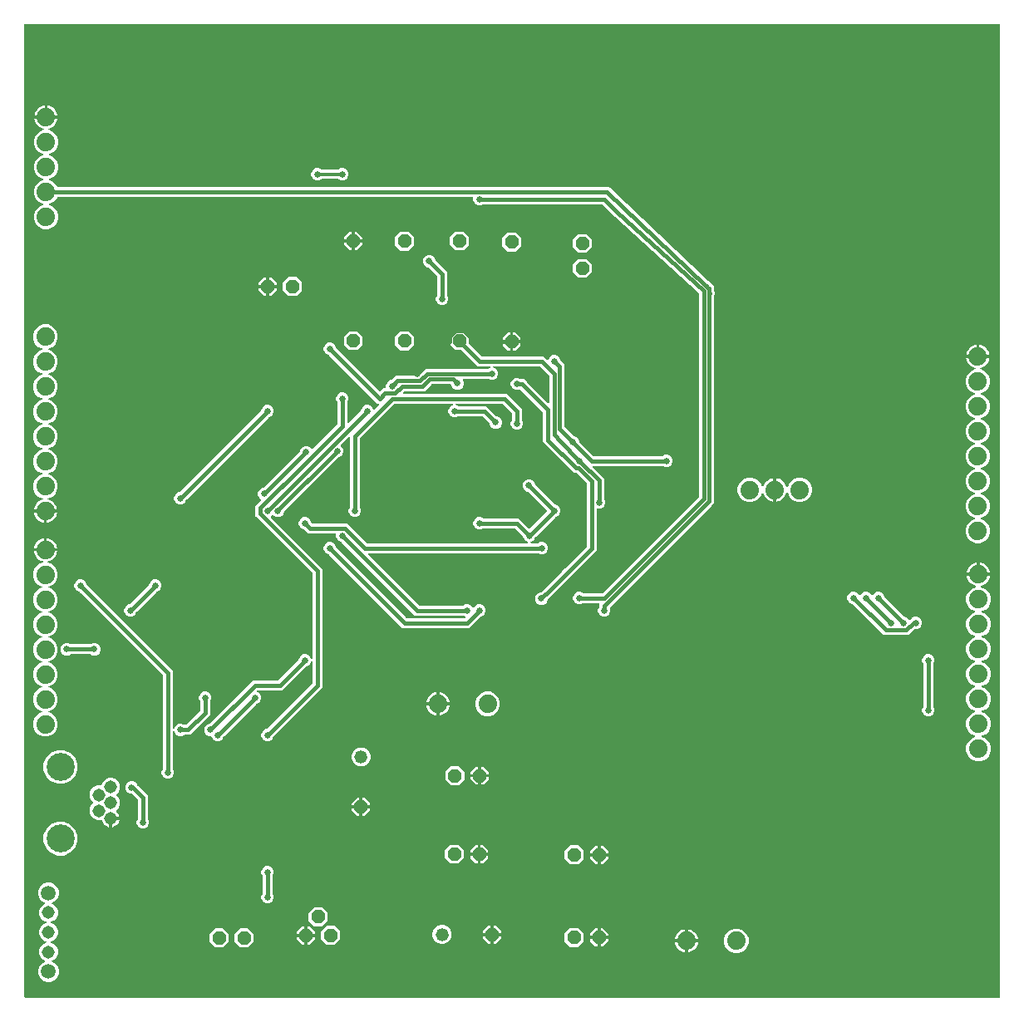
<source format=gbr>
G04 EAGLE Gerber RS-274X export*
G75*
%MOMM*%
%FSLAX34Y34*%
%LPD*%
%INBottom Copper*%
%IPPOS*%
%AMOC8*
5,1,8,0,0,1.08239X$1,22.5*%
G01*
%ADD10P,1.429621X8X22.500000*%
%ADD11P,1.429621X8X202.500000*%
%ADD12C,1.320800*%
%ADD13P,1.429621X8X292.500000*%
%ADD14C,1.308000*%
%ADD15C,2.850000*%
%ADD16P,1.429621X8X112.500000*%
%ADD17C,1.508000*%
%ADD18C,1.879600*%
%ADD19C,0.654800*%
%ADD20C,0.406400*%
%ADD21C,0.304800*%

G36*
X-3790Y-496058D02*
X-3790Y-496058D01*
X-3771Y-496060D01*
X-3669Y-496038D01*
X-3567Y-496022D01*
X-3550Y-496012D01*
X-3530Y-496008D01*
X-3441Y-495955D01*
X-3350Y-495906D01*
X-3336Y-495892D01*
X-3319Y-495882D01*
X-3252Y-495803D01*
X-3180Y-495728D01*
X-3172Y-495710D01*
X-3159Y-495695D01*
X-3120Y-495599D01*
X-3077Y-495505D01*
X-3075Y-495485D01*
X-3067Y-495467D01*
X-3049Y-495300D01*
X-3049Y495300D01*
X-3052Y495320D01*
X-3050Y495339D01*
X-3072Y495441D01*
X-3088Y495543D01*
X-3098Y495560D01*
X-3102Y495580D01*
X-3155Y495669D01*
X-3204Y495760D01*
X-3218Y495774D01*
X-3228Y495791D01*
X-3307Y495858D01*
X-3382Y495930D01*
X-3400Y495938D01*
X-3415Y495951D01*
X-3511Y495990D01*
X-3605Y496033D01*
X-3625Y496035D01*
X-3643Y496043D01*
X-3810Y496061D01*
X-996190Y496061D01*
X-996210Y496058D01*
X-996229Y496060D01*
X-996331Y496038D01*
X-996433Y496022D01*
X-996450Y496012D01*
X-996470Y496008D01*
X-996559Y495955D01*
X-996650Y495906D01*
X-996664Y495892D01*
X-996681Y495882D01*
X-996748Y495803D01*
X-996820Y495728D01*
X-996828Y495710D01*
X-996841Y495695D01*
X-996880Y495599D01*
X-996923Y495505D01*
X-996925Y495485D01*
X-996933Y495467D01*
X-996951Y495300D01*
X-996951Y-495300D01*
X-996948Y-495320D01*
X-996950Y-495339D01*
X-996928Y-495441D01*
X-996912Y-495543D01*
X-996902Y-495560D01*
X-996898Y-495580D01*
X-996845Y-495669D01*
X-996796Y-495760D01*
X-996782Y-495774D01*
X-996772Y-495791D01*
X-996693Y-495858D01*
X-996618Y-495930D01*
X-996600Y-495938D01*
X-996585Y-495951D01*
X-996489Y-495990D01*
X-996395Y-496033D01*
X-996375Y-496035D01*
X-996357Y-496043D01*
X-996190Y-496061D01*
X-3810Y-496061D01*
X-3790Y-496058D01*
G37*
%LPC*%
G36*
X-801358Y-234923D02*
X-801358Y-234923D01*
X-803682Y-233960D01*
X-805460Y-232182D01*
X-806351Y-230031D01*
X-806413Y-229931D01*
X-806473Y-229831D01*
X-806477Y-229827D01*
X-806481Y-229822D01*
X-806570Y-229747D01*
X-806660Y-229671D01*
X-806665Y-229669D01*
X-806670Y-229665D01*
X-806778Y-229623D01*
X-806888Y-229579D01*
X-806895Y-229578D01*
X-806900Y-229577D01*
X-806918Y-229576D01*
X-807054Y-229561D01*
X-808848Y-229561D01*
X-811172Y-228598D01*
X-812951Y-226820D01*
X-813913Y-224496D01*
X-813913Y-221980D01*
X-812951Y-219656D01*
X-811172Y-217878D01*
X-808848Y-216915D01*
X-808616Y-216915D01*
X-808526Y-216901D01*
X-808435Y-216893D01*
X-808405Y-216881D01*
X-808373Y-216876D01*
X-808292Y-216833D01*
X-808209Y-216797D01*
X-808176Y-216771D01*
X-808156Y-216760D01*
X-808134Y-216737D01*
X-808078Y-216692D01*
X-764105Y-172719D01*
X-739020Y-172719D01*
X-738930Y-172705D01*
X-738839Y-172697D01*
X-738809Y-172685D01*
X-738777Y-172680D01*
X-738696Y-172637D01*
X-738613Y-172601D01*
X-738580Y-172575D01*
X-738560Y-172564D01*
X-738538Y-172541D01*
X-738482Y-172496D01*
X-717746Y-151760D01*
X-717693Y-151687D01*
X-717664Y-151653D01*
X-717654Y-151643D01*
X-717653Y-151641D01*
X-717633Y-151617D01*
X-717621Y-151587D01*
X-717602Y-151561D01*
X-717575Y-151474D01*
X-717573Y-151467D01*
X-717551Y-151420D01*
X-717550Y-151410D01*
X-717541Y-151389D01*
X-717537Y-151348D01*
X-717530Y-151326D01*
X-717531Y-151293D01*
X-717523Y-151222D01*
X-717523Y-151142D01*
X-716560Y-148818D01*
X-714782Y-147040D01*
X-712458Y-146077D01*
X-709942Y-146077D01*
X-707618Y-147040D01*
X-705840Y-148818D01*
X-705045Y-150737D01*
X-704994Y-150820D01*
X-704948Y-150906D01*
X-704929Y-150924D01*
X-704916Y-150946D01*
X-704841Y-151008D01*
X-704770Y-151075D01*
X-704746Y-151086D01*
X-704726Y-151103D01*
X-704635Y-151137D01*
X-704547Y-151179D01*
X-704521Y-151181D01*
X-704497Y-151191D01*
X-704399Y-151195D01*
X-704303Y-151206D01*
X-704277Y-151200D01*
X-704251Y-151201D01*
X-704157Y-151174D01*
X-704062Y-151153D01*
X-704040Y-151140D01*
X-704015Y-151133D01*
X-703935Y-151077D01*
X-703851Y-151027D01*
X-703834Y-151007D01*
X-703813Y-150992D01*
X-703754Y-150914D01*
X-703691Y-150840D01*
X-703681Y-150816D01*
X-703666Y-150795D01*
X-703636Y-150703D01*
X-703599Y-150612D01*
X-703596Y-150580D01*
X-703590Y-150561D01*
X-703590Y-150528D01*
X-703581Y-150445D01*
X-703581Y-63597D01*
X-703595Y-63507D01*
X-703603Y-63416D01*
X-703615Y-63387D01*
X-703620Y-63355D01*
X-703663Y-63274D01*
X-703699Y-63190D01*
X-703725Y-63158D01*
X-703736Y-63137D01*
X-703759Y-63115D01*
X-703804Y-63059D01*
X-761719Y-5144D01*
X-761719Y5144D01*
X-756080Y10783D01*
X-756053Y10820D01*
X-756019Y10851D01*
X-755982Y10919D01*
X-755937Y10982D01*
X-755923Y11026D01*
X-755901Y11067D01*
X-755887Y11143D01*
X-755864Y11218D01*
X-755865Y11263D01*
X-755857Y11309D01*
X-755868Y11386D01*
X-755871Y11463D01*
X-755886Y11507D01*
X-755893Y11552D01*
X-755928Y11621D01*
X-755955Y11694D01*
X-755984Y11730D01*
X-756005Y11771D01*
X-756060Y11826D01*
X-756109Y11886D01*
X-756147Y11911D01*
X-756180Y11943D01*
X-756258Y11986D01*
X-758053Y13781D01*
X-759015Y16105D01*
X-759015Y18620D01*
X-758053Y20944D01*
X-756274Y22723D01*
X-753950Y23685D01*
X-753870Y23685D01*
X-753780Y23700D01*
X-753689Y23707D01*
X-753660Y23720D01*
X-753628Y23725D01*
X-753547Y23768D01*
X-753463Y23803D01*
X-753431Y23829D01*
X-753410Y23840D01*
X-753388Y23863D01*
X-753332Y23908D01*
X-716476Y60765D01*
X-716423Y60838D01*
X-716363Y60908D01*
X-716351Y60938D01*
X-716332Y60964D01*
X-716317Y61014D01*
X-716311Y61025D01*
X-715290Y63489D01*
X-713512Y65268D01*
X-711188Y66230D01*
X-708672Y66230D01*
X-706348Y65268D01*
X-704558Y63478D01*
X-704552Y63460D01*
X-704503Y63399D01*
X-704462Y63333D01*
X-704427Y63304D01*
X-704398Y63268D01*
X-704333Y63226D01*
X-704273Y63176D01*
X-704230Y63160D01*
X-704191Y63135D01*
X-704116Y63116D01*
X-704043Y63088D01*
X-703997Y63086D01*
X-703953Y63075D01*
X-703875Y63081D01*
X-703797Y63078D01*
X-703753Y63090D01*
X-703707Y63094D01*
X-703636Y63124D01*
X-703561Y63146D01*
X-703523Y63172D01*
X-703481Y63190D01*
X-703374Y63276D01*
X-703359Y63286D01*
X-703356Y63290D01*
X-703350Y63295D01*
X-678404Y88242D01*
X-678351Y88315D01*
X-678291Y88385D01*
X-678279Y88415D01*
X-678260Y88441D01*
X-678233Y88528D01*
X-678199Y88613D01*
X-678195Y88654D01*
X-678188Y88676D01*
X-678189Y88709D01*
X-678181Y88780D01*
X-678181Y110124D01*
X-678195Y110214D01*
X-678203Y110305D01*
X-678215Y110334D01*
X-678220Y110366D01*
X-678263Y110447D01*
X-678299Y110531D01*
X-678325Y110563D01*
X-678336Y110584D01*
X-678359Y110606D01*
X-678404Y110662D01*
X-678460Y110718D01*
X-679423Y113042D01*
X-679423Y115558D01*
X-678460Y117882D01*
X-676682Y119660D01*
X-674358Y120623D01*
X-671842Y120623D01*
X-669518Y119660D01*
X-667740Y117882D01*
X-666777Y115558D01*
X-666777Y113042D01*
X-667740Y110718D01*
X-667796Y110662D01*
X-667849Y110588D01*
X-667909Y110519D01*
X-667921Y110488D01*
X-667940Y110462D01*
X-667967Y110375D01*
X-668001Y110290D01*
X-668005Y110249D01*
X-668012Y110227D01*
X-668011Y110195D01*
X-668019Y110124D01*
X-668019Y90304D01*
X-668008Y90233D01*
X-668006Y90161D01*
X-667988Y90112D01*
X-667980Y90061D01*
X-667946Y89998D01*
X-667921Y89930D01*
X-667889Y89890D01*
X-667864Y89844D01*
X-667813Y89794D01*
X-667768Y89738D01*
X-667724Y89710D01*
X-667686Y89674D01*
X-667621Y89644D01*
X-667561Y89605D01*
X-667510Y89593D01*
X-667463Y89571D01*
X-667392Y89563D01*
X-667322Y89545D01*
X-667270Y89549D01*
X-667219Y89544D01*
X-667148Y89559D01*
X-667077Y89564D01*
X-667029Y89585D01*
X-666978Y89596D01*
X-666917Y89633D01*
X-666851Y89661D01*
X-666795Y89705D01*
X-666767Y89722D01*
X-666752Y89740D01*
X-666720Y89765D01*
X-654246Y102240D01*
X-654193Y102313D01*
X-654133Y102383D01*
X-654121Y102413D01*
X-654102Y102439D01*
X-654075Y102526D01*
X-654041Y102611D01*
X-654037Y102652D01*
X-654030Y102674D01*
X-654031Y102707D01*
X-654023Y102778D01*
X-654023Y102858D01*
X-653060Y105182D01*
X-651282Y106960D01*
X-648958Y107923D01*
X-646442Y107923D01*
X-644118Y106960D01*
X-642340Y105182D01*
X-641682Y103592D01*
X-641657Y103553D01*
X-641642Y103510D01*
X-641593Y103449D01*
X-641552Y103383D01*
X-641517Y103354D01*
X-641488Y103318D01*
X-641422Y103276D01*
X-641362Y103226D01*
X-641320Y103210D01*
X-641281Y103185D01*
X-641205Y103166D01*
X-641133Y103138D01*
X-641087Y103136D01*
X-641042Y103125D01*
X-640965Y103131D01*
X-640887Y103128D01*
X-640843Y103141D01*
X-640797Y103144D01*
X-640726Y103175D01*
X-640651Y103196D01*
X-640613Y103222D01*
X-640571Y103240D01*
X-640464Y103326D01*
X-640449Y103337D01*
X-640446Y103341D01*
X-640440Y103345D01*
X-635865Y107920D01*
X-635824Y107978D01*
X-635774Y108030D01*
X-635752Y108077D01*
X-635722Y108119D01*
X-635701Y108188D01*
X-635671Y108253D01*
X-635665Y108305D01*
X-635650Y108355D01*
X-635651Y108426D01*
X-635644Y108497D01*
X-635655Y108548D01*
X-635656Y108600D01*
X-635681Y108668D01*
X-635696Y108738D01*
X-635722Y108782D01*
X-635740Y108831D01*
X-635785Y108887D01*
X-635822Y108949D01*
X-635862Y108983D01*
X-635894Y109023D01*
X-635954Y109062D01*
X-636009Y109109D01*
X-636057Y109128D01*
X-636101Y109156D01*
X-636170Y109174D01*
X-636237Y109201D01*
X-636308Y109209D01*
X-636340Y109217D01*
X-636363Y109215D01*
X-636404Y109219D01*
X-637105Y109219D01*
X-686440Y158554D01*
X-686513Y158607D01*
X-686583Y158667D01*
X-686613Y158679D01*
X-686639Y158698D01*
X-686726Y158725D01*
X-686811Y158759D01*
X-686852Y158763D01*
X-686874Y158770D01*
X-686907Y158769D01*
X-686978Y158777D01*
X-687058Y158777D01*
X-689382Y159740D01*
X-691160Y161518D01*
X-692123Y163842D01*
X-692123Y166358D01*
X-691160Y168682D01*
X-689382Y170460D01*
X-687058Y171423D01*
X-684542Y171423D01*
X-682218Y170460D01*
X-680440Y168682D01*
X-679477Y166358D01*
X-679477Y166278D01*
X-679463Y166188D01*
X-679455Y166097D01*
X-679443Y166067D01*
X-679438Y166035D01*
X-679395Y165954D01*
X-679359Y165871D01*
X-679333Y165838D01*
X-679322Y165818D01*
X-679299Y165796D01*
X-679254Y165740D01*
X-635538Y122024D01*
X-635522Y122012D01*
X-635510Y121996D01*
X-635422Y121940D01*
X-635339Y121880D01*
X-635320Y121874D01*
X-635303Y121863D01*
X-635202Y121838D01*
X-635103Y121808D01*
X-635084Y121808D01*
X-635064Y121803D01*
X-634961Y121811D01*
X-634858Y121814D01*
X-634839Y121821D01*
X-634819Y121822D01*
X-634724Y121863D01*
X-634627Y121898D01*
X-634611Y121911D01*
X-634593Y121919D01*
X-634462Y122024D01*
X-631743Y124743D01*
X-629348Y124743D01*
X-629303Y124750D01*
X-629257Y124748D01*
X-629182Y124770D01*
X-629105Y124782D01*
X-629065Y124804D01*
X-629021Y124817D01*
X-628957Y124861D01*
X-628888Y124898D01*
X-628856Y124931D01*
X-628819Y124957D01*
X-628772Y125019D01*
X-628718Y125076D01*
X-628699Y125118D01*
X-628672Y125154D01*
X-628648Y125228D01*
X-628615Y125299D01*
X-628610Y125345D01*
X-628596Y125388D01*
X-628596Y125466D01*
X-628588Y125543D01*
X-628598Y125588D01*
X-628598Y125634D01*
X-628623Y125720D01*
X-628623Y128258D01*
X-627660Y130582D01*
X-625882Y132360D01*
X-623558Y133323D01*
X-623478Y133323D01*
X-623388Y133337D01*
X-623297Y133345D01*
X-623267Y133357D01*
X-623235Y133362D01*
X-623154Y133405D01*
X-623070Y133441D01*
X-623038Y133467D01*
X-623018Y133478D01*
X-622995Y133501D01*
X-622940Y133546D01*
X-619043Y137443D01*
X-596280Y137443D01*
X-596190Y137457D01*
X-596099Y137465D01*
X-596070Y137477D01*
X-596038Y137482D01*
X-595957Y137525D01*
X-595873Y137561D01*
X-595841Y137587D01*
X-595820Y137598D01*
X-595798Y137621D01*
X-595742Y137666D01*
X-591826Y141582D01*
X-588627Y144781D01*
X-524876Y144781D01*
X-524786Y144795D01*
X-524695Y144803D01*
X-524666Y144815D01*
X-524634Y144820D01*
X-524553Y144863D01*
X-524469Y144899D01*
X-524437Y144925D01*
X-524416Y144936D01*
X-524394Y144959D01*
X-524338Y145004D01*
X-524282Y145060D01*
X-522363Y145855D01*
X-522280Y145906D01*
X-522194Y145952D01*
X-522177Y145970D01*
X-522154Y145984D01*
X-522092Y146060D01*
X-522025Y146130D01*
X-522014Y146154D01*
X-521997Y146174D01*
X-521962Y146265D01*
X-521921Y146353D01*
X-521919Y146379D01*
X-521909Y146403D01*
X-521905Y146501D01*
X-521894Y146597D01*
X-521900Y146623D01*
X-521899Y146649D01*
X-521926Y146743D01*
X-521947Y146838D01*
X-521960Y146860D01*
X-521967Y146885D01*
X-522023Y146965D01*
X-522073Y147049D01*
X-522093Y147066D01*
X-522108Y147087D01*
X-522186Y147146D01*
X-522260Y147209D01*
X-522284Y147219D01*
X-522305Y147234D01*
X-522397Y147264D01*
X-522488Y147301D01*
X-522520Y147304D01*
X-522539Y147310D01*
X-522572Y147310D01*
X-522655Y147319D01*
X-535505Y147319D01*
X-538704Y150518D01*
X-551740Y163554D01*
X-551813Y163607D01*
X-551883Y163667D01*
X-551913Y163679D01*
X-551939Y163698D01*
X-552026Y163725D01*
X-552111Y163759D01*
X-552152Y163763D01*
X-552174Y163770D01*
X-552207Y163769D01*
X-552278Y163777D01*
X-557718Y163777D01*
X-563373Y169432D01*
X-563373Y177428D01*
X-557718Y183083D01*
X-549722Y183083D01*
X-544067Y177428D01*
X-544067Y170568D01*
X-544053Y170478D01*
X-544045Y170387D01*
X-544033Y170357D01*
X-544028Y170325D01*
X-543985Y170244D01*
X-543949Y170160D01*
X-543923Y170128D01*
X-543912Y170108D01*
X-543889Y170085D01*
X-543844Y170030D01*
X-531518Y157704D01*
X-531445Y157651D01*
X-531375Y157591D01*
X-531345Y157579D01*
X-531319Y157560D01*
X-531232Y157533D01*
X-531147Y157499D01*
X-531106Y157495D01*
X-531084Y157488D01*
X-531051Y157489D01*
X-530980Y157481D01*
X-467795Y157481D01*
X-464596Y154282D01*
X-464460Y154145D01*
X-464423Y154119D01*
X-464392Y154085D01*
X-464324Y154047D01*
X-464260Y154002D01*
X-464217Y153988D01*
X-464176Y153966D01*
X-464100Y153952D01*
X-464025Y153929D01*
X-463979Y153931D01*
X-463934Y153922D01*
X-463857Y153934D01*
X-463779Y153936D01*
X-463736Y153951D01*
X-463691Y153958D01*
X-463621Y153993D01*
X-463548Y154020D01*
X-463513Y154049D01*
X-463472Y154070D01*
X-463417Y154125D01*
X-463356Y154174D01*
X-463332Y154212D01*
X-463299Y154245D01*
X-463233Y154365D01*
X-463223Y154381D01*
X-463222Y154386D01*
X-463218Y154392D01*
X-462560Y155982D01*
X-460782Y157760D01*
X-458458Y158723D01*
X-455942Y158723D01*
X-453618Y157760D01*
X-451840Y155982D01*
X-450877Y153658D01*
X-450877Y153578D01*
X-450863Y153488D01*
X-450855Y153397D01*
X-450843Y153367D01*
X-450838Y153335D01*
X-450795Y153254D01*
X-450759Y153171D01*
X-450733Y153138D01*
X-450722Y153118D01*
X-450699Y153096D01*
X-450654Y153040D01*
X-446531Y148917D01*
X-446531Y85732D01*
X-446517Y85642D01*
X-446509Y85551D01*
X-446497Y85521D01*
X-446492Y85489D01*
X-446449Y85408D01*
X-446413Y85325D01*
X-446387Y85292D01*
X-446376Y85272D01*
X-446353Y85250D01*
X-446308Y85194D01*
X-437510Y76396D01*
X-437437Y76343D01*
X-437367Y76283D01*
X-437337Y76271D01*
X-437311Y76252D01*
X-437224Y76225D01*
X-437139Y76191D01*
X-437098Y76187D01*
X-437076Y76180D01*
X-437043Y76181D01*
X-436972Y76173D01*
X-436892Y76173D01*
X-434568Y75210D01*
X-432790Y73432D01*
X-431827Y71108D01*
X-431827Y71028D01*
X-431813Y70938D01*
X-431805Y70847D01*
X-431793Y70817D01*
X-431788Y70785D01*
X-431745Y70704D01*
X-431709Y70621D01*
X-431683Y70588D01*
X-431672Y70568D01*
X-431649Y70546D01*
X-431604Y70490D01*
X-417218Y56104D01*
X-417145Y56051D01*
X-417075Y55991D01*
X-417045Y55979D01*
X-417019Y55960D01*
X-416932Y55933D01*
X-416847Y55899D01*
X-416806Y55895D01*
X-416784Y55888D01*
X-416751Y55889D01*
X-416680Y55881D01*
X-347076Y55881D01*
X-346986Y55895D01*
X-346895Y55903D01*
X-346866Y55915D01*
X-346834Y55920D01*
X-346753Y55963D01*
X-346669Y55999D01*
X-346637Y56025D01*
X-346616Y56036D01*
X-346594Y56059D01*
X-346538Y56104D01*
X-346482Y56160D01*
X-344158Y57123D01*
X-341642Y57123D01*
X-339318Y56160D01*
X-337540Y54382D01*
X-336577Y52058D01*
X-336577Y49542D01*
X-337540Y47218D01*
X-339318Y45440D01*
X-341642Y44477D01*
X-344158Y44477D01*
X-346482Y45440D01*
X-346538Y45496D01*
X-346612Y45549D01*
X-346681Y45609D01*
X-346712Y45621D01*
X-346738Y45640D01*
X-346825Y45667D01*
X-346910Y45701D01*
X-346951Y45705D01*
X-346973Y45712D01*
X-347005Y45711D01*
X-347076Y45719D01*
X-417696Y45719D01*
X-417767Y45708D01*
X-417839Y45706D01*
X-417888Y45688D01*
X-417939Y45680D01*
X-418002Y45646D01*
X-418070Y45621D01*
X-418110Y45589D01*
X-418156Y45564D01*
X-418206Y45512D01*
X-418262Y45468D01*
X-418290Y45424D01*
X-418326Y45386D01*
X-418356Y45321D01*
X-418395Y45261D01*
X-418407Y45210D01*
X-418429Y45163D01*
X-418437Y45092D01*
X-418455Y45022D01*
X-418451Y44970D01*
X-418456Y44919D01*
X-418441Y44848D01*
X-418436Y44777D01*
X-418415Y44729D01*
X-418404Y44678D01*
X-418367Y44617D01*
X-418339Y44551D01*
X-418295Y44495D01*
X-418278Y44467D01*
X-418260Y44452D01*
X-418235Y44420D01*
X-409880Y36066D01*
X-406681Y32867D01*
X-406681Y12838D01*
X-406667Y12748D01*
X-406659Y12657D01*
X-406647Y12628D01*
X-406642Y12596D01*
X-406599Y12515D01*
X-406563Y12431D01*
X-406537Y12399D01*
X-406526Y12378D01*
X-406503Y12356D01*
X-406458Y12300D01*
X-406402Y12244D01*
X-405439Y9920D01*
X-405439Y7404D01*
X-406402Y5080D01*
X-408180Y3302D01*
X-410504Y2339D01*
X-413036Y2339D01*
X-413053Y2347D01*
X-413130Y2356D01*
X-413206Y2373D01*
X-413252Y2369D01*
X-413297Y2374D01*
X-413374Y2358D01*
X-413451Y2350D01*
X-413493Y2332D01*
X-413538Y2322D01*
X-413605Y2282D01*
X-413676Y2250D01*
X-413710Y2219D01*
X-413749Y2196D01*
X-413800Y2137D01*
X-413857Y2084D01*
X-413879Y2044D01*
X-413909Y2009D01*
X-413938Y1937D01*
X-413975Y1868D01*
X-413984Y1823D01*
X-414001Y1781D01*
X-414016Y1645D01*
X-414019Y1626D01*
X-414018Y1621D01*
X-414019Y1614D01*
X-414019Y-40205D01*
X-417218Y-43404D01*
X-440848Y-67034D01*
X-440854Y-67041D01*
X-440864Y-67049D01*
X-453482Y-80410D01*
X-463832Y-90185D01*
X-463894Y-90266D01*
X-463960Y-90343D01*
X-463968Y-90363D01*
X-463981Y-90380D01*
X-464014Y-90477D01*
X-464052Y-90572D01*
X-464055Y-90598D01*
X-464060Y-90613D01*
X-464060Y-90626D01*
X-465033Y-92975D01*
X-466812Y-94753D01*
X-469136Y-95716D01*
X-471651Y-95716D01*
X-473975Y-94753D01*
X-475753Y-92975D01*
X-476716Y-90651D01*
X-476716Y-88136D01*
X-475753Y-85812D01*
X-473975Y-84033D01*
X-471651Y-83070D01*
X-471485Y-83070D01*
X-471401Y-83057D01*
X-471315Y-83051D01*
X-471280Y-83037D01*
X-471243Y-83031D01*
X-471167Y-82991D01*
X-471087Y-82958D01*
X-471049Y-82928D01*
X-471025Y-82916D01*
X-471004Y-82894D01*
X-470955Y-82855D01*
X-460862Y-73047D01*
X-460857Y-73040D01*
X-460847Y-73031D01*
X-449796Y-61660D01*
X-449747Y-61590D01*
X-449691Y-61525D01*
X-449678Y-61493D01*
X-448152Y-59966D01*
X-448146Y-59959D01*
X-448136Y-59951D01*
X-446694Y-58423D01*
X-446655Y-58401D01*
X-446581Y-58370D01*
X-446537Y-58334D01*
X-446511Y-58320D01*
X-446493Y-58299D01*
X-446450Y-58265D01*
X-424404Y-36218D01*
X-424351Y-36145D01*
X-424291Y-36075D01*
X-424279Y-36045D01*
X-424260Y-36019D01*
X-424233Y-35932D01*
X-424199Y-35847D01*
X-424195Y-35806D01*
X-424188Y-35784D01*
X-424189Y-35751D01*
X-424181Y-35680D01*
X-424181Y27777D01*
X-424195Y27868D01*
X-424203Y27958D01*
X-424215Y27988D01*
X-424220Y28020D01*
X-424263Y28101D01*
X-424299Y28185D01*
X-424325Y28217D01*
X-424336Y28238D01*
X-424359Y28260D01*
X-424404Y28316D01*
X-434246Y38158D01*
X-434320Y38211D01*
X-434390Y38271D01*
X-434420Y38283D01*
X-434446Y38302D01*
X-434533Y38329D01*
X-434618Y38363D01*
X-434659Y38367D01*
X-434681Y38374D01*
X-434713Y38373D01*
X-434785Y38381D01*
X-436944Y38381D01*
X-468631Y70068D01*
X-468631Y100450D01*
X-468645Y100540D01*
X-468653Y100631D01*
X-468665Y100661D01*
X-468670Y100693D01*
X-468713Y100774D01*
X-468749Y100857D01*
X-468775Y100890D01*
X-468786Y100910D01*
X-468809Y100932D01*
X-468854Y100988D01*
X-491475Y123610D01*
X-491569Y123678D01*
X-491664Y123748D01*
X-491670Y123750D01*
X-491675Y123754D01*
X-491786Y123788D01*
X-491898Y123824D01*
X-491904Y123824D01*
X-491910Y123826D01*
X-492027Y123823D01*
X-492144Y123822D01*
X-492151Y123820D01*
X-492156Y123820D01*
X-492174Y123813D01*
X-492305Y123775D01*
X-494042Y123056D01*
X-496558Y123056D01*
X-498882Y124018D01*
X-500660Y125797D01*
X-501623Y128121D01*
X-501623Y130636D01*
X-500660Y132960D01*
X-498882Y134739D01*
X-496558Y135701D01*
X-494042Y135701D01*
X-491718Y134739D01*
X-491662Y134682D01*
X-491588Y134629D01*
X-491519Y134570D01*
X-491488Y134557D01*
X-491462Y134539D01*
X-491375Y134512D01*
X-491290Y134478D01*
X-491249Y134473D01*
X-491227Y134466D01*
X-491195Y134467D01*
X-491124Y134459D01*
X-487954Y134459D01*
X-484755Y131260D01*
X-463580Y110085D01*
X-463522Y110044D01*
X-463470Y109994D01*
X-463423Y109972D01*
X-463381Y109942D01*
X-463312Y109921D01*
X-463247Y109891D01*
X-463195Y109885D01*
X-463145Y109870D01*
X-463074Y109871D01*
X-463003Y109864D01*
X-462952Y109875D01*
X-462900Y109876D01*
X-462832Y109901D01*
X-462762Y109916D01*
X-462717Y109943D01*
X-462669Y109960D01*
X-462613Y110005D01*
X-462551Y110042D01*
X-462517Y110082D01*
X-462477Y110114D01*
X-462438Y110174D01*
X-462391Y110229D01*
X-462372Y110277D01*
X-462344Y110321D01*
X-462326Y110390D01*
X-462299Y110457D01*
X-462291Y110528D01*
X-462283Y110560D01*
X-462285Y110583D01*
X-462281Y110624D01*
X-462281Y137280D01*
X-462295Y137370D01*
X-462303Y137461D01*
X-462315Y137491D01*
X-462320Y137523D01*
X-462363Y137604D01*
X-462399Y137687D01*
X-462425Y137720D01*
X-462436Y137740D01*
X-462459Y137762D01*
X-462473Y137780D01*
X-462479Y137790D01*
X-462485Y137795D01*
X-462504Y137818D01*
X-471782Y147096D01*
X-471855Y147149D01*
X-471925Y147209D01*
X-471955Y147221D01*
X-471981Y147240D01*
X-472068Y147267D01*
X-472153Y147301D01*
X-472194Y147305D01*
X-472216Y147312D01*
X-472249Y147311D01*
X-472320Y147319D01*
X-518745Y147319D01*
X-518841Y147304D01*
X-518938Y147294D01*
X-518962Y147284D01*
X-518988Y147280D01*
X-519074Y147234D01*
X-519163Y147194D01*
X-519182Y147177D01*
X-519206Y147164D01*
X-519273Y147094D01*
X-519344Y147028D01*
X-519357Y147005D01*
X-519375Y146986D01*
X-519416Y146898D01*
X-519463Y146812D01*
X-519468Y146787D01*
X-519479Y146763D01*
X-519489Y146666D01*
X-519507Y146570D01*
X-519503Y146544D01*
X-519506Y146519D01*
X-519485Y146423D01*
X-519471Y146327D01*
X-519459Y146304D01*
X-519453Y146278D01*
X-519403Y146195D01*
X-519359Y146108D01*
X-519341Y146089D01*
X-519327Y146067D01*
X-519253Y146004D01*
X-519184Y145936D01*
X-519155Y145920D01*
X-519140Y145907D01*
X-519110Y145895D01*
X-519037Y145855D01*
X-517118Y145060D01*
X-515340Y143282D01*
X-514377Y140958D01*
X-514377Y138442D01*
X-515340Y136118D01*
X-517118Y134340D01*
X-519442Y133377D01*
X-521958Y133377D01*
X-524282Y134340D01*
X-524338Y134396D01*
X-524412Y134449D01*
X-524481Y134509D01*
X-524512Y134521D01*
X-524538Y134540D01*
X-524625Y134567D01*
X-524710Y134601D01*
X-524751Y134605D01*
X-524773Y134612D01*
X-524805Y134611D01*
X-524876Y134619D01*
X-549831Y134619D01*
X-549876Y134612D01*
X-549922Y134614D01*
X-549997Y134592D01*
X-550074Y134580D01*
X-550114Y134558D01*
X-550159Y134545D01*
X-550223Y134501D01*
X-550291Y134464D01*
X-550323Y134431D01*
X-550361Y134405D01*
X-550407Y134343D01*
X-550461Y134286D01*
X-550480Y134244D01*
X-550507Y134208D01*
X-550532Y134134D01*
X-550564Y134063D01*
X-550569Y134017D01*
X-550584Y133974D01*
X-550583Y133896D01*
X-550591Y133819D01*
X-550582Y133774D01*
X-550581Y133728D01*
X-550543Y133596D01*
X-550539Y133578D01*
X-550537Y133574D01*
X-550534Y133567D01*
X-549549Y131186D01*
X-549549Y128671D01*
X-550511Y126347D01*
X-552290Y124569D01*
X-554614Y123606D01*
X-557129Y123606D01*
X-559453Y124569D01*
X-561231Y126347D01*
X-562149Y128561D01*
X-562210Y128661D01*
X-562270Y128761D01*
X-562275Y128765D01*
X-562278Y128770D01*
X-562368Y128845D01*
X-562457Y128921D01*
X-562463Y128923D01*
X-562468Y128927D01*
X-562576Y128969D01*
X-562685Y129013D01*
X-562693Y129014D01*
X-562697Y129015D01*
X-562716Y129016D01*
X-562852Y129031D01*
X-581788Y129031D01*
X-581878Y129017D01*
X-581969Y129009D01*
X-581999Y128997D01*
X-582031Y128992D01*
X-582111Y128949D01*
X-582195Y128913D01*
X-582227Y128887D01*
X-582248Y128876D01*
X-582270Y128853D01*
X-582326Y128808D01*
X-589441Y121693D01*
X-609729Y121693D01*
X-609819Y121679D01*
X-609910Y121671D01*
X-609940Y121659D01*
X-609971Y121654D01*
X-610052Y121611D01*
X-610136Y121575D01*
X-610168Y121549D01*
X-610189Y121538D01*
X-610211Y121515D01*
X-610267Y121470D01*
X-611057Y120680D01*
X-611099Y120622D01*
X-611148Y120570D01*
X-611170Y120523D01*
X-611201Y120481D01*
X-611222Y120412D01*
X-611252Y120347D01*
X-611258Y120295D01*
X-611273Y120245D01*
X-611271Y120174D01*
X-611279Y120103D01*
X-611268Y120052D01*
X-611267Y120000D01*
X-611242Y119932D01*
X-611227Y119862D01*
X-611200Y119817D01*
X-611182Y119769D01*
X-611137Y119713D01*
X-611101Y119651D01*
X-611061Y119617D01*
X-611028Y119577D01*
X-610968Y119538D01*
X-610914Y119491D01*
X-610865Y119472D01*
X-610821Y119444D01*
X-610752Y119426D01*
X-610685Y119399D01*
X-610614Y119391D01*
X-610583Y119383D01*
X-610560Y119385D01*
X-610519Y119381D01*
X-505895Y119381D01*
X-490219Y103705D01*
X-490219Y93076D01*
X-490205Y92986D01*
X-490197Y92895D01*
X-490185Y92866D01*
X-490180Y92834D01*
X-490137Y92753D01*
X-490101Y92669D01*
X-490075Y92637D01*
X-490064Y92616D01*
X-490041Y92594D01*
X-489996Y92538D01*
X-489940Y92482D01*
X-488977Y90158D01*
X-488977Y87642D01*
X-489940Y85318D01*
X-491718Y83540D01*
X-494042Y82577D01*
X-496558Y82577D01*
X-498882Y83540D01*
X-500660Y85318D01*
X-501623Y87642D01*
X-501623Y90158D01*
X-500660Y92482D01*
X-500604Y92538D01*
X-500551Y92612D01*
X-500491Y92681D01*
X-500479Y92712D01*
X-500460Y92738D01*
X-500433Y92825D01*
X-500399Y92910D01*
X-500395Y92951D01*
X-500388Y92973D01*
X-500389Y93005D01*
X-500381Y93076D01*
X-500381Y99180D01*
X-500395Y99270D01*
X-500403Y99361D01*
X-500415Y99391D01*
X-500420Y99423D01*
X-500463Y99504D01*
X-500499Y99587D01*
X-500525Y99620D01*
X-500536Y99640D01*
X-500559Y99662D01*
X-500604Y99718D01*
X-509882Y108996D01*
X-509955Y109049D01*
X-510025Y109109D01*
X-510055Y109121D01*
X-510081Y109140D01*
X-510168Y109167D01*
X-510253Y109201D01*
X-510294Y109205D01*
X-510316Y109212D01*
X-510349Y109211D01*
X-510420Y109219D01*
X-556845Y109219D01*
X-556941Y109204D01*
X-557038Y109194D01*
X-557062Y109184D01*
X-557088Y109180D01*
X-557174Y109134D01*
X-557263Y109094D01*
X-557282Y109077D01*
X-557306Y109064D01*
X-557373Y108994D01*
X-557444Y108928D01*
X-557457Y108905D01*
X-557475Y108886D01*
X-557516Y108798D01*
X-557563Y108712D01*
X-557568Y108687D01*
X-557579Y108663D01*
X-557589Y108566D01*
X-557607Y108470D01*
X-557603Y108444D01*
X-557606Y108419D01*
X-557585Y108323D01*
X-557571Y108227D01*
X-557559Y108204D01*
X-557553Y108178D01*
X-557503Y108095D01*
X-557459Y108008D01*
X-557441Y107989D01*
X-557427Y107967D01*
X-557353Y107904D01*
X-557284Y107836D01*
X-557255Y107820D01*
X-557240Y107807D01*
X-557210Y107795D01*
X-557137Y107755D01*
X-555218Y106960D01*
X-555162Y106904D01*
X-555088Y106851D01*
X-555019Y106791D01*
X-554988Y106779D01*
X-554962Y106760D01*
X-554875Y106733D01*
X-554790Y106699D01*
X-554749Y106695D01*
X-554727Y106688D01*
X-554695Y106689D01*
X-554624Y106681D01*
X-526215Y106681D01*
X-516250Y96716D01*
X-516177Y96663D01*
X-516107Y96603D01*
X-516077Y96591D01*
X-516051Y96572D01*
X-515964Y96545D01*
X-515879Y96511D01*
X-515838Y96507D01*
X-515816Y96500D01*
X-515783Y96501D01*
X-515712Y96493D01*
X-515632Y96493D01*
X-513308Y95530D01*
X-511530Y93752D01*
X-510567Y91428D01*
X-510567Y88912D01*
X-511530Y86588D01*
X-513308Y84810D01*
X-515632Y83847D01*
X-518148Y83847D01*
X-520472Y84810D01*
X-522250Y86588D01*
X-523213Y88912D01*
X-523213Y88992D01*
X-523227Y89082D01*
X-523235Y89173D01*
X-523247Y89203D01*
X-523252Y89235D01*
X-523295Y89316D01*
X-523331Y89399D01*
X-523357Y89432D01*
X-523368Y89452D01*
X-523391Y89474D01*
X-523436Y89530D01*
X-530202Y96296D01*
X-530275Y96349D01*
X-530345Y96409D01*
X-530375Y96421D01*
X-530401Y96440D01*
X-530488Y96467D01*
X-530573Y96501D01*
X-530614Y96505D01*
X-530636Y96512D01*
X-530669Y96511D01*
X-530740Y96519D01*
X-554624Y96519D01*
X-554714Y96505D01*
X-554805Y96497D01*
X-554834Y96485D01*
X-554866Y96480D01*
X-554947Y96437D01*
X-555031Y96401D01*
X-555063Y96375D01*
X-555084Y96364D01*
X-555106Y96341D01*
X-555162Y96296D01*
X-555218Y96240D01*
X-557542Y95277D01*
X-560058Y95277D01*
X-562382Y96240D01*
X-564160Y98018D01*
X-565123Y100342D01*
X-565123Y102858D01*
X-564160Y105182D01*
X-562382Y106960D01*
X-560463Y107755D01*
X-560380Y107806D01*
X-560294Y107852D01*
X-560277Y107870D01*
X-560254Y107884D01*
X-560192Y107960D01*
X-560125Y108030D01*
X-560114Y108054D01*
X-560097Y108074D01*
X-560062Y108165D01*
X-560021Y108253D01*
X-560019Y108279D01*
X-560009Y108303D01*
X-560005Y108401D01*
X-559994Y108497D01*
X-560000Y108523D01*
X-559999Y108549D01*
X-560026Y108643D01*
X-560047Y108738D01*
X-560060Y108760D01*
X-560067Y108785D01*
X-560123Y108865D01*
X-560173Y108949D01*
X-560193Y108966D01*
X-560208Y108987D01*
X-560286Y109046D01*
X-560360Y109109D01*
X-560384Y109119D01*
X-560405Y109134D01*
X-560497Y109164D01*
X-560588Y109201D01*
X-560620Y109204D01*
X-560639Y109210D01*
X-560672Y109210D01*
X-560755Y109219D01*
X-614300Y109219D01*
X-614390Y109205D01*
X-614481Y109197D01*
X-614511Y109185D01*
X-614543Y109180D01*
X-614623Y109137D01*
X-614707Y109101D01*
X-614739Y109075D01*
X-614760Y109064D01*
X-614782Y109041D01*
X-614838Y108996D01*
X-614841Y108993D01*
X-620106Y108993D01*
X-620196Y108979D01*
X-620287Y108971D01*
X-620317Y108959D01*
X-620349Y108954D01*
X-620430Y108911D01*
X-620513Y108875D01*
X-620546Y108849D01*
X-620566Y108838D01*
X-620588Y108815D01*
X-620644Y108770D01*
X-655096Y74318D01*
X-655149Y74245D01*
X-655209Y74175D01*
X-655221Y74145D01*
X-655240Y74119D01*
X-655267Y74032D01*
X-655301Y73947D01*
X-655305Y73906D01*
X-655312Y73884D01*
X-655311Y73851D01*
X-655319Y73780D01*
X-655319Y4176D01*
X-655305Y4086D01*
X-655297Y3995D01*
X-655285Y3966D01*
X-655280Y3934D01*
X-655237Y3853D01*
X-655201Y3769D01*
X-655175Y3737D01*
X-655164Y3716D01*
X-655141Y3694D01*
X-655096Y3638D01*
X-655040Y3582D01*
X-654077Y1258D01*
X-654077Y-1258D01*
X-655040Y-3582D01*
X-656818Y-5360D01*
X-659142Y-6323D01*
X-661658Y-6323D01*
X-663982Y-5360D01*
X-665760Y-3582D01*
X-666723Y-1258D01*
X-666723Y1258D01*
X-665760Y3582D01*
X-665704Y3638D01*
X-665651Y3712D01*
X-665591Y3781D01*
X-665579Y3812D01*
X-665560Y3838D01*
X-665533Y3925D01*
X-665499Y4010D01*
X-665495Y4051D01*
X-665488Y4073D01*
X-665489Y4105D01*
X-665481Y4176D01*
X-665481Y74796D01*
X-665492Y74867D01*
X-665494Y74939D01*
X-665512Y74988D01*
X-665520Y75039D01*
X-665554Y75102D01*
X-665579Y75170D01*
X-665611Y75210D01*
X-665636Y75256D01*
X-665687Y75306D01*
X-665732Y75362D01*
X-665776Y75390D01*
X-665814Y75426D01*
X-665879Y75456D01*
X-665939Y75495D01*
X-665990Y75507D01*
X-666037Y75529D01*
X-666108Y75537D01*
X-666178Y75555D01*
X-666230Y75551D01*
X-666281Y75556D01*
X-666352Y75541D01*
X-666423Y75536D01*
X-666471Y75515D01*
X-666522Y75504D01*
X-666583Y75467D01*
X-666649Y75439D01*
X-666705Y75395D01*
X-666733Y75378D01*
X-666748Y75360D01*
X-666780Y75335D01*
X-674684Y67431D01*
X-674711Y67394D01*
X-674744Y67363D01*
X-674782Y67294D01*
X-674827Y67231D01*
X-674841Y67187D01*
X-674863Y67147D01*
X-674877Y67070D01*
X-674900Y66996D01*
X-674898Y66950D01*
X-674907Y66905D01*
X-674895Y66828D01*
X-674893Y66750D01*
X-674877Y66707D01*
X-674871Y66662D01*
X-674836Y66593D01*
X-674809Y66519D01*
X-674780Y66483D01*
X-674759Y66442D01*
X-674704Y66388D01*
X-674655Y66327D01*
X-674616Y66302D01*
X-674584Y66270D01*
X-674506Y66227D01*
X-672711Y64433D01*
X-671749Y62109D01*
X-671749Y59594D01*
X-672711Y57270D01*
X-674490Y55491D01*
X-676814Y54529D01*
X-676893Y54529D01*
X-676984Y54514D01*
X-677074Y54507D01*
X-677104Y54494D01*
X-677136Y54489D01*
X-677217Y54446D01*
X-677301Y54410D01*
X-677333Y54385D01*
X-677354Y54374D01*
X-677376Y54350D01*
X-677432Y54306D01*
X-732086Y-349D01*
X-732139Y-423D01*
X-732199Y-492D01*
X-732211Y-523D01*
X-732230Y-549D01*
X-732257Y-636D01*
X-732291Y-721D01*
X-732295Y-762D01*
X-732302Y-784D01*
X-732301Y-816D01*
X-732309Y-887D01*
X-732309Y-1258D01*
X-733272Y-3582D01*
X-735050Y-5360D01*
X-737374Y-6323D01*
X-739890Y-6323D01*
X-742214Y-5360D01*
X-743428Y-4146D01*
X-743444Y-4134D01*
X-743456Y-4119D01*
X-743544Y-4063D01*
X-743627Y-4002D01*
X-743646Y-3997D01*
X-743663Y-3986D01*
X-743764Y-3960D01*
X-743863Y-3930D01*
X-743882Y-3931D01*
X-743902Y-3926D01*
X-744005Y-3934D01*
X-744108Y-3936D01*
X-744127Y-3943D01*
X-744147Y-3945D01*
X-744242Y-3985D01*
X-744339Y-4021D01*
X-744355Y-4033D01*
X-744373Y-4041D01*
X-744504Y-4146D01*
X-745730Y-5372D01*
X-745748Y-5378D01*
X-745808Y-5427D01*
X-745874Y-5468D01*
X-745904Y-5503D01*
X-745940Y-5532D01*
X-745982Y-5597D01*
X-746031Y-5657D01*
X-746048Y-5700D01*
X-746073Y-5739D01*
X-746092Y-5814D01*
X-746120Y-5887D01*
X-746121Y-5933D01*
X-746133Y-5977D01*
X-746127Y-6055D01*
X-746130Y-6132D01*
X-746117Y-6177D01*
X-746114Y-6223D01*
X-746083Y-6294D01*
X-746062Y-6369D01*
X-746035Y-6407D01*
X-746017Y-6449D01*
X-745932Y-6555D01*
X-745921Y-6571D01*
X-745917Y-6574D01*
X-745912Y-6580D01*
X-696618Y-55874D01*
X-693419Y-59073D01*
X-693419Y-179905D01*
X-742754Y-229240D01*
X-742807Y-229313D01*
X-742867Y-229383D01*
X-742879Y-229413D01*
X-742898Y-229439D01*
X-742925Y-229526D01*
X-742959Y-229611D01*
X-742963Y-229652D01*
X-742970Y-229674D01*
X-742969Y-229707D01*
X-742977Y-229778D01*
X-742977Y-229858D01*
X-743940Y-232182D01*
X-745718Y-233960D01*
X-748042Y-234923D01*
X-750558Y-234923D01*
X-752882Y-233960D01*
X-754660Y-232182D01*
X-755623Y-229858D01*
X-755623Y-227342D01*
X-754660Y-225018D01*
X-752882Y-223240D01*
X-750558Y-222277D01*
X-750478Y-222277D01*
X-750388Y-222263D01*
X-750297Y-222255D01*
X-750267Y-222243D01*
X-750235Y-222238D01*
X-750154Y-222195D01*
X-750071Y-222159D01*
X-750038Y-222133D01*
X-750018Y-222122D01*
X-749996Y-222099D01*
X-749940Y-222054D01*
X-703804Y-175918D01*
X-703751Y-175845D01*
X-703691Y-175775D01*
X-703679Y-175745D01*
X-703660Y-175719D01*
X-703633Y-175632D01*
X-703599Y-175547D01*
X-703595Y-175506D01*
X-703588Y-175484D01*
X-703589Y-175451D01*
X-703581Y-175380D01*
X-703581Y-154355D01*
X-703596Y-154259D01*
X-703606Y-154162D01*
X-703616Y-154138D01*
X-703620Y-154112D01*
X-703666Y-154026D01*
X-703706Y-153937D01*
X-703723Y-153918D01*
X-703736Y-153894D01*
X-703806Y-153827D01*
X-703872Y-153756D01*
X-703895Y-153743D01*
X-703914Y-153725D01*
X-704002Y-153684D01*
X-704088Y-153637D01*
X-704113Y-153632D01*
X-704137Y-153621D01*
X-704234Y-153611D01*
X-704330Y-153593D01*
X-704356Y-153597D01*
X-704381Y-153594D01*
X-704477Y-153615D01*
X-704573Y-153629D01*
X-704596Y-153641D01*
X-704622Y-153647D01*
X-704705Y-153697D01*
X-704792Y-153741D01*
X-704811Y-153759D01*
X-704833Y-153773D01*
X-704896Y-153847D01*
X-704964Y-153916D01*
X-704980Y-153945D01*
X-704993Y-153960D01*
X-705005Y-153990D01*
X-705045Y-154063D01*
X-705840Y-155982D01*
X-707618Y-157760D01*
X-709942Y-158723D01*
X-710022Y-158723D01*
X-710112Y-158737D01*
X-710203Y-158745D01*
X-710233Y-158757D01*
X-710265Y-158762D01*
X-710346Y-158805D01*
X-710429Y-158841D01*
X-710462Y-158867D01*
X-710482Y-158878D01*
X-710504Y-158901D01*
X-710560Y-158946D01*
X-734495Y-182881D01*
X-759580Y-182881D01*
X-759670Y-182895D01*
X-759761Y-182903D01*
X-759791Y-182915D01*
X-759823Y-182920D01*
X-759903Y-182963D01*
X-759987Y-182999D01*
X-760020Y-183025D01*
X-760040Y-183036D01*
X-760062Y-183059D01*
X-760118Y-183104D01*
X-760255Y-183240D01*
X-760281Y-183277D01*
X-760315Y-183308D01*
X-760353Y-183377D01*
X-760398Y-183440D01*
X-760412Y-183483D01*
X-760434Y-183524D01*
X-760448Y-183600D01*
X-760471Y-183675D01*
X-760469Y-183721D01*
X-760478Y-183766D01*
X-760466Y-183843D01*
X-760464Y-183921D01*
X-760449Y-183964D01*
X-760442Y-184009D01*
X-760407Y-184079D01*
X-760380Y-184152D01*
X-760351Y-184187D01*
X-760330Y-184228D01*
X-760275Y-184283D01*
X-760226Y-184344D01*
X-760188Y-184368D01*
X-760155Y-184401D01*
X-760035Y-184467D01*
X-760019Y-184477D01*
X-760014Y-184478D01*
X-760008Y-184482D01*
X-758418Y-185140D01*
X-756640Y-186918D01*
X-755677Y-189242D01*
X-755677Y-191758D01*
X-756640Y-194082D01*
X-758418Y-195860D01*
X-760742Y-196823D01*
X-760822Y-196823D01*
X-760912Y-196837D01*
X-761003Y-196845D01*
X-761033Y-196857D01*
X-761065Y-196862D01*
X-761146Y-196905D01*
X-761229Y-196941D01*
X-761262Y-196967D01*
X-761282Y-196978D01*
X-761304Y-197001D01*
X-761360Y-197046D01*
X-793554Y-229240D01*
X-793607Y-229313D01*
X-793667Y-229383D01*
X-793679Y-229413D01*
X-793698Y-229439D01*
X-793725Y-229526D01*
X-793759Y-229611D01*
X-793763Y-229652D01*
X-793770Y-229674D01*
X-793769Y-229707D01*
X-793777Y-229778D01*
X-793777Y-229858D01*
X-794740Y-232182D01*
X-796518Y-233960D01*
X-798842Y-234923D01*
X-801358Y-234923D01*
G37*
%LPD*%
%LPC*%
G36*
X-407658Y-107923D02*
X-407658Y-107923D01*
X-409982Y-106960D01*
X-411760Y-105182D01*
X-412723Y-102858D01*
X-412723Y-100342D01*
X-411760Y-98018D01*
X-411704Y-97962D01*
X-411651Y-97888D01*
X-411591Y-97819D01*
X-411579Y-97788D01*
X-411560Y-97762D01*
X-411533Y-97675D01*
X-411499Y-97590D01*
X-411495Y-97549D01*
X-411488Y-97527D01*
X-411489Y-97495D01*
X-411481Y-97424D01*
X-411481Y-94742D01*
X-411484Y-94722D01*
X-411482Y-94703D01*
X-411504Y-94601D01*
X-411520Y-94499D01*
X-411530Y-94482D01*
X-411534Y-94462D01*
X-411587Y-94373D01*
X-411636Y-94282D01*
X-411650Y-94268D01*
X-411660Y-94251D01*
X-411739Y-94184D01*
X-411814Y-94112D01*
X-411832Y-94104D01*
X-411847Y-94091D01*
X-411943Y-94052D01*
X-412037Y-94009D01*
X-412057Y-94007D01*
X-412075Y-93999D01*
X-412242Y-93981D01*
X-427624Y-93981D01*
X-427714Y-93995D01*
X-427805Y-94003D01*
X-427834Y-94015D01*
X-427866Y-94020D01*
X-427947Y-94063D01*
X-428031Y-94099D01*
X-428063Y-94125D01*
X-428084Y-94136D01*
X-428106Y-94159D01*
X-428162Y-94204D01*
X-428218Y-94260D01*
X-430542Y-95223D01*
X-433058Y-95223D01*
X-435382Y-94260D01*
X-437160Y-92482D01*
X-438123Y-90158D01*
X-438123Y-87642D01*
X-437160Y-85318D01*
X-435382Y-83540D01*
X-433058Y-82577D01*
X-430542Y-82577D01*
X-428218Y-83540D01*
X-428162Y-83596D01*
X-428088Y-83649D01*
X-428019Y-83709D01*
X-427988Y-83721D01*
X-427962Y-83740D01*
X-427875Y-83767D01*
X-427790Y-83801D01*
X-427749Y-83805D01*
X-427727Y-83812D01*
X-427695Y-83811D01*
X-427624Y-83819D01*
X-408820Y-83819D01*
X-408730Y-83805D01*
X-408639Y-83797D01*
X-408609Y-83785D01*
X-408577Y-83780D01*
X-408496Y-83737D01*
X-408413Y-83701D01*
X-408380Y-83675D01*
X-408360Y-83664D01*
X-408338Y-83641D01*
X-408282Y-83596D01*
X-310104Y14582D01*
X-310051Y14655D01*
X-309991Y14725D01*
X-309979Y14755D01*
X-309960Y14781D01*
X-309933Y14868D01*
X-309899Y14953D01*
X-309895Y14994D01*
X-309888Y15016D01*
X-309889Y15049D01*
X-309881Y15120D01*
X-309881Y221222D01*
X-309898Y221329D01*
X-309912Y221437D01*
X-309918Y221451D01*
X-309920Y221465D01*
X-309971Y221561D01*
X-310018Y221659D01*
X-310030Y221672D01*
X-310036Y221682D01*
X-310057Y221702D01*
X-310129Y221785D01*
X-395450Y299521D01*
X-395511Y299561D01*
X-395567Y299609D01*
X-395614Y299628D01*
X-395656Y299655D01*
X-395727Y299673D01*
X-395780Y299694D01*
X-397196Y301111D01*
X-397208Y301119D01*
X-397222Y301136D01*
X-398708Y302490D01*
X-398711Y302496D01*
X-398721Y302545D01*
X-398759Y302608D01*
X-398787Y302676D01*
X-398830Y302729D01*
X-398846Y302757D01*
X-398865Y302773D01*
X-398892Y302807D01*
X-408282Y312196D01*
X-408355Y312249D01*
X-408425Y312309D01*
X-408455Y312321D01*
X-408481Y312340D01*
X-408568Y312367D01*
X-408653Y312401D01*
X-408694Y312405D01*
X-408716Y312412D01*
X-408749Y312411D01*
X-408820Y312419D01*
X-529224Y312419D01*
X-529314Y312405D01*
X-529405Y312397D01*
X-529435Y312385D01*
X-529466Y312380D01*
X-529547Y312337D01*
X-529631Y312301D01*
X-529663Y312275D01*
X-529684Y312264D01*
X-529706Y312241D01*
X-529762Y312196D01*
X-529818Y312140D01*
X-532142Y311177D01*
X-534658Y311177D01*
X-536982Y312140D01*
X-538760Y313918D01*
X-539723Y316242D01*
X-539723Y318758D01*
X-539698Y318817D01*
X-539688Y318861D01*
X-539668Y318903D01*
X-539660Y318980D01*
X-539642Y319056D01*
X-539646Y319102D01*
X-539641Y319147D01*
X-539658Y319224D01*
X-539665Y319301D01*
X-539684Y319343D01*
X-539694Y319388D01*
X-539734Y319455D01*
X-539765Y319526D01*
X-539796Y319560D01*
X-539820Y319599D01*
X-539879Y319650D01*
X-539932Y319707D01*
X-539972Y319729D01*
X-540007Y319759D01*
X-540079Y319788D01*
X-540147Y319825D01*
X-540192Y319834D01*
X-540235Y319851D01*
X-540371Y319866D01*
X-540389Y319869D01*
X-540394Y319868D01*
X-540402Y319869D01*
X-963024Y319869D01*
X-963138Y319850D01*
X-963255Y319833D01*
X-963260Y319831D01*
X-963266Y319830D01*
X-963369Y319775D01*
X-963474Y319722D01*
X-963478Y319717D01*
X-963484Y319714D01*
X-963564Y319630D01*
X-963646Y319546D01*
X-963650Y319540D01*
X-963653Y319536D01*
X-963661Y319519D01*
X-963727Y319399D01*
X-964348Y317899D01*
X-967849Y314398D01*
X-971338Y312953D01*
X-971399Y312915D01*
X-971464Y312886D01*
X-971502Y312851D01*
X-971547Y312824D01*
X-971593Y312768D01*
X-971645Y312720D01*
X-971670Y312674D01*
X-971704Y312634D01*
X-971729Y312567D01*
X-971764Y312504D01*
X-971773Y312453D01*
X-971792Y312405D01*
X-971795Y312333D01*
X-971808Y312262D01*
X-971800Y312211D01*
X-971802Y312159D01*
X-971782Y312090D01*
X-971772Y312019D01*
X-971748Y311973D01*
X-971734Y311923D01*
X-971693Y311864D01*
X-971660Y311800D01*
X-971623Y311763D01*
X-971593Y311721D01*
X-971536Y311678D01*
X-971485Y311628D01*
X-971422Y311593D01*
X-971396Y311574D01*
X-971374Y311567D01*
X-971338Y311547D01*
X-967849Y310102D01*
X-964348Y306601D01*
X-962453Y302026D01*
X-962453Y297074D01*
X-964348Y292499D01*
X-967849Y288998D01*
X-972424Y287103D01*
X-977376Y287103D01*
X-981951Y288998D01*
X-985452Y292499D01*
X-987347Y297074D01*
X-987347Y302026D01*
X-985452Y306601D01*
X-981951Y310102D01*
X-978462Y311547D01*
X-978401Y311585D01*
X-978336Y311614D01*
X-978298Y311649D01*
X-978253Y311676D01*
X-978208Y311732D01*
X-978155Y311780D01*
X-978130Y311826D01*
X-978096Y311866D01*
X-978071Y311933D01*
X-978036Y311996D01*
X-978027Y312047D01*
X-978008Y312095D01*
X-978005Y312167D01*
X-977992Y312238D01*
X-978000Y312289D01*
X-977998Y312341D01*
X-978018Y312410D01*
X-978028Y312481D01*
X-978052Y312527D01*
X-978066Y312577D01*
X-978107Y312636D01*
X-978140Y312700D01*
X-978177Y312737D01*
X-978207Y312779D01*
X-978264Y312822D01*
X-978315Y312872D01*
X-978378Y312907D01*
X-978404Y312926D01*
X-978426Y312933D01*
X-978462Y312953D01*
X-981951Y314398D01*
X-985452Y317899D01*
X-987347Y322474D01*
X-987347Y327426D01*
X-985452Y332001D01*
X-981951Y335502D01*
X-978462Y336947D01*
X-978401Y336985D01*
X-978336Y337014D01*
X-978298Y337049D01*
X-978253Y337076D01*
X-978208Y337132D01*
X-978155Y337180D01*
X-978130Y337226D01*
X-978096Y337266D01*
X-978071Y337333D01*
X-978036Y337396D01*
X-978027Y337447D01*
X-978008Y337495D01*
X-978005Y337567D01*
X-977992Y337638D01*
X-978000Y337689D01*
X-977998Y337741D01*
X-978018Y337810D01*
X-978028Y337881D01*
X-978052Y337927D01*
X-978066Y337977D01*
X-978107Y338036D01*
X-978140Y338100D01*
X-978177Y338137D01*
X-978207Y338179D01*
X-978264Y338222D01*
X-978315Y338272D01*
X-978378Y338307D01*
X-978404Y338326D01*
X-978426Y338333D01*
X-978462Y338353D01*
X-981951Y339798D01*
X-985452Y343299D01*
X-987347Y347874D01*
X-987347Y352826D01*
X-985452Y357401D01*
X-981951Y360902D01*
X-978462Y362347D01*
X-978401Y362385D01*
X-978336Y362414D01*
X-978298Y362449D01*
X-978253Y362476D01*
X-978208Y362532D01*
X-978155Y362580D01*
X-978130Y362626D01*
X-978096Y362666D01*
X-978071Y362733D01*
X-978036Y362796D01*
X-978027Y362847D01*
X-978008Y362895D01*
X-978005Y362967D01*
X-977992Y363038D01*
X-978000Y363089D01*
X-977998Y363141D01*
X-978018Y363210D01*
X-978028Y363281D01*
X-978052Y363327D01*
X-978066Y363377D01*
X-978107Y363436D01*
X-978140Y363500D01*
X-978177Y363537D01*
X-978207Y363579D01*
X-978264Y363622D01*
X-978315Y363672D01*
X-978378Y363707D01*
X-978404Y363726D01*
X-978426Y363733D01*
X-978462Y363753D01*
X-981951Y365198D01*
X-985452Y368699D01*
X-987347Y373274D01*
X-987347Y378226D01*
X-985452Y382801D01*
X-981951Y386302D01*
X-977652Y388082D01*
X-977566Y388136D01*
X-977477Y388184D01*
X-977462Y388200D01*
X-977443Y388212D01*
X-977379Y388290D01*
X-977310Y388364D01*
X-977301Y388384D01*
X-977287Y388401D01*
X-977250Y388496D01*
X-977209Y388588D01*
X-977206Y388610D01*
X-977198Y388631D01*
X-977194Y388732D01*
X-977184Y388833D01*
X-977189Y388854D01*
X-977188Y388877D01*
X-977216Y388974D01*
X-977239Y389073D01*
X-977250Y389092D01*
X-977257Y389113D01*
X-977314Y389196D01*
X-977367Y389282D01*
X-977384Y389297D01*
X-977397Y389315D01*
X-977478Y389375D01*
X-977556Y389440D01*
X-977581Y389452D01*
X-977594Y389462D01*
X-977625Y389472D01*
X-977709Y389509D01*
X-979483Y390086D01*
X-981157Y390939D01*
X-982678Y392044D01*
X-984006Y393372D01*
X-985111Y394893D01*
X-985964Y396567D01*
X-986545Y398354D01*
X-986746Y399627D01*
X-975662Y399627D01*
X-975642Y399630D01*
X-975623Y399628D01*
X-975521Y399650D01*
X-975419Y399667D01*
X-975402Y399676D01*
X-975382Y399680D01*
X-975293Y399733D01*
X-975202Y399782D01*
X-975188Y399796D01*
X-975171Y399806D01*
X-975104Y399885D01*
X-975033Y399960D01*
X-975024Y399978D01*
X-975011Y399993D01*
X-974973Y400089D01*
X-974929Y400183D01*
X-974927Y400203D01*
X-974919Y400221D01*
X-974901Y400388D01*
X-974901Y401151D01*
X-974899Y401151D01*
X-974899Y400388D01*
X-974896Y400368D01*
X-974898Y400349D01*
X-974876Y400247D01*
X-974859Y400145D01*
X-974850Y400128D01*
X-974846Y400108D01*
X-974793Y400019D01*
X-974744Y399928D01*
X-974730Y399914D01*
X-974720Y399897D01*
X-974641Y399830D01*
X-974566Y399759D01*
X-974548Y399750D01*
X-974533Y399737D01*
X-974437Y399698D01*
X-974343Y399655D01*
X-974323Y399653D01*
X-974305Y399645D01*
X-974138Y399627D01*
X-963054Y399627D01*
X-963255Y398354D01*
X-963836Y396567D01*
X-964689Y394893D01*
X-965794Y393372D01*
X-967122Y392044D01*
X-968643Y390939D01*
X-970317Y390086D01*
X-972091Y389509D01*
X-972181Y389463D01*
X-972274Y389422D01*
X-972290Y389407D01*
X-972310Y389397D01*
X-972380Y389324D01*
X-972455Y389255D01*
X-972466Y389236D01*
X-972481Y389220D01*
X-972525Y389129D01*
X-972574Y389040D01*
X-972578Y389018D01*
X-972587Y388998D01*
X-972599Y388898D01*
X-972617Y388798D01*
X-972614Y388776D01*
X-972617Y388754D01*
X-972596Y388655D01*
X-972582Y388555D01*
X-972572Y388535D01*
X-972567Y388513D01*
X-972516Y388426D01*
X-972470Y388335D01*
X-972454Y388320D01*
X-972443Y388301D01*
X-972367Y388234D01*
X-972295Y388163D01*
X-972270Y388150D01*
X-972258Y388139D01*
X-972228Y388126D01*
X-972148Y388082D01*
X-967849Y386302D01*
X-964348Y382801D01*
X-962453Y378226D01*
X-962453Y373274D01*
X-964348Y368699D01*
X-967849Y365198D01*
X-971338Y363753D01*
X-971399Y363715D01*
X-971464Y363686D01*
X-971502Y363651D01*
X-971547Y363624D01*
X-971593Y363568D01*
X-971645Y363520D01*
X-971670Y363474D01*
X-971704Y363434D01*
X-971729Y363367D01*
X-971764Y363304D01*
X-971773Y363253D01*
X-971792Y363205D01*
X-971795Y363133D01*
X-971808Y363062D01*
X-971800Y363011D01*
X-971802Y362959D01*
X-971782Y362890D01*
X-971772Y362819D01*
X-971748Y362773D01*
X-971734Y362723D01*
X-971693Y362664D01*
X-971660Y362600D01*
X-971623Y362563D01*
X-971593Y362521D01*
X-971536Y362478D01*
X-971485Y362428D01*
X-971422Y362393D01*
X-971396Y362374D01*
X-971374Y362367D01*
X-971338Y362347D01*
X-967849Y360902D01*
X-964348Y357401D01*
X-962453Y352826D01*
X-962453Y347874D01*
X-964348Y343299D01*
X-967849Y339798D01*
X-971338Y338353D01*
X-971399Y338315D01*
X-971464Y338286D01*
X-971502Y338251D01*
X-971547Y338224D01*
X-971593Y338168D01*
X-971645Y338120D01*
X-971670Y338074D01*
X-971704Y338034D01*
X-971729Y337967D01*
X-971764Y337904D01*
X-971773Y337853D01*
X-971792Y337805D01*
X-971795Y337733D01*
X-971808Y337662D01*
X-971800Y337611D01*
X-971802Y337559D01*
X-971782Y337490D01*
X-971772Y337419D01*
X-971748Y337373D01*
X-971734Y337323D01*
X-971693Y337264D01*
X-971660Y337200D01*
X-971623Y337163D01*
X-971593Y337121D01*
X-971536Y337078D01*
X-971485Y337028D01*
X-971422Y336993D01*
X-971396Y336974D01*
X-971374Y336967D01*
X-971338Y336947D01*
X-967849Y335502D01*
X-964348Y332001D01*
X-963727Y330501D01*
X-963665Y330401D01*
X-963605Y330301D01*
X-963601Y330297D01*
X-963597Y330292D01*
X-963507Y330217D01*
X-963418Y330141D01*
X-963413Y330139D01*
X-963408Y330135D01*
X-963299Y330093D01*
X-963190Y330049D01*
X-963183Y330048D01*
X-963178Y330047D01*
X-963160Y330046D01*
X-963024Y330031D01*
X-462465Y330031D01*
X-462464Y330031D01*
X-462463Y330031D01*
X-403947Y330200D01*
X-403940Y330202D01*
X-403928Y330201D01*
X-401823Y330259D01*
X-400329Y328774D01*
X-400323Y328769D01*
X-400315Y328761D01*
X-300863Y234680D01*
X-300796Y234634D01*
X-300735Y234582D01*
X-300695Y234566D01*
X-300659Y234542D01*
X-300581Y234520D01*
X-300506Y234490D01*
X-300450Y234484D01*
X-300422Y234476D01*
X-300394Y234477D01*
X-300386Y234477D01*
X-297443Y231534D01*
X-297432Y231526D01*
X-297418Y231510D01*
X-297329Y231429D01*
X-294347Y228711D01*
X-294333Y228648D01*
X-294327Y228574D01*
X-294308Y228528D01*
X-294297Y228479D01*
X-294260Y228416D01*
X-294231Y228348D01*
X-294188Y228295D01*
X-294172Y228267D01*
X-294154Y228251D01*
X-294131Y228223D01*
X-294131Y224070D01*
X-294129Y224056D01*
X-294130Y224047D01*
X-294130Y224042D01*
X-294130Y224041D01*
X-294130Y224035D01*
X-294054Y222388D01*
X-293937Y219882D01*
X-293973Y219827D01*
X-294021Y219771D01*
X-294040Y219725D01*
X-294067Y219683D01*
X-294085Y219612D01*
X-294113Y219543D01*
X-294120Y219475D01*
X-294128Y219445D01*
X-294126Y219420D01*
X-294131Y219376D01*
X-294131Y8281D01*
X-297330Y5082D01*
X-400502Y-98090D01*
X-400569Y-98184D01*
X-400640Y-98278D01*
X-400642Y-98284D01*
X-400645Y-98289D01*
X-400679Y-98400D01*
X-400716Y-98512D01*
X-400716Y-98518D01*
X-400718Y-98524D01*
X-400715Y-98641D01*
X-400713Y-98758D01*
X-400711Y-98765D01*
X-400711Y-98770D01*
X-400705Y-98788D01*
X-400667Y-98919D01*
X-400077Y-100342D01*
X-400077Y-102858D01*
X-401040Y-105182D01*
X-402818Y-106960D01*
X-405142Y-107923D01*
X-407658Y-107923D01*
G37*
%LPD*%
%LPC*%
G36*
X-611705Y-119381D02*
X-611705Y-119381D01*
X-686440Y-44646D01*
X-686513Y-44593D01*
X-686583Y-44533D01*
X-686613Y-44521D01*
X-686639Y-44502D01*
X-686726Y-44475D01*
X-686811Y-44441D01*
X-686852Y-44437D01*
X-686874Y-44430D01*
X-686907Y-44431D01*
X-686978Y-44423D01*
X-687058Y-44423D01*
X-689382Y-43460D01*
X-691160Y-41682D01*
X-692123Y-39358D01*
X-692123Y-36842D01*
X-691160Y-34518D01*
X-689382Y-32740D01*
X-687058Y-31777D01*
X-684542Y-31777D01*
X-682218Y-32740D01*
X-680440Y-34518D01*
X-679477Y-36842D01*
X-679477Y-36922D01*
X-679463Y-37012D01*
X-679455Y-37103D01*
X-679443Y-37133D01*
X-679438Y-37165D01*
X-679395Y-37246D01*
X-679359Y-37329D01*
X-679333Y-37362D01*
X-679322Y-37382D01*
X-679299Y-37404D01*
X-679254Y-37460D01*
X-607718Y-108996D01*
X-607645Y-109049D01*
X-607575Y-109109D01*
X-607545Y-109121D01*
X-607519Y-109140D01*
X-607432Y-109167D01*
X-607347Y-109201D01*
X-607306Y-109205D01*
X-607284Y-109212D01*
X-607251Y-109211D01*
X-607180Y-109219D01*
X-548520Y-109219D01*
X-548430Y-109205D01*
X-548339Y-109197D01*
X-548309Y-109185D01*
X-548277Y-109180D01*
X-548197Y-109137D01*
X-548113Y-109101D01*
X-548080Y-109075D01*
X-548060Y-109064D01*
X-548038Y-109041D01*
X-547982Y-108996D01*
X-547845Y-108860D01*
X-547819Y-108823D01*
X-547785Y-108792D01*
X-547747Y-108724D01*
X-547702Y-108660D01*
X-547688Y-108617D01*
X-547666Y-108576D01*
X-547652Y-108500D01*
X-547629Y-108425D01*
X-547631Y-108379D01*
X-547622Y-108334D01*
X-547634Y-108257D01*
X-547636Y-108179D01*
X-547651Y-108136D01*
X-547658Y-108091D01*
X-547693Y-108021D01*
X-547720Y-107948D01*
X-547749Y-107913D01*
X-547770Y-107872D01*
X-547825Y-107817D01*
X-547874Y-107756D01*
X-547912Y-107732D01*
X-547945Y-107699D01*
X-548065Y-107633D01*
X-548081Y-107623D01*
X-548086Y-107622D01*
X-548092Y-107618D01*
X-549682Y-106960D01*
X-549738Y-106904D01*
X-549812Y-106851D01*
X-549881Y-106791D01*
X-549912Y-106779D01*
X-549938Y-106760D01*
X-550025Y-106733D01*
X-550110Y-106699D01*
X-550151Y-106695D01*
X-550173Y-106688D01*
X-550205Y-106689D01*
X-550276Y-106681D01*
X-599005Y-106681D01*
X-673740Y-31946D01*
X-673813Y-31893D01*
X-673883Y-31833D01*
X-673913Y-31821D01*
X-673939Y-31802D01*
X-674026Y-31775D01*
X-674111Y-31741D01*
X-674152Y-31737D01*
X-674174Y-31730D01*
X-674207Y-31731D01*
X-674278Y-31723D01*
X-674358Y-31723D01*
X-676682Y-30760D01*
X-678460Y-28982D01*
X-679423Y-26658D01*
X-679423Y-24126D01*
X-679415Y-24109D01*
X-679406Y-24032D01*
X-679388Y-23956D01*
X-679393Y-23910D01*
X-679388Y-23865D01*
X-679404Y-23789D01*
X-679412Y-23711D01*
X-679430Y-23669D01*
X-679440Y-23624D01*
X-679480Y-23557D01*
X-679511Y-23486D01*
X-679543Y-23453D01*
X-679566Y-23413D01*
X-679625Y-23363D01*
X-679678Y-23305D01*
X-679718Y-23283D01*
X-679753Y-23253D01*
X-679825Y-23224D01*
X-679893Y-23187D01*
X-679938Y-23178D01*
X-679981Y-23161D01*
X-680117Y-23146D01*
X-680135Y-23143D01*
X-680140Y-23144D01*
X-680148Y-23143D01*
X-707943Y-23143D01*
X-711840Y-19246D01*
X-711913Y-19193D01*
X-711983Y-19133D01*
X-712013Y-19121D01*
X-712039Y-19102D01*
X-712126Y-19075D01*
X-712211Y-19041D01*
X-712252Y-19037D01*
X-712274Y-19030D01*
X-712307Y-19031D01*
X-712378Y-19023D01*
X-712458Y-19023D01*
X-714782Y-18060D01*
X-716560Y-16282D01*
X-717523Y-13958D01*
X-717523Y-11442D01*
X-716560Y-9118D01*
X-714782Y-7340D01*
X-712458Y-6377D01*
X-709942Y-6377D01*
X-707618Y-7340D01*
X-705840Y-9118D01*
X-704877Y-11442D01*
X-704877Y-11522D01*
X-704863Y-11612D01*
X-704855Y-11703D01*
X-704843Y-11733D01*
X-704838Y-11765D01*
X-704795Y-11846D01*
X-704759Y-11929D01*
X-704733Y-11962D01*
X-704722Y-11982D01*
X-704699Y-12004D01*
X-704654Y-12060D01*
X-703956Y-12758D01*
X-703883Y-12811D01*
X-703813Y-12871D01*
X-703783Y-12883D01*
X-703757Y-12902D01*
X-703670Y-12929D01*
X-703585Y-12963D01*
X-703544Y-12967D01*
X-703522Y-12974D01*
X-703489Y-12973D01*
X-703418Y-12981D01*
X-667956Y-12981D01*
X-648141Y-32796D01*
X-648067Y-32849D01*
X-647998Y-32909D01*
X-647967Y-32921D01*
X-647941Y-32940D01*
X-647854Y-32967D01*
X-647769Y-33001D01*
X-647728Y-33005D01*
X-647706Y-33012D01*
X-647674Y-33011D01*
X-647603Y-33019D01*
X-484555Y-33019D01*
X-484459Y-33004D01*
X-484362Y-32994D01*
X-484338Y-32984D01*
X-484312Y-32980D01*
X-484226Y-32934D01*
X-484137Y-32894D01*
X-484118Y-32877D01*
X-484094Y-32864D01*
X-484027Y-32794D01*
X-483956Y-32728D01*
X-483943Y-32705D01*
X-483925Y-32686D01*
X-483884Y-32598D01*
X-483837Y-32512D01*
X-483832Y-32487D01*
X-483821Y-32463D01*
X-483811Y-32366D01*
X-483793Y-32270D01*
X-483797Y-32244D01*
X-483794Y-32219D01*
X-483815Y-32123D01*
X-483829Y-32027D01*
X-483841Y-32004D01*
X-483847Y-31978D01*
X-483897Y-31895D01*
X-483941Y-31808D01*
X-483959Y-31789D01*
X-483973Y-31767D01*
X-484047Y-31704D01*
X-484116Y-31636D01*
X-484145Y-31620D01*
X-484160Y-31607D01*
X-484190Y-31595D01*
X-484263Y-31555D01*
X-486182Y-30760D01*
X-487960Y-28982D01*
X-488923Y-26658D01*
X-488923Y-26578D01*
X-488937Y-26488D01*
X-488945Y-26397D01*
X-488957Y-26367D01*
X-488962Y-26335D01*
X-489005Y-26254D01*
X-489041Y-26171D01*
X-489067Y-26138D01*
X-489078Y-26118D01*
X-489101Y-26096D01*
X-489146Y-26040D01*
X-497182Y-18004D01*
X-497255Y-17951D01*
X-497325Y-17891D01*
X-497355Y-17879D01*
X-497381Y-17860D01*
X-497468Y-17833D01*
X-497553Y-17799D01*
X-497594Y-17795D01*
X-497616Y-17788D01*
X-497649Y-17789D01*
X-497720Y-17781D01*
X-529224Y-17781D01*
X-529314Y-17795D01*
X-529405Y-17803D01*
X-529434Y-17815D01*
X-529466Y-17820D01*
X-529547Y-17863D01*
X-529631Y-17899D01*
X-529663Y-17925D01*
X-529684Y-17936D01*
X-529706Y-17959D01*
X-529762Y-18004D01*
X-529818Y-18060D01*
X-532142Y-19023D01*
X-534658Y-19023D01*
X-536982Y-18060D01*
X-538760Y-16282D01*
X-539723Y-13958D01*
X-539723Y-11442D01*
X-538760Y-9118D01*
X-536982Y-7340D01*
X-534658Y-6377D01*
X-532142Y-6377D01*
X-529818Y-7340D01*
X-529762Y-7396D01*
X-529688Y-7449D01*
X-529619Y-7509D01*
X-529588Y-7521D01*
X-529562Y-7540D01*
X-529475Y-7567D01*
X-529390Y-7601D01*
X-529349Y-7605D01*
X-529327Y-7612D01*
X-529295Y-7611D01*
X-529224Y-7619D01*
X-493195Y-7619D01*
X-489996Y-10818D01*
X-483138Y-17676D01*
X-483122Y-17688D01*
X-483110Y-17704D01*
X-483022Y-17760D01*
X-482939Y-17820D01*
X-482920Y-17826D01*
X-482903Y-17837D01*
X-482802Y-17862D01*
X-482703Y-17892D01*
X-482684Y-17892D01*
X-482664Y-17897D01*
X-482561Y-17889D01*
X-482458Y-17886D01*
X-482439Y-17879D01*
X-482419Y-17878D01*
X-482324Y-17837D01*
X-482227Y-17802D01*
X-482211Y-17789D01*
X-482193Y-17781D01*
X-482062Y-17676D01*
X-464924Y-538D01*
X-464912Y-522D01*
X-464896Y-510D01*
X-464840Y-422D01*
X-464780Y-339D01*
X-464774Y-320D01*
X-464763Y-303D01*
X-464738Y-202D01*
X-464708Y-103D01*
X-464708Y-84D01*
X-464703Y-64D01*
X-464711Y39D01*
X-464714Y142D01*
X-464721Y161D01*
X-464722Y181D01*
X-464763Y276D01*
X-464798Y373D01*
X-464811Y389D01*
X-464819Y407D01*
X-464924Y538D01*
X-483728Y19343D01*
X-483802Y19396D01*
X-483872Y19456D01*
X-483902Y19468D01*
X-483928Y19487D01*
X-484015Y19513D01*
X-484100Y19548D01*
X-484141Y19552D01*
X-484163Y19559D01*
X-484195Y19558D01*
X-484267Y19566D01*
X-484346Y19566D01*
X-486670Y20529D01*
X-488449Y22307D01*
X-489411Y24631D01*
X-489411Y27146D01*
X-488449Y29470D01*
X-486670Y31249D01*
X-484346Y32211D01*
X-481831Y32211D01*
X-479507Y31249D01*
X-477729Y29470D01*
X-476766Y27146D01*
X-476766Y27067D01*
X-476751Y26976D01*
X-476744Y26886D01*
X-476732Y26856D01*
X-476726Y26824D01*
X-476684Y26743D01*
X-476648Y26659D01*
X-476622Y26627D01*
X-476611Y26606D01*
X-476588Y26584D01*
X-476543Y26528D01*
X-456560Y6546D01*
X-456487Y6493D01*
X-456417Y6433D01*
X-456387Y6421D01*
X-456361Y6402D01*
X-456274Y6375D01*
X-456189Y6341D01*
X-456148Y6337D01*
X-456126Y6330D01*
X-456093Y6331D01*
X-456022Y6323D01*
X-455942Y6323D01*
X-453618Y5360D01*
X-451840Y3582D01*
X-450877Y1258D01*
X-450877Y-1258D01*
X-451840Y-3582D01*
X-453618Y-5360D01*
X-455942Y-6323D01*
X-456022Y-6323D01*
X-456112Y-6337D01*
X-456203Y-6345D01*
X-456233Y-6357D01*
X-456265Y-6362D01*
X-456346Y-6405D01*
X-456429Y-6441D01*
X-456462Y-6467D01*
X-456482Y-6478D01*
X-456504Y-6501D01*
X-456560Y-6546D01*
X-476054Y-26040D01*
X-476107Y-26113D01*
X-476167Y-26183D01*
X-476179Y-26213D01*
X-476198Y-26239D01*
X-476225Y-26326D01*
X-476259Y-26411D01*
X-476263Y-26452D01*
X-476270Y-26474D01*
X-476269Y-26507D01*
X-476277Y-26578D01*
X-476277Y-26658D01*
X-477240Y-28982D01*
X-479018Y-30760D01*
X-480937Y-31555D01*
X-481020Y-31606D01*
X-481106Y-31652D01*
X-481123Y-31670D01*
X-481146Y-31684D01*
X-481208Y-31760D01*
X-481275Y-31830D01*
X-481286Y-31854D01*
X-481303Y-31874D01*
X-481338Y-31965D01*
X-481379Y-32053D01*
X-481381Y-32079D01*
X-481391Y-32103D01*
X-481395Y-32201D01*
X-481406Y-32297D01*
X-481400Y-32323D01*
X-481401Y-32349D01*
X-481374Y-32443D01*
X-481353Y-32538D01*
X-481340Y-32560D01*
X-481333Y-32585D01*
X-481277Y-32665D01*
X-481227Y-32749D01*
X-481207Y-32766D01*
X-481192Y-32787D01*
X-481114Y-32846D01*
X-481040Y-32909D01*
X-481016Y-32919D01*
X-480995Y-32934D01*
X-480903Y-32964D01*
X-480812Y-33001D01*
X-480780Y-33004D01*
X-480761Y-33010D01*
X-480728Y-33010D01*
X-480645Y-33019D01*
X-474076Y-33019D01*
X-473986Y-33005D01*
X-473895Y-32997D01*
X-473866Y-32985D01*
X-473834Y-32980D01*
X-473753Y-32937D01*
X-473669Y-32901D01*
X-473637Y-32875D01*
X-473616Y-32864D01*
X-473594Y-32841D01*
X-473538Y-32796D01*
X-473482Y-32740D01*
X-471158Y-31777D01*
X-468642Y-31777D01*
X-466318Y-32740D01*
X-464540Y-34518D01*
X-463577Y-36842D01*
X-463577Y-39358D01*
X-464540Y-41682D01*
X-466318Y-43460D01*
X-468642Y-44423D01*
X-471158Y-44423D01*
X-473482Y-43460D01*
X-473538Y-43404D01*
X-473612Y-43351D01*
X-473681Y-43291D01*
X-473712Y-43279D01*
X-473738Y-43260D01*
X-473825Y-43233D01*
X-473910Y-43199D01*
X-473951Y-43195D01*
X-473973Y-43188D01*
X-474005Y-43189D01*
X-474076Y-43181D01*
X-646296Y-43181D01*
X-646367Y-43192D01*
X-646439Y-43194D01*
X-646488Y-43212D01*
X-646539Y-43220D01*
X-646602Y-43254D01*
X-646670Y-43279D01*
X-646710Y-43311D01*
X-646756Y-43336D01*
X-646806Y-43388D01*
X-646862Y-43432D01*
X-646890Y-43476D01*
X-646926Y-43514D01*
X-646956Y-43579D01*
X-646995Y-43639D01*
X-647007Y-43690D01*
X-647029Y-43737D01*
X-647037Y-43808D01*
X-647055Y-43878D01*
X-647051Y-43930D01*
X-647056Y-43981D01*
X-647041Y-44052D01*
X-647036Y-44123D01*
X-647015Y-44171D01*
X-647004Y-44222D01*
X-646967Y-44283D01*
X-646939Y-44349D01*
X-646895Y-44405D01*
X-646878Y-44433D01*
X-646860Y-44448D01*
X-646835Y-44480D01*
X-595018Y-96296D01*
X-594945Y-96349D01*
X-594875Y-96409D01*
X-594845Y-96421D01*
X-594819Y-96440D01*
X-594732Y-96467D01*
X-594647Y-96501D01*
X-594606Y-96505D01*
X-594584Y-96512D01*
X-594551Y-96511D01*
X-594480Y-96519D01*
X-550276Y-96519D01*
X-550186Y-96505D01*
X-550095Y-96497D01*
X-550066Y-96485D01*
X-550034Y-96480D01*
X-549953Y-96437D01*
X-549869Y-96401D01*
X-549837Y-96375D01*
X-549816Y-96364D01*
X-549794Y-96341D01*
X-549738Y-96296D01*
X-549682Y-96240D01*
X-547358Y-95277D01*
X-544842Y-95277D01*
X-542518Y-96240D01*
X-540740Y-98018D01*
X-540453Y-98710D01*
X-540416Y-98771D01*
X-540386Y-98837D01*
X-540351Y-98875D01*
X-540324Y-98919D01*
X-540269Y-98965D01*
X-540220Y-99018D01*
X-540174Y-99043D01*
X-540134Y-99076D01*
X-540067Y-99102D01*
X-540004Y-99136D01*
X-539953Y-99146D01*
X-539905Y-99164D01*
X-539833Y-99167D01*
X-539762Y-99180D01*
X-539711Y-99173D01*
X-539659Y-99175D01*
X-539590Y-99155D01*
X-539519Y-99144D01*
X-539473Y-99121D01*
X-539423Y-99106D01*
X-539364Y-99065D01*
X-539300Y-99033D01*
X-539263Y-98996D01*
X-539221Y-98966D01*
X-539178Y-98908D01*
X-539128Y-98857D01*
X-539093Y-98794D01*
X-539074Y-98769D01*
X-539067Y-98746D01*
X-539047Y-98710D01*
X-538760Y-98018D01*
X-536982Y-96240D01*
X-534658Y-95277D01*
X-532142Y-95277D01*
X-529818Y-96240D01*
X-528040Y-98018D01*
X-527077Y-100342D01*
X-527077Y-102858D01*
X-528040Y-105182D01*
X-529818Y-106960D01*
X-532142Y-107923D01*
X-532222Y-107923D01*
X-532312Y-107937D01*
X-532403Y-107945D01*
X-532433Y-107957D01*
X-532465Y-107962D01*
X-532546Y-108005D01*
X-532629Y-108041D01*
X-532662Y-108067D01*
X-532682Y-108078D01*
X-532704Y-108101D01*
X-532760Y-108146D01*
X-543995Y-119381D01*
X-611705Y-119381D01*
G37*
%LPD*%
%LPC*%
G36*
X-977986Y-229897D02*
X-977986Y-229897D01*
X-982561Y-228002D01*
X-986062Y-224501D01*
X-987957Y-219926D01*
X-987957Y-214974D01*
X-986062Y-210399D01*
X-982561Y-206898D01*
X-979072Y-205453D01*
X-979011Y-205415D01*
X-978946Y-205386D01*
X-978908Y-205351D01*
X-978863Y-205324D01*
X-978818Y-205268D01*
X-978765Y-205220D01*
X-978740Y-205174D01*
X-978706Y-205134D01*
X-978681Y-205067D01*
X-978646Y-205004D01*
X-978637Y-204953D01*
X-978618Y-204905D01*
X-978615Y-204833D01*
X-978602Y-204762D01*
X-978610Y-204711D01*
X-978608Y-204659D01*
X-978628Y-204590D01*
X-978638Y-204519D01*
X-978662Y-204473D01*
X-978676Y-204423D01*
X-978717Y-204364D01*
X-978750Y-204300D01*
X-978787Y-204263D01*
X-978817Y-204221D01*
X-978874Y-204178D01*
X-978925Y-204128D01*
X-978988Y-204093D01*
X-979014Y-204074D01*
X-979036Y-204067D01*
X-979072Y-204047D01*
X-982561Y-202602D01*
X-986062Y-199101D01*
X-987957Y-194526D01*
X-987957Y-189574D01*
X-986062Y-184999D01*
X-982561Y-181498D01*
X-979072Y-180053D01*
X-979011Y-180015D01*
X-978946Y-179986D01*
X-978908Y-179951D01*
X-978863Y-179924D01*
X-978818Y-179868D01*
X-978765Y-179820D01*
X-978740Y-179774D01*
X-978706Y-179734D01*
X-978681Y-179667D01*
X-978646Y-179604D01*
X-978637Y-179553D01*
X-978618Y-179505D01*
X-978615Y-179433D01*
X-978602Y-179362D01*
X-978610Y-179311D01*
X-978608Y-179259D01*
X-978628Y-179190D01*
X-978638Y-179119D01*
X-978662Y-179073D01*
X-978676Y-179023D01*
X-978717Y-178964D01*
X-978750Y-178900D01*
X-978787Y-178863D01*
X-978817Y-178821D01*
X-978874Y-178778D01*
X-978925Y-178728D01*
X-978988Y-178693D01*
X-979014Y-178674D01*
X-979036Y-178667D01*
X-979072Y-178647D01*
X-982561Y-177202D01*
X-986062Y-173701D01*
X-987957Y-169126D01*
X-987957Y-164174D01*
X-986062Y-159599D01*
X-982561Y-156098D01*
X-979072Y-154653D01*
X-979011Y-154615D01*
X-978946Y-154586D01*
X-978908Y-154551D01*
X-978863Y-154524D01*
X-978818Y-154468D01*
X-978765Y-154420D01*
X-978740Y-154374D01*
X-978706Y-154334D01*
X-978681Y-154267D01*
X-978646Y-154204D01*
X-978637Y-154153D01*
X-978618Y-154105D01*
X-978615Y-154033D01*
X-978602Y-153962D01*
X-978610Y-153911D01*
X-978608Y-153859D01*
X-978628Y-153790D01*
X-978638Y-153719D01*
X-978662Y-153673D01*
X-978676Y-153623D01*
X-978717Y-153564D01*
X-978750Y-153500D01*
X-978787Y-153463D01*
X-978817Y-153421D01*
X-978874Y-153378D01*
X-978925Y-153328D01*
X-978988Y-153293D01*
X-979014Y-153274D01*
X-979036Y-153267D01*
X-979072Y-153247D01*
X-982561Y-151802D01*
X-986062Y-148301D01*
X-987957Y-143726D01*
X-987957Y-138774D01*
X-986062Y-134199D01*
X-982561Y-130698D01*
X-979072Y-129253D01*
X-979011Y-129215D01*
X-978946Y-129186D01*
X-978908Y-129151D01*
X-978863Y-129124D01*
X-978818Y-129068D01*
X-978765Y-129020D01*
X-978740Y-128974D01*
X-978706Y-128934D01*
X-978681Y-128867D01*
X-978646Y-128804D01*
X-978637Y-128753D01*
X-978618Y-128705D01*
X-978615Y-128633D01*
X-978602Y-128562D01*
X-978610Y-128511D01*
X-978608Y-128459D01*
X-978628Y-128390D01*
X-978638Y-128319D01*
X-978662Y-128273D01*
X-978676Y-128223D01*
X-978717Y-128164D01*
X-978750Y-128100D01*
X-978787Y-128063D01*
X-978817Y-128021D01*
X-978874Y-127978D01*
X-978925Y-127928D01*
X-978988Y-127893D01*
X-979014Y-127874D01*
X-979036Y-127867D01*
X-979072Y-127847D01*
X-982561Y-126402D01*
X-986062Y-122901D01*
X-987957Y-118326D01*
X-987957Y-113374D01*
X-986062Y-108799D01*
X-982561Y-105298D01*
X-979072Y-103853D01*
X-979011Y-103815D01*
X-978946Y-103786D01*
X-978908Y-103751D01*
X-978863Y-103724D01*
X-978818Y-103668D01*
X-978765Y-103620D01*
X-978740Y-103574D01*
X-978706Y-103534D01*
X-978681Y-103467D01*
X-978646Y-103404D01*
X-978637Y-103353D01*
X-978618Y-103305D01*
X-978615Y-103233D01*
X-978602Y-103162D01*
X-978610Y-103111D01*
X-978608Y-103059D01*
X-978628Y-102990D01*
X-978638Y-102919D01*
X-978662Y-102873D01*
X-978676Y-102823D01*
X-978717Y-102764D01*
X-978750Y-102700D01*
X-978787Y-102663D01*
X-978817Y-102621D01*
X-978874Y-102578D01*
X-978925Y-102528D01*
X-978988Y-102493D01*
X-979014Y-102474D01*
X-979036Y-102467D01*
X-979072Y-102447D01*
X-982561Y-101002D01*
X-986062Y-97501D01*
X-987957Y-92926D01*
X-987957Y-87974D01*
X-986062Y-83399D01*
X-982561Y-79898D01*
X-979072Y-78453D01*
X-979011Y-78415D01*
X-978946Y-78386D01*
X-978908Y-78351D01*
X-978863Y-78324D01*
X-978818Y-78268D01*
X-978765Y-78220D01*
X-978740Y-78174D01*
X-978706Y-78134D01*
X-978681Y-78067D01*
X-978646Y-78004D01*
X-978637Y-77953D01*
X-978618Y-77905D01*
X-978615Y-77833D01*
X-978602Y-77762D01*
X-978610Y-77711D01*
X-978608Y-77659D01*
X-978628Y-77590D01*
X-978638Y-77519D01*
X-978662Y-77473D01*
X-978676Y-77423D01*
X-978717Y-77364D01*
X-978750Y-77300D01*
X-978787Y-77263D01*
X-978817Y-77221D01*
X-978874Y-77178D01*
X-978925Y-77128D01*
X-978988Y-77093D01*
X-979014Y-77074D01*
X-979036Y-77067D01*
X-979072Y-77047D01*
X-982561Y-75602D01*
X-986062Y-72101D01*
X-987957Y-67526D01*
X-987957Y-62574D01*
X-986062Y-57999D01*
X-982561Y-54498D01*
X-978262Y-52718D01*
X-978176Y-52664D01*
X-978087Y-52616D01*
X-978072Y-52600D01*
X-978053Y-52588D01*
X-977989Y-52510D01*
X-977920Y-52436D01*
X-977911Y-52416D01*
X-977897Y-52399D01*
X-977860Y-52304D01*
X-977819Y-52212D01*
X-977816Y-52190D01*
X-977808Y-52169D01*
X-977804Y-52068D01*
X-977794Y-51967D01*
X-977799Y-51946D01*
X-977798Y-51923D01*
X-977826Y-51826D01*
X-977849Y-51727D01*
X-977860Y-51708D01*
X-977867Y-51687D01*
X-977924Y-51604D01*
X-977977Y-51518D01*
X-977994Y-51503D01*
X-978007Y-51485D01*
X-978088Y-51425D01*
X-978166Y-51360D01*
X-978191Y-51348D01*
X-978204Y-51338D01*
X-978235Y-51328D01*
X-978319Y-51291D01*
X-980093Y-50714D01*
X-981767Y-49861D01*
X-983288Y-48756D01*
X-984616Y-47428D01*
X-985721Y-45907D01*
X-986574Y-44233D01*
X-987155Y-42446D01*
X-987356Y-41173D01*
X-976272Y-41173D01*
X-976252Y-41170D01*
X-976233Y-41172D01*
X-976131Y-41150D01*
X-976029Y-41133D01*
X-976012Y-41124D01*
X-975992Y-41120D01*
X-975903Y-41067D01*
X-975812Y-41018D01*
X-975798Y-41004D01*
X-975781Y-40994D01*
X-975714Y-40915D01*
X-975643Y-40840D01*
X-975634Y-40822D01*
X-975621Y-40807D01*
X-975583Y-40711D01*
X-975539Y-40617D01*
X-975537Y-40597D01*
X-975529Y-40579D01*
X-975511Y-40412D01*
X-975511Y-39649D01*
X-975509Y-39649D01*
X-975509Y-40412D01*
X-975506Y-40432D01*
X-975508Y-40451D01*
X-975486Y-40553D01*
X-975469Y-40655D01*
X-975460Y-40672D01*
X-975456Y-40692D01*
X-975403Y-40781D01*
X-975354Y-40872D01*
X-975340Y-40886D01*
X-975330Y-40903D01*
X-975251Y-40970D01*
X-975176Y-41041D01*
X-975158Y-41050D01*
X-975143Y-41063D01*
X-975046Y-41102D01*
X-974953Y-41145D01*
X-974933Y-41147D01*
X-974915Y-41155D01*
X-974748Y-41173D01*
X-963664Y-41173D01*
X-963865Y-42446D01*
X-964446Y-44233D01*
X-965299Y-45907D01*
X-966404Y-47428D01*
X-967732Y-48756D01*
X-969253Y-49861D01*
X-970927Y-50714D01*
X-972701Y-51291D01*
X-972791Y-51337D01*
X-972884Y-51378D01*
X-972900Y-51393D01*
X-972920Y-51403D01*
X-972990Y-51476D01*
X-973065Y-51545D01*
X-973076Y-51564D01*
X-973091Y-51580D01*
X-973135Y-51671D01*
X-973184Y-51760D01*
X-973188Y-51782D01*
X-973197Y-51802D01*
X-973209Y-51902D01*
X-973227Y-52002D01*
X-973224Y-52024D01*
X-973227Y-52046D01*
X-973206Y-52145D01*
X-973192Y-52245D01*
X-973182Y-52265D01*
X-973177Y-52287D01*
X-973126Y-52374D01*
X-973080Y-52465D01*
X-973064Y-52480D01*
X-973053Y-52499D01*
X-972977Y-52566D01*
X-972905Y-52637D01*
X-972880Y-52650D01*
X-972868Y-52661D01*
X-972838Y-52674D01*
X-972758Y-52718D01*
X-968459Y-54498D01*
X-964958Y-57999D01*
X-963063Y-62574D01*
X-963063Y-67526D01*
X-964958Y-72101D01*
X-968459Y-75602D01*
X-971948Y-77047D01*
X-972009Y-77085D01*
X-972074Y-77114D01*
X-972112Y-77149D01*
X-972157Y-77176D01*
X-972203Y-77232D01*
X-972255Y-77280D01*
X-972280Y-77326D01*
X-972314Y-77366D01*
X-972339Y-77433D01*
X-972374Y-77496D01*
X-972383Y-77547D01*
X-972402Y-77595D01*
X-972405Y-77667D01*
X-972418Y-77738D01*
X-972410Y-77789D01*
X-972412Y-77841D01*
X-972392Y-77910D01*
X-972382Y-77981D01*
X-972358Y-78027D01*
X-972344Y-78077D01*
X-972303Y-78136D01*
X-972270Y-78200D01*
X-972233Y-78237D01*
X-972203Y-78279D01*
X-972146Y-78322D01*
X-972095Y-78372D01*
X-972032Y-78407D01*
X-972006Y-78426D01*
X-971984Y-78433D01*
X-971948Y-78453D01*
X-968459Y-79898D01*
X-964958Y-83399D01*
X-963063Y-87974D01*
X-963063Y-92926D01*
X-964958Y-97501D01*
X-968459Y-101002D01*
X-971948Y-102447D01*
X-972009Y-102485D01*
X-972074Y-102514D01*
X-972112Y-102549D01*
X-972157Y-102576D01*
X-972203Y-102632D01*
X-972255Y-102680D01*
X-972280Y-102726D01*
X-972314Y-102766D01*
X-972339Y-102833D01*
X-972374Y-102896D01*
X-972383Y-102947D01*
X-972402Y-102995D01*
X-972405Y-103067D01*
X-972418Y-103138D01*
X-972410Y-103189D01*
X-972412Y-103241D01*
X-972392Y-103310D01*
X-972382Y-103381D01*
X-972358Y-103427D01*
X-972344Y-103477D01*
X-972303Y-103536D01*
X-972270Y-103600D01*
X-972233Y-103637D01*
X-972203Y-103679D01*
X-972146Y-103722D01*
X-972095Y-103772D01*
X-972032Y-103807D01*
X-972006Y-103826D01*
X-971984Y-103833D01*
X-971948Y-103853D01*
X-968459Y-105298D01*
X-964958Y-108799D01*
X-963063Y-113374D01*
X-963063Y-118326D01*
X-964958Y-122901D01*
X-968459Y-126402D01*
X-971948Y-127847D01*
X-972009Y-127885D01*
X-972074Y-127914D01*
X-972112Y-127949D01*
X-972157Y-127976D01*
X-972203Y-128032D01*
X-972255Y-128080D01*
X-972280Y-128126D01*
X-972314Y-128166D01*
X-972339Y-128233D01*
X-972374Y-128296D01*
X-972383Y-128347D01*
X-972402Y-128395D01*
X-972405Y-128467D01*
X-972418Y-128538D01*
X-972410Y-128589D01*
X-972412Y-128641D01*
X-972392Y-128710D01*
X-972382Y-128781D01*
X-972358Y-128827D01*
X-972344Y-128877D01*
X-972303Y-128936D01*
X-972270Y-129000D01*
X-972233Y-129037D01*
X-972203Y-129079D01*
X-972146Y-129122D01*
X-972095Y-129172D01*
X-972032Y-129207D01*
X-972006Y-129226D01*
X-971984Y-129233D01*
X-971948Y-129253D01*
X-968459Y-130698D01*
X-964958Y-134199D01*
X-963063Y-138774D01*
X-963063Y-143726D01*
X-964958Y-148301D01*
X-968459Y-151802D01*
X-971948Y-153247D01*
X-972009Y-153285D01*
X-972074Y-153314D01*
X-972112Y-153349D01*
X-972157Y-153376D01*
X-972203Y-153432D01*
X-972255Y-153480D01*
X-972280Y-153526D01*
X-972314Y-153566D01*
X-972339Y-153633D01*
X-972374Y-153696D01*
X-972383Y-153747D01*
X-972402Y-153795D01*
X-972405Y-153867D01*
X-972418Y-153938D01*
X-972410Y-153989D01*
X-972412Y-154041D01*
X-972392Y-154110D01*
X-972382Y-154181D01*
X-972358Y-154227D01*
X-972344Y-154277D01*
X-972303Y-154336D01*
X-972270Y-154400D01*
X-972233Y-154437D01*
X-972203Y-154479D01*
X-972146Y-154522D01*
X-972095Y-154572D01*
X-972032Y-154607D01*
X-972006Y-154626D01*
X-971984Y-154633D01*
X-971948Y-154653D01*
X-968459Y-156098D01*
X-964958Y-159599D01*
X-963063Y-164174D01*
X-963063Y-169126D01*
X-964958Y-173701D01*
X-968459Y-177202D01*
X-971948Y-178647D01*
X-972009Y-178685D01*
X-972074Y-178714D01*
X-972112Y-178749D01*
X-972157Y-178776D01*
X-972203Y-178832D01*
X-972255Y-178880D01*
X-972280Y-178926D01*
X-972314Y-178966D01*
X-972339Y-179033D01*
X-972374Y-179096D01*
X-972383Y-179147D01*
X-972402Y-179195D01*
X-972405Y-179267D01*
X-972418Y-179338D01*
X-972410Y-179389D01*
X-972412Y-179441D01*
X-972392Y-179510D01*
X-972382Y-179581D01*
X-972358Y-179627D01*
X-972344Y-179677D01*
X-972303Y-179736D01*
X-972270Y-179800D01*
X-972233Y-179837D01*
X-972203Y-179879D01*
X-972146Y-179922D01*
X-972095Y-179972D01*
X-972032Y-180007D01*
X-972006Y-180026D01*
X-971984Y-180033D01*
X-971948Y-180053D01*
X-968459Y-181498D01*
X-964958Y-184999D01*
X-963063Y-189574D01*
X-963063Y-194526D01*
X-964958Y-199101D01*
X-968459Y-202602D01*
X-971948Y-204047D01*
X-972009Y-204085D01*
X-972074Y-204114D01*
X-972112Y-204149D01*
X-972157Y-204176D01*
X-972203Y-204232D01*
X-972255Y-204280D01*
X-972280Y-204326D01*
X-972314Y-204366D01*
X-972339Y-204433D01*
X-972374Y-204496D01*
X-972383Y-204547D01*
X-972402Y-204595D01*
X-972405Y-204667D01*
X-972418Y-204738D01*
X-972410Y-204789D01*
X-972412Y-204841D01*
X-972392Y-204910D01*
X-972382Y-204981D01*
X-972358Y-205027D01*
X-972344Y-205077D01*
X-972303Y-205136D01*
X-972270Y-205200D01*
X-972233Y-205237D01*
X-972203Y-205279D01*
X-972146Y-205322D01*
X-972095Y-205372D01*
X-972032Y-205407D01*
X-972006Y-205426D01*
X-971984Y-205433D01*
X-971948Y-205453D01*
X-968459Y-206898D01*
X-964958Y-210399D01*
X-963063Y-214974D01*
X-963063Y-219926D01*
X-964958Y-224501D01*
X-968459Y-228002D01*
X-973034Y-229897D01*
X-977986Y-229897D01*
G37*
%LPD*%
%LPC*%
G36*
X-975571Y-331D02*
X-975571Y-331D01*
X-975571Y432D01*
X-975574Y452D01*
X-975572Y471D01*
X-975594Y573D01*
X-975611Y675D01*
X-975620Y692D01*
X-975624Y712D01*
X-975677Y801D01*
X-975726Y892D01*
X-975740Y906D01*
X-975750Y923D01*
X-975829Y990D01*
X-975904Y1061D01*
X-975922Y1070D01*
X-975937Y1083D01*
X-976033Y1122D01*
X-976127Y1165D01*
X-976147Y1167D01*
X-976165Y1175D01*
X-976332Y1193D01*
X-987416Y1193D01*
X-987215Y2466D01*
X-986634Y4253D01*
X-985781Y5927D01*
X-984676Y7448D01*
X-983348Y8776D01*
X-981827Y9881D01*
X-980153Y10734D01*
X-978379Y11311D01*
X-978289Y11357D01*
X-978196Y11398D01*
X-978180Y11413D01*
X-978160Y11423D01*
X-978090Y11496D01*
X-978015Y11565D01*
X-978004Y11584D01*
X-977989Y11600D01*
X-977945Y11691D01*
X-977896Y11780D01*
X-977892Y11802D01*
X-977883Y11822D01*
X-977871Y11922D01*
X-977853Y12022D01*
X-977856Y12044D01*
X-977853Y12066D01*
X-977874Y12165D01*
X-977888Y12265D01*
X-977898Y12285D01*
X-977903Y12307D01*
X-977954Y12394D01*
X-978000Y12485D01*
X-978016Y12500D01*
X-978027Y12519D01*
X-978103Y12586D01*
X-978175Y12657D01*
X-978200Y12670D01*
X-978212Y12681D01*
X-978242Y12694D01*
X-978322Y12738D01*
X-982621Y14518D01*
X-986122Y18019D01*
X-988017Y22594D01*
X-988017Y27546D01*
X-986122Y32121D01*
X-982621Y35622D01*
X-979132Y37067D01*
X-979071Y37105D01*
X-979006Y37134D01*
X-978968Y37169D01*
X-978923Y37196D01*
X-978877Y37252D01*
X-978825Y37300D01*
X-978800Y37346D01*
X-978766Y37386D01*
X-978741Y37453D01*
X-978706Y37516D01*
X-978697Y37567D01*
X-978678Y37615D01*
X-978675Y37687D01*
X-978662Y37758D01*
X-978670Y37809D01*
X-978668Y37861D01*
X-978688Y37930D01*
X-978698Y38001D01*
X-978722Y38047D01*
X-978736Y38097D01*
X-978777Y38156D01*
X-978810Y38220D01*
X-978847Y38257D01*
X-978877Y38299D01*
X-978934Y38342D01*
X-978985Y38392D01*
X-979048Y38427D01*
X-979074Y38446D01*
X-979096Y38453D01*
X-979132Y38473D01*
X-982621Y39918D01*
X-986122Y43419D01*
X-988017Y47994D01*
X-988017Y52946D01*
X-986122Y57521D01*
X-982621Y61022D01*
X-979132Y62467D01*
X-979071Y62505D01*
X-979006Y62534D01*
X-978968Y62569D01*
X-978923Y62596D01*
X-978877Y62652D01*
X-978825Y62700D01*
X-978800Y62746D01*
X-978766Y62786D01*
X-978741Y62853D01*
X-978706Y62916D01*
X-978697Y62967D01*
X-978678Y63015D01*
X-978675Y63087D01*
X-978662Y63158D01*
X-978670Y63209D01*
X-978668Y63261D01*
X-978688Y63330D01*
X-978698Y63401D01*
X-978722Y63447D01*
X-978736Y63497D01*
X-978777Y63556D01*
X-978810Y63620D01*
X-978847Y63657D01*
X-978877Y63699D01*
X-978934Y63742D01*
X-978985Y63792D01*
X-979048Y63827D01*
X-979074Y63846D01*
X-979096Y63853D01*
X-979132Y63873D01*
X-982621Y65318D01*
X-986122Y68819D01*
X-988017Y73394D01*
X-988017Y78346D01*
X-986122Y82921D01*
X-982621Y86422D01*
X-979132Y87867D01*
X-979071Y87905D01*
X-979006Y87934D01*
X-978968Y87969D01*
X-978923Y87996D01*
X-978877Y88052D01*
X-978825Y88100D01*
X-978800Y88146D01*
X-978766Y88186D01*
X-978741Y88253D01*
X-978706Y88316D01*
X-978697Y88367D01*
X-978678Y88415D01*
X-978675Y88487D01*
X-978662Y88558D01*
X-978670Y88609D01*
X-978668Y88661D01*
X-978688Y88730D01*
X-978698Y88801D01*
X-978722Y88847D01*
X-978736Y88897D01*
X-978777Y88956D01*
X-978810Y89020D01*
X-978847Y89057D01*
X-978877Y89099D01*
X-978934Y89142D01*
X-978985Y89192D01*
X-979045Y89225D01*
X-979050Y89230D01*
X-979054Y89231D01*
X-979074Y89246D01*
X-979096Y89253D01*
X-979132Y89273D01*
X-982621Y90718D01*
X-986122Y94219D01*
X-988017Y98794D01*
X-988017Y103746D01*
X-986122Y108321D01*
X-982621Y111822D01*
X-979132Y113267D01*
X-979071Y113305D01*
X-979006Y113334D01*
X-978968Y113369D01*
X-978923Y113396D01*
X-978877Y113452D01*
X-978825Y113500D01*
X-978800Y113546D01*
X-978766Y113586D01*
X-978741Y113653D01*
X-978706Y113716D01*
X-978697Y113767D01*
X-978678Y113815D01*
X-978675Y113887D01*
X-978662Y113958D01*
X-978670Y114009D01*
X-978668Y114061D01*
X-978688Y114130D01*
X-978698Y114201D01*
X-978722Y114247D01*
X-978736Y114297D01*
X-978777Y114356D01*
X-978810Y114420D01*
X-978847Y114457D01*
X-978877Y114499D01*
X-978934Y114542D01*
X-978985Y114592D01*
X-979048Y114627D01*
X-979074Y114646D01*
X-979096Y114653D01*
X-979132Y114673D01*
X-982621Y116118D01*
X-986122Y119619D01*
X-988017Y124194D01*
X-988017Y129146D01*
X-986122Y133721D01*
X-982621Y137222D01*
X-979132Y138667D01*
X-979071Y138705D01*
X-979006Y138734D01*
X-978968Y138769D01*
X-978923Y138796D01*
X-978877Y138852D01*
X-978825Y138900D01*
X-978800Y138946D01*
X-978766Y138986D01*
X-978741Y139053D01*
X-978706Y139116D01*
X-978697Y139167D01*
X-978678Y139215D01*
X-978675Y139287D01*
X-978662Y139358D01*
X-978670Y139409D01*
X-978668Y139461D01*
X-978688Y139530D01*
X-978698Y139601D01*
X-978722Y139647D01*
X-978736Y139697D01*
X-978777Y139756D01*
X-978810Y139820D01*
X-978847Y139857D01*
X-978877Y139899D01*
X-978934Y139942D01*
X-978985Y139992D01*
X-979048Y140027D01*
X-979074Y140046D01*
X-979096Y140053D01*
X-979132Y140073D01*
X-982621Y141518D01*
X-986122Y145019D01*
X-988017Y149594D01*
X-988017Y154546D01*
X-986122Y159121D01*
X-982621Y162622D01*
X-979132Y164067D01*
X-979071Y164105D01*
X-979006Y164134D01*
X-978968Y164169D01*
X-978923Y164196D01*
X-978877Y164252D01*
X-978825Y164300D01*
X-978800Y164346D01*
X-978766Y164386D01*
X-978741Y164453D01*
X-978706Y164516D01*
X-978697Y164567D01*
X-978678Y164615D01*
X-978675Y164687D01*
X-978662Y164758D01*
X-978670Y164809D01*
X-978668Y164861D01*
X-978688Y164930D01*
X-978698Y165001D01*
X-978722Y165047D01*
X-978736Y165097D01*
X-978777Y165156D01*
X-978810Y165220D01*
X-978847Y165257D01*
X-978877Y165299D01*
X-978934Y165342D01*
X-978985Y165392D01*
X-979048Y165427D01*
X-979074Y165446D01*
X-979096Y165453D01*
X-979132Y165473D01*
X-982621Y166918D01*
X-986122Y170419D01*
X-988017Y174994D01*
X-988017Y179946D01*
X-986122Y184521D01*
X-982621Y188022D01*
X-978046Y189917D01*
X-973094Y189917D01*
X-968519Y188022D01*
X-965018Y184521D01*
X-963123Y179946D01*
X-963123Y174994D01*
X-965018Y170419D01*
X-968519Y166918D01*
X-972008Y165473D01*
X-972069Y165435D01*
X-972134Y165406D01*
X-972173Y165371D01*
X-972217Y165344D01*
X-972263Y165288D01*
X-972315Y165240D01*
X-972340Y165194D01*
X-972374Y165154D01*
X-972399Y165087D01*
X-972434Y165024D01*
X-972443Y164973D01*
X-972462Y164925D01*
X-972465Y164853D01*
X-972478Y164782D01*
X-972470Y164731D01*
X-972472Y164679D01*
X-972452Y164610D01*
X-972442Y164539D01*
X-972418Y164493D01*
X-972404Y164443D01*
X-972363Y164384D01*
X-972330Y164320D01*
X-972293Y164283D01*
X-972263Y164241D01*
X-972206Y164198D01*
X-972155Y164148D01*
X-972092Y164113D01*
X-972066Y164094D01*
X-972044Y164087D01*
X-972008Y164067D01*
X-968519Y162622D01*
X-965018Y159121D01*
X-963123Y154546D01*
X-963123Y149594D01*
X-965018Y145019D01*
X-968519Y141518D01*
X-972008Y140073D01*
X-972069Y140035D01*
X-972134Y140006D01*
X-972173Y139971D01*
X-972217Y139944D01*
X-972263Y139888D01*
X-972315Y139840D01*
X-972340Y139794D01*
X-972374Y139754D01*
X-972399Y139687D01*
X-972434Y139624D01*
X-972443Y139573D01*
X-972462Y139525D01*
X-972465Y139453D01*
X-972478Y139382D01*
X-972470Y139331D01*
X-972472Y139279D01*
X-972452Y139210D01*
X-972442Y139139D01*
X-972418Y139093D01*
X-972404Y139043D01*
X-972363Y138984D01*
X-972330Y138920D01*
X-972293Y138883D01*
X-972263Y138841D01*
X-972206Y138798D01*
X-972155Y138748D01*
X-972092Y138713D01*
X-972066Y138694D01*
X-972044Y138687D01*
X-972008Y138667D01*
X-968519Y137222D01*
X-965018Y133721D01*
X-963123Y129146D01*
X-963123Y124194D01*
X-965018Y119619D01*
X-968519Y116118D01*
X-972008Y114673D01*
X-972069Y114635D01*
X-972134Y114606D01*
X-972173Y114571D01*
X-972217Y114544D01*
X-972263Y114488D01*
X-972315Y114440D01*
X-972340Y114394D01*
X-972374Y114354D01*
X-972399Y114287D01*
X-972434Y114224D01*
X-972443Y114173D01*
X-972462Y114125D01*
X-972465Y114053D01*
X-972478Y113982D01*
X-972470Y113931D01*
X-972472Y113879D01*
X-972452Y113810D01*
X-972442Y113739D01*
X-972418Y113693D01*
X-972404Y113643D01*
X-972363Y113584D01*
X-972330Y113520D01*
X-972293Y113483D01*
X-972263Y113441D01*
X-972206Y113398D01*
X-972155Y113348D01*
X-972092Y113313D01*
X-972066Y113294D01*
X-972044Y113287D01*
X-972008Y113267D01*
X-968519Y111822D01*
X-965018Y108321D01*
X-963123Y103746D01*
X-963123Y98794D01*
X-965018Y94219D01*
X-968519Y90718D01*
X-972008Y89273D01*
X-972069Y89235D01*
X-972134Y89206D01*
X-972173Y89171D01*
X-972217Y89144D01*
X-972263Y89088D01*
X-972315Y89040D01*
X-972340Y88994D01*
X-972374Y88954D01*
X-972399Y88887D01*
X-972434Y88824D01*
X-972443Y88773D01*
X-972462Y88725D01*
X-972465Y88653D01*
X-972478Y88582D01*
X-972470Y88531D01*
X-972472Y88479D01*
X-972452Y88410D01*
X-972442Y88339D01*
X-972418Y88293D01*
X-972404Y88243D01*
X-972363Y88184D01*
X-972330Y88120D01*
X-972293Y88083D01*
X-972263Y88041D01*
X-972206Y87998D01*
X-972155Y87948D01*
X-972092Y87913D01*
X-972066Y87894D01*
X-972044Y87887D01*
X-972008Y87867D01*
X-968519Y86422D01*
X-965018Y82921D01*
X-963123Y78346D01*
X-963123Y73394D01*
X-965018Y68819D01*
X-968519Y65318D01*
X-972008Y63873D01*
X-972069Y63835D01*
X-972134Y63806D01*
X-972173Y63771D01*
X-972217Y63744D01*
X-972263Y63688D01*
X-972315Y63640D01*
X-972340Y63594D01*
X-972374Y63554D01*
X-972399Y63487D01*
X-972434Y63424D01*
X-972443Y63373D01*
X-972462Y63325D01*
X-972465Y63253D01*
X-972478Y63182D01*
X-972470Y63131D01*
X-972472Y63079D01*
X-972452Y63010D01*
X-972442Y62939D01*
X-972418Y62893D01*
X-972404Y62843D01*
X-972363Y62784D01*
X-972330Y62720D01*
X-972293Y62683D01*
X-972263Y62641D01*
X-972206Y62598D01*
X-972155Y62548D01*
X-972092Y62513D01*
X-972066Y62494D01*
X-972044Y62487D01*
X-972008Y62467D01*
X-968519Y61022D01*
X-965018Y57521D01*
X-963123Y52946D01*
X-963123Y47994D01*
X-965018Y43419D01*
X-968519Y39918D01*
X-972008Y38473D01*
X-972069Y38435D01*
X-972134Y38406D01*
X-972173Y38371D01*
X-972217Y38344D01*
X-972263Y38288D01*
X-972315Y38240D01*
X-972340Y38194D01*
X-972374Y38154D01*
X-972399Y38087D01*
X-972434Y38024D01*
X-972443Y37973D01*
X-972462Y37925D01*
X-972465Y37853D01*
X-972478Y37782D01*
X-972470Y37731D01*
X-972472Y37679D01*
X-972452Y37610D01*
X-972442Y37539D01*
X-972418Y37493D01*
X-972404Y37443D01*
X-972363Y37384D01*
X-972330Y37320D01*
X-972293Y37283D01*
X-972263Y37241D01*
X-972206Y37198D01*
X-972155Y37148D01*
X-972092Y37113D01*
X-972066Y37094D01*
X-972044Y37087D01*
X-972008Y37067D01*
X-968519Y35622D01*
X-965018Y32121D01*
X-963123Y27546D01*
X-963123Y22594D01*
X-965018Y18019D01*
X-968519Y14518D01*
X-972818Y12738D01*
X-972904Y12684D01*
X-972993Y12636D01*
X-973008Y12620D01*
X-973027Y12608D01*
X-973091Y12530D01*
X-973160Y12456D01*
X-973169Y12436D01*
X-973183Y12419D01*
X-973220Y12324D01*
X-973261Y12232D01*
X-973264Y12210D01*
X-973272Y12189D01*
X-973276Y12088D01*
X-973286Y11987D01*
X-973281Y11966D01*
X-973282Y11943D01*
X-973254Y11846D01*
X-973231Y11747D01*
X-973220Y11728D01*
X-973213Y11707D01*
X-973156Y11624D01*
X-973103Y11538D01*
X-973086Y11523D01*
X-973073Y11505D01*
X-972992Y11445D01*
X-972914Y11380D01*
X-972889Y11368D01*
X-972876Y11358D01*
X-972845Y11348D01*
X-972761Y11311D01*
X-970987Y10734D01*
X-969313Y9881D01*
X-967792Y8776D01*
X-966464Y7448D01*
X-965359Y5927D01*
X-964506Y4253D01*
X-963925Y2466D01*
X-963724Y1193D01*
X-974808Y1193D01*
X-974828Y1190D01*
X-974847Y1192D01*
X-974949Y1170D01*
X-975051Y1153D01*
X-975068Y1144D01*
X-975088Y1140D01*
X-975177Y1087D01*
X-975268Y1038D01*
X-975282Y1024D01*
X-975299Y1014D01*
X-975366Y935D01*
X-975437Y860D01*
X-975446Y842D01*
X-975459Y827D01*
X-975497Y731D01*
X-975541Y637D01*
X-975543Y617D01*
X-975551Y599D01*
X-975569Y432D01*
X-975569Y-331D01*
X-975571Y-331D01*
G37*
%LPD*%
%LPC*%
G36*
X-27606Y-254977D02*
X-27606Y-254977D01*
X-32181Y-253082D01*
X-35682Y-249581D01*
X-37577Y-245006D01*
X-37577Y-240054D01*
X-35682Y-235479D01*
X-32181Y-231978D01*
X-28692Y-230533D01*
X-28631Y-230495D01*
X-28566Y-230466D01*
X-28527Y-230431D01*
X-28483Y-230404D01*
X-28437Y-230348D01*
X-28385Y-230300D01*
X-28360Y-230254D01*
X-28326Y-230214D01*
X-28301Y-230147D01*
X-28266Y-230084D01*
X-28257Y-230033D01*
X-28238Y-229985D01*
X-28235Y-229913D01*
X-28222Y-229842D01*
X-28230Y-229791D01*
X-28228Y-229739D01*
X-28248Y-229670D01*
X-28258Y-229599D01*
X-28282Y-229553D01*
X-28296Y-229503D01*
X-28337Y-229444D01*
X-28370Y-229380D01*
X-28407Y-229343D01*
X-28437Y-229301D01*
X-28494Y-229258D01*
X-28545Y-229208D01*
X-28608Y-229173D01*
X-28634Y-229154D01*
X-28656Y-229147D01*
X-28692Y-229127D01*
X-32181Y-227682D01*
X-35682Y-224181D01*
X-37577Y-219606D01*
X-37577Y-214654D01*
X-35682Y-210079D01*
X-32181Y-206578D01*
X-28692Y-205133D01*
X-28631Y-205095D01*
X-28566Y-205066D01*
X-28527Y-205031D01*
X-28483Y-205004D01*
X-28437Y-204948D01*
X-28385Y-204900D01*
X-28360Y-204854D01*
X-28326Y-204814D01*
X-28301Y-204747D01*
X-28266Y-204684D01*
X-28257Y-204633D01*
X-28238Y-204585D01*
X-28235Y-204513D01*
X-28222Y-204442D01*
X-28230Y-204391D01*
X-28228Y-204339D01*
X-28248Y-204270D01*
X-28258Y-204199D01*
X-28282Y-204153D01*
X-28296Y-204103D01*
X-28337Y-204044D01*
X-28370Y-203980D01*
X-28407Y-203943D01*
X-28437Y-203901D01*
X-28494Y-203858D01*
X-28545Y-203808D01*
X-28608Y-203773D01*
X-28634Y-203754D01*
X-28656Y-203747D01*
X-28692Y-203727D01*
X-32181Y-202282D01*
X-35682Y-198781D01*
X-37577Y-194206D01*
X-37577Y-189254D01*
X-35682Y-184679D01*
X-32181Y-181178D01*
X-28692Y-179733D01*
X-28631Y-179695D01*
X-28566Y-179666D01*
X-28527Y-179631D01*
X-28483Y-179604D01*
X-28437Y-179548D01*
X-28385Y-179500D01*
X-28360Y-179454D01*
X-28326Y-179414D01*
X-28301Y-179347D01*
X-28266Y-179284D01*
X-28257Y-179233D01*
X-28238Y-179185D01*
X-28235Y-179113D01*
X-28222Y-179042D01*
X-28230Y-178991D01*
X-28228Y-178939D01*
X-28248Y-178870D01*
X-28258Y-178799D01*
X-28282Y-178753D01*
X-28296Y-178703D01*
X-28337Y-178644D01*
X-28370Y-178580D01*
X-28407Y-178543D01*
X-28437Y-178501D01*
X-28494Y-178458D01*
X-28545Y-178408D01*
X-28608Y-178373D01*
X-28634Y-178354D01*
X-28656Y-178347D01*
X-28692Y-178327D01*
X-32181Y-176882D01*
X-35682Y-173381D01*
X-37577Y-168806D01*
X-37577Y-163854D01*
X-35682Y-159279D01*
X-32181Y-155778D01*
X-28692Y-154333D01*
X-28631Y-154295D01*
X-28566Y-154266D01*
X-28527Y-154231D01*
X-28483Y-154204D01*
X-28437Y-154148D01*
X-28385Y-154100D01*
X-28360Y-154054D01*
X-28326Y-154014D01*
X-28301Y-153947D01*
X-28266Y-153884D01*
X-28257Y-153833D01*
X-28238Y-153785D01*
X-28235Y-153713D01*
X-28222Y-153642D01*
X-28230Y-153591D01*
X-28228Y-153539D01*
X-28248Y-153470D01*
X-28258Y-153399D01*
X-28282Y-153353D01*
X-28296Y-153303D01*
X-28337Y-153244D01*
X-28370Y-153180D01*
X-28407Y-153143D01*
X-28437Y-153101D01*
X-28494Y-153058D01*
X-28545Y-153008D01*
X-28608Y-152973D01*
X-28634Y-152954D01*
X-28656Y-152947D01*
X-28692Y-152927D01*
X-32181Y-151482D01*
X-35682Y-147981D01*
X-37577Y-143406D01*
X-37577Y-138454D01*
X-35682Y-133879D01*
X-32181Y-130378D01*
X-28692Y-128933D01*
X-28631Y-128895D01*
X-28566Y-128866D01*
X-28527Y-128831D01*
X-28483Y-128804D01*
X-28437Y-128748D01*
X-28385Y-128700D01*
X-28360Y-128654D01*
X-28326Y-128614D01*
X-28301Y-128547D01*
X-28266Y-128484D01*
X-28257Y-128433D01*
X-28238Y-128385D01*
X-28235Y-128313D01*
X-28222Y-128242D01*
X-28230Y-128191D01*
X-28228Y-128139D01*
X-28248Y-128070D01*
X-28258Y-127999D01*
X-28282Y-127953D01*
X-28296Y-127903D01*
X-28337Y-127844D01*
X-28370Y-127780D01*
X-28407Y-127743D01*
X-28437Y-127701D01*
X-28494Y-127658D01*
X-28545Y-127608D01*
X-28608Y-127573D01*
X-28634Y-127554D01*
X-28656Y-127547D01*
X-28692Y-127527D01*
X-32181Y-126082D01*
X-35682Y-122581D01*
X-37577Y-118006D01*
X-37577Y-113054D01*
X-35682Y-108479D01*
X-32181Y-104978D01*
X-28692Y-103533D01*
X-28631Y-103495D01*
X-28566Y-103466D01*
X-28527Y-103431D01*
X-28483Y-103404D01*
X-28437Y-103348D01*
X-28385Y-103300D01*
X-28360Y-103254D01*
X-28326Y-103214D01*
X-28301Y-103147D01*
X-28266Y-103084D01*
X-28257Y-103033D01*
X-28238Y-102985D01*
X-28235Y-102913D01*
X-28222Y-102842D01*
X-28230Y-102791D01*
X-28228Y-102739D01*
X-28248Y-102670D01*
X-28258Y-102599D01*
X-28282Y-102553D01*
X-28296Y-102503D01*
X-28337Y-102444D01*
X-28370Y-102380D01*
X-28407Y-102343D01*
X-28437Y-102301D01*
X-28494Y-102258D01*
X-28545Y-102208D01*
X-28608Y-102173D01*
X-28634Y-102154D01*
X-28656Y-102147D01*
X-28692Y-102127D01*
X-32181Y-100682D01*
X-35682Y-97181D01*
X-37577Y-92606D01*
X-37577Y-87654D01*
X-35682Y-83079D01*
X-32181Y-79578D01*
X-27882Y-77798D01*
X-27796Y-77745D01*
X-27707Y-77696D01*
X-27692Y-77680D01*
X-27673Y-77668D01*
X-27609Y-77590D01*
X-27540Y-77516D01*
X-27531Y-77496D01*
X-27517Y-77479D01*
X-27480Y-77384D01*
X-27439Y-77292D01*
X-27436Y-77270D01*
X-27428Y-77249D01*
X-27424Y-77148D01*
X-27414Y-77047D01*
X-27419Y-77026D01*
X-27418Y-77003D01*
X-27446Y-76906D01*
X-27469Y-76807D01*
X-27480Y-76788D01*
X-27487Y-76767D01*
X-27544Y-76684D01*
X-27597Y-76598D01*
X-27614Y-76583D01*
X-27627Y-76565D01*
X-27708Y-76505D01*
X-27786Y-76440D01*
X-27811Y-76428D01*
X-27824Y-76418D01*
X-27855Y-76408D01*
X-27939Y-76371D01*
X-29713Y-75794D01*
X-31387Y-74941D01*
X-32908Y-73836D01*
X-34236Y-72508D01*
X-35341Y-70987D01*
X-36194Y-69313D01*
X-36775Y-67526D01*
X-36976Y-66253D01*
X-25892Y-66253D01*
X-25872Y-66250D01*
X-25853Y-66252D01*
X-25751Y-66230D01*
X-25649Y-66213D01*
X-25632Y-66204D01*
X-25612Y-66200D01*
X-25523Y-66147D01*
X-25432Y-66098D01*
X-25418Y-66084D01*
X-25401Y-66074D01*
X-25334Y-65995D01*
X-25263Y-65920D01*
X-25254Y-65902D01*
X-25241Y-65887D01*
X-25203Y-65791D01*
X-25159Y-65697D01*
X-25157Y-65677D01*
X-25149Y-65659D01*
X-25131Y-65492D01*
X-25131Y-64729D01*
X-25129Y-64729D01*
X-25129Y-65492D01*
X-25126Y-65512D01*
X-25128Y-65531D01*
X-25106Y-65633D01*
X-25089Y-65735D01*
X-25080Y-65752D01*
X-25076Y-65772D01*
X-25023Y-65861D01*
X-24974Y-65952D01*
X-24960Y-65966D01*
X-24950Y-65983D01*
X-24871Y-66050D01*
X-24796Y-66121D01*
X-24778Y-66130D01*
X-24763Y-66143D01*
X-24667Y-66182D01*
X-24573Y-66225D01*
X-24553Y-66227D01*
X-24535Y-66235D01*
X-24368Y-66253D01*
X-13284Y-66253D01*
X-13485Y-67526D01*
X-14066Y-69313D01*
X-14919Y-70987D01*
X-16024Y-72508D01*
X-17352Y-73836D01*
X-18873Y-74941D01*
X-20547Y-75794D01*
X-22321Y-76371D01*
X-22411Y-76417D01*
X-22504Y-76458D01*
X-22520Y-76473D01*
X-22540Y-76483D01*
X-22611Y-76556D01*
X-22685Y-76625D01*
X-22696Y-76644D01*
X-22711Y-76660D01*
X-22755Y-76751D01*
X-22804Y-76840D01*
X-22808Y-76862D01*
X-22817Y-76882D01*
X-22829Y-76982D01*
X-22847Y-77082D01*
X-22844Y-77104D01*
X-22847Y-77126D01*
X-22826Y-77225D01*
X-22812Y-77325D01*
X-22802Y-77345D01*
X-22797Y-77367D01*
X-22746Y-77454D01*
X-22700Y-77545D01*
X-22684Y-77560D01*
X-22673Y-77579D01*
X-22597Y-77646D01*
X-22525Y-77717D01*
X-22500Y-77730D01*
X-22488Y-77741D01*
X-22458Y-77754D01*
X-22378Y-77798D01*
X-18079Y-79578D01*
X-14578Y-83079D01*
X-12683Y-87654D01*
X-12683Y-92606D01*
X-14578Y-97181D01*
X-18079Y-100682D01*
X-21568Y-102127D01*
X-21629Y-102165D01*
X-21694Y-102194D01*
X-21732Y-102229D01*
X-21777Y-102256D01*
X-21823Y-102312D01*
X-21875Y-102360D01*
X-21900Y-102406D01*
X-21934Y-102446D01*
X-21959Y-102513D01*
X-21994Y-102576D01*
X-22003Y-102627D01*
X-22022Y-102675D01*
X-22025Y-102747D01*
X-22038Y-102818D01*
X-22030Y-102869D01*
X-22032Y-102921D01*
X-22012Y-102990D01*
X-22002Y-103061D01*
X-21978Y-103107D01*
X-21964Y-103157D01*
X-21923Y-103216D01*
X-21890Y-103280D01*
X-21853Y-103317D01*
X-21823Y-103359D01*
X-21766Y-103402D01*
X-21715Y-103452D01*
X-21652Y-103487D01*
X-21626Y-103506D01*
X-21604Y-103513D01*
X-21568Y-103533D01*
X-18079Y-104978D01*
X-14578Y-108479D01*
X-12683Y-113054D01*
X-12683Y-118006D01*
X-14578Y-122581D01*
X-18079Y-126082D01*
X-21568Y-127527D01*
X-21629Y-127565D01*
X-21694Y-127594D01*
X-21732Y-127629D01*
X-21777Y-127656D01*
X-21823Y-127712D01*
X-21875Y-127760D01*
X-21900Y-127806D01*
X-21934Y-127846D01*
X-21959Y-127913D01*
X-21994Y-127976D01*
X-22003Y-128027D01*
X-22022Y-128075D01*
X-22025Y-128147D01*
X-22038Y-128218D01*
X-22030Y-128269D01*
X-22032Y-128321D01*
X-22012Y-128390D01*
X-22002Y-128461D01*
X-21978Y-128507D01*
X-21964Y-128557D01*
X-21923Y-128616D01*
X-21890Y-128680D01*
X-21853Y-128717D01*
X-21823Y-128759D01*
X-21766Y-128802D01*
X-21715Y-128852D01*
X-21652Y-128887D01*
X-21626Y-128906D01*
X-21604Y-128913D01*
X-21568Y-128933D01*
X-18079Y-130378D01*
X-14578Y-133879D01*
X-12683Y-138454D01*
X-12683Y-143406D01*
X-14578Y-147981D01*
X-18079Y-151482D01*
X-21568Y-152927D01*
X-21629Y-152965D01*
X-21694Y-152994D01*
X-21732Y-153029D01*
X-21777Y-153056D01*
X-21823Y-153112D01*
X-21875Y-153160D01*
X-21900Y-153206D01*
X-21934Y-153246D01*
X-21959Y-153313D01*
X-21994Y-153376D01*
X-22003Y-153427D01*
X-22022Y-153475D01*
X-22025Y-153547D01*
X-22038Y-153618D01*
X-22030Y-153669D01*
X-22032Y-153721D01*
X-22012Y-153790D01*
X-22002Y-153861D01*
X-21978Y-153907D01*
X-21964Y-153957D01*
X-21923Y-154016D01*
X-21890Y-154080D01*
X-21853Y-154117D01*
X-21823Y-154159D01*
X-21766Y-154202D01*
X-21715Y-154252D01*
X-21652Y-154287D01*
X-21626Y-154306D01*
X-21604Y-154313D01*
X-21568Y-154333D01*
X-18079Y-155778D01*
X-14578Y-159279D01*
X-12683Y-163854D01*
X-12683Y-168806D01*
X-14578Y-173381D01*
X-18079Y-176882D01*
X-21568Y-178327D01*
X-21629Y-178365D01*
X-21694Y-178394D01*
X-21732Y-178429D01*
X-21777Y-178456D01*
X-21823Y-178512D01*
X-21875Y-178560D01*
X-21900Y-178606D01*
X-21934Y-178646D01*
X-21959Y-178713D01*
X-21994Y-178776D01*
X-22003Y-178827D01*
X-22022Y-178875D01*
X-22025Y-178947D01*
X-22038Y-179018D01*
X-22030Y-179069D01*
X-22032Y-179121D01*
X-22012Y-179190D01*
X-22002Y-179261D01*
X-21978Y-179307D01*
X-21964Y-179357D01*
X-21923Y-179416D01*
X-21890Y-179480D01*
X-21853Y-179517D01*
X-21823Y-179559D01*
X-21766Y-179602D01*
X-21715Y-179652D01*
X-21652Y-179687D01*
X-21626Y-179706D01*
X-21604Y-179713D01*
X-21568Y-179733D01*
X-18079Y-181178D01*
X-14578Y-184679D01*
X-12683Y-189254D01*
X-12683Y-194206D01*
X-14578Y-198781D01*
X-18079Y-202282D01*
X-21568Y-203727D01*
X-21629Y-203765D01*
X-21694Y-203794D01*
X-21732Y-203829D01*
X-21777Y-203856D01*
X-21823Y-203912D01*
X-21875Y-203960D01*
X-21900Y-204006D01*
X-21934Y-204046D01*
X-21959Y-204113D01*
X-21994Y-204176D01*
X-22003Y-204227D01*
X-22022Y-204275D01*
X-22025Y-204347D01*
X-22038Y-204418D01*
X-22030Y-204469D01*
X-22032Y-204521D01*
X-22012Y-204590D01*
X-22002Y-204661D01*
X-21978Y-204707D01*
X-21964Y-204757D01*
X-21923Y-204816D01*
X-21890Y-204880D01*
X-21853Y-204917D01*
X-21823Y-204959D01*
X-21766Y-205002D01*
X-21715Y-205052D01*
X-21652Y-205087D01*
X-21626Y-205106D01*
X-21604Y-205113D01*
X-21568Y-205133D01*
X-18079Y-206578D01*
X-14578Y-210079D01*
X-12683Y-214654D01*
X-12683Y-219606D01*
X-14578Y-224181D01*
X-18079Y-227682D01*
X-21568Y-229127D01*
X-21629Y-229165D01*
X-21694Y-229194D01*
X-21732Y-229229D01*
X-21777Y-229256D01*
X-21823Y-229312D01*
X-21875Y-229360D01*
X-21900Y-229406D01*
X-21934Y-229446D01*
X-21959Y-229513D01*
X-21994Y-229576D01*
X-22003Y-229627D01*
X-22022Y-229675D01*
X-22025Y-229747D01*
X-22038Y-229818D01*
X-22030Y-229869D01*
X-22032Y-229921D01*
X-22012Y-229990D01*
X-22002Y-230061D01*
X-21978Y-230107D01*
X-21964Y-230157D01*
X-21923Y-230216D01*
X-21890Y-230280D01*
X-21853Y-230317D01*
X-21823Y-230359D01*
X-21766Y-230402D01*
X-21715Y-230452D01*
X-21652Y-230487D01*
X-21626Y-230506D01*
X-21604Y-230513D01*
X-21568Y-230533D01*
X-18079Y-231978D01*
X-14578Y-235479D01*
X-12683Y-240054D01*
X-12683Y-245006D01*
X-14578Y-249581D01*
X-18079Y-253082D01*
X-22654Y-254977D01*
X-27606Y-254977D01*
G37*
%LPD*%
%LPC*%
G36*
X-28206Y-32957D02*
X-28206Y-32957D01*
X-32781Y-31062D01*
X-36282Y-27561D01*
X-38177Y-22986D01*
X-38177Y-18034D01*
X-36282Y-13459D01*
X-32781Y-9958D01*
X-29292Y-8513D01*
X-29231Y-8475D01*
X-29166Y-8446D01*
X-29127Y-8411D01*
X-29083Y-8384D01*
X-29037Y-8328D01*
X-28985Y-8280D01*
X-28960Y-8234D01*
X-28926Y-8194D01*
X-28901Y-8127D01*
X-28866Y-8064D01*
X-28857Y-8013D01*
X-28838Y-7965D01*
X-28835Y-7893D01*
X-28822Y-7822D01*
X-28830Y-7771D01*
X-28828Y-7719D01*
X-28848Y-7650D01*
X-28858Y-7579D01*
X-28882Y-7533D01*
X-28896Y-7483D01*
X-28937Y-7424D01*
X-28970Y-7360D01*
X-29007Y-7323D01*
X-29037Y-7281D01*
X-29094Y-7238D01*
X-29145Y-7188D01*
X-29208Y-7153D01*
X-29234Y-7134D01*
X-29256Y-7127D01*
X-29292Y-7107D01*
X-32781Y-5662D01*
X-36282Y-2161D01*
X-38177Y2414D01*
X-38177Y7366D01*
X-36282Y11941D01*
X-32781Y15442D01*
X-29292Y16887D01*
X-29231Y16925D01*
X-29166Y16954D01*
X-29127Y16989D01*
X-29083Y17016D01*
X-29037Y17072D01*
X-28985Y17120D01*
X-28960Y17166D01*
X-28926Y17206D01*
X-28901Y17273D01*
X-28866Y17336D01*
X-28857Y17387D01*
X-28838Y17435D01*
X-28835Y17507D01*
X-28822Y17578D01*
X-28830Y17629D01*
X-28828Y17681D01*
X-28848Y17750D01*
X-28858Y17821D01*
X-28882Y17867D01*
X-28896Y17917D01*
X-28937Y17976D01*
X-28970Y18040D01*
X-29007Y18077D01*
X-29037Y18119D01*
X-29094Y18162D01*
X-29145Y18212D01*
X-29208Y18247D01*
X-29234Y18266D01*
X-29256Y18273D01*
X-29292Y18293D01*
X-32781Y19738D01*
X-36282Y23239D01*
X-38177Y27814D01*
X-38177Y32766D01*
X-36282Y37341D01*
X-32781Y40842D01*
X-29292Y42287D01*
X-29231Y42325D01*
X-29166Y42354D01*
X-29127Y42389D01*
X-29083Y42416D01*
X-29037Y42472D01*
X-28985Y42520D01*
X-28960Y42566D01*
X-28926Y42606D01*
X-28901Y42673D01*
X-28866Y42736D01*
X-28857Y42787D01*
X-28838Y42835D01*
X-28835Y42907D01*
X-28822Y42978D01*
X-28830Y43029D01*
X-28828Y43081D01*
X-28848Y43150D01*
X-28858Y43221D01*
X-28882Y43267D01*
X-28896Y43317D01*
X-28937Y43376D01*
X-28970Y43440D01*
X-29007Y43477D01*
X-29037Y43519D01*
X-29094Y43562D01*
X-29145Y43612D01*
X-29208Y43647D01*
X-29234Y43666D01*
X-29256Y43673D01*
X-29292Y43693D01*
X-32781Y45138D01*
X-36282Y48639D01*
X-38177Y53214D01*
X-38177Y58166D01*
X-36282Y62741D01*
X-32781Y66242D01*
X-29292Y67687D01*
X-29231Y67725D01*
X-29166Y67754D01*
X-29127Y67789D01*
X-29083Y67816D01*
X-29037Y67872D01*
X-28985Y67920D01*
X-28960Y67966D01*
X-28926Y68006D01*
X-28901Y68073D01*
X-28866Y68136D01*
X-28857Y68187D01*
X-28838Y68235D01*
X-28835Y68307D01*
X-28822Y68378D01*
X-28830Y68429D01*
X-28828Y68481D01*
X-28848Y68550D01*
X-28858Y68621D01*
X-28882Y68667D01*
X-28896Y68717D01*
X-28937Y68776D01*
X-28970Y68840D01*
X-29007Y68877D01*
X-29037Y68919D01*
X-29094Y68962D01*
X-29145Y69012D01*
X-29208Y69047D01*
X-29234Y69066D01*
X-29256Y69073D01*
X-29292Y69093D01*
X-32781Y70538D01*
X-36282Y74039D01*
X-38177Y78614D01*
X-38177Y83566D01*
X-36282Y88141D01*
X-32781Y91642D01*
X-29292Y93087D01*
X-29231Y93125D01*
X-29166Y93154D01*
X-29127Y93189D01*
X-29083Y93216D01*
X-29037Y93272D01*
X-28985Y93320D01*
X-28960Y93366D01*
X-28926Y93406D01*
X-28901Y93473D01*
X-28866Y93536D01*
X-28857Y93587D01*
X-28838Y93635D01*
X-28835Y93707D01*
X-28822Y93778D01*
X-28830Y93829D01*
X-28828Y93881D01*
X-28848Y93950D01*
X-28858Y94021D01*
X-28882Y94067D01*
X-28896Y94117D01*
X-28937Y94176D01*
X-28970Y94240D01*
X-29007Y94277D01*
X-29037Y94319D01*
X-29094Y94362D01*
X-29145Y94412D01*
X-29208Y94447D01*
X-29234Y94466D01*
X-29256Y94473D01*
X-29292Y94493D01*
X-32781Y95938D01*
X-36282Y99439D01*
X-38177Y104014D01*
X-38177Y108966D01*
X-36282Y113541D01*
X-32781Y117042D01*
X-29292Y118487D01*
X-29231Y118525D01*
X-29166Y118554D01*
X-29127Y118589D01*
X-29083Y118616D01*
X-29037Y118672D01*
X-28985Y118720D01*
X-28960Y118766D01*
X-28926Y118806D01*
X-28901Y118873D01*
X-28866Y118936D01*
X-28857Y118987D01*
X-28838Y119035D01*
X-28835Y119107D01*
X-28822Y119178D01*
X-28830Y119229D01*
X-28828Y119281D01*
X-28848Y119350D01*
X-28858Y119421D01*
X-28882Y119467D01*
X-28896Y119517D01*
X-28937Y119576D01*
X-28970Y119640D01*
X-29007Y119677D01*
X-29037Y119719D01*
X-29094Y119762D01*
X-29145Y119812D01*
X-29208Y119847D01*
X-29234Y119866D01*
X-29256Y119873D01*
X-29292Y119893D01*
X-32781Y121338D01*
X-36282Y124839D01*
X-38177Y129414D01*
X-38177Y134366D01*
X-36282Y138941D01*
X-32781Y142442D01*
X-28482Y144222D01*
X-28396Y144275D01*
X-28307Y144324D01*
X-28292Y144340D01*
X-28273Y144352D01*
X-28209Y144430D01*
X-28140Y144504D01*
X-28131Y144524D01*
X-28117Y144541D01*
X-28080Y144636D01*
X-28039Y144728D01*
X-28036Y144750D01*
X-28028Y144771D01*
X-28024Y144872D01*
X-28014Y144973D01*
X-28019Y144994D01*
X-28018Y145017D01*
X-28046Y145114D01*
X-28069Y145213D01*
X-28080Y145232D01*
X-28087Y145253D01*
X-28144Y145336D01*
X-28197Y145422D01*
X-28214Y145437D01*
X-28227Y145455D01*
X-28308Y145515D01*
X-28386Y145580D01*
X-28411Y145592D01*
X-28424Y145602D01*
X-28455Y145612D01*
X-28539Y145649D01*
X-30313Y146226D01*
X-31987Y147079D01*
X-33508Y148184D01*
X-34836Y149512D01*
X-35941Y151033D01*
X-36794Y152707D01*
X-37375Y154494D01*
X-37576Y155767D01*
X-26492Y155767D01*
X-26472Y155770D01*
X-26453Y155768D01*
X-26351Y155790D01*
X-26249Y155807D01*
X-26232Y155816D01*
X-26212Y155820D01*
X-26123Y155873D01*
X-26032Y155922D01*
X-26018Y155936D01*
X-26001Y155946D01*
X-25934Y156025D01*
X-25863Y156100D01*
X-25854Y156118D01*
X-25841Y156133D01*
X-25803Y156229D01*
X-25759Y156323D01*
X-25757Y156343D01*
X-25749Y156361D01*
X-25731Y156528D01*
X-25731Y157291D01*
X-25729Y157291D01*
X-25729Y156528D01*
X-25726Y156508D01*
X-25728Y156489D01*
X-25706Y156387D01*
X-25689Y156285D01*
X-25680Y156268D01*
X-25676Y156248D01*
X-25623Y156159D01*
X-25574Y156068D01*
X-25560Y156054D01*
X-25550Y156037D01*
X-25471Y155970D01*
X-25396Y155899D01*
X-25378Y155890D01*
X-25363Y155877D01*
X-25267Y155838D01*
X-25173Y155795D01*
X-25153Y155793D01*
X-25135Y155785D01*
X-24968Y155767D01*
X-13884Y155767D01*
X-14085Y154494D01*
X-14666Y152707D01*
X-15519Y151033D01*
X-16624Y149512D01*
X-17952Y148184D01*
X-19473Y147079D01*
X-21147Y146226D01*
X-22921Y145649D01*
X-23012Y145603D01*
X-23104Y145562D01*
X-23120Y145547D01*
X-23140Y145537D01*
X-23211Y145464D01*
X-23285Y145395D01*
X-23296Y145376D01*
X-23311Y145360D01*
X-23355Y145269D01*
X-23404Y145180D01*
X-23408Y145158D01*
X-23417Y145138D01*
X-23429Y145038D01*
X-23447Y144938D01*
X-23444Y144916D01*
X-23447Y144894D01*
X-23426Y144795D01*
X-23412Y144694D01*
X-23402Y144675D01*
X-23397Y144653D01*
X-23346Y144566D01*
X-23300Y144475D01*
X-23284Y144460D01*
X-23273Y144441D01*
X-23197Y144374D01*
X-23125Y144303D01*
X-23100Y144290D01*
X-23088Y144279D01*
X-23058Y144266D01*
X-22978Y144222D01*
X-18679Y142442D01*
X-15178Y138941D01*
X-13283Y134366D01*
X-13283Y129414D01*
X-15178Y124839D01*
X-18679Y121338D01*
X-22168Y119893D01*
X-22229Y119855D01*
X-22294Y119826D01*
X-22332Y119791D01*
X-22377Y119764D01*
X-22423Y119708D01*
X-22475Y119660D01*
X-22500Y119614D01*
X-22534Y119574D01*
X-22559Y119507D01*
X-22594Y119444D01*
X-22603Y119393D01*
X-22622Y119345D01*
X-22625Y119273D01*
X-22638Y119202D01*
X-22630Y119151D01*
X-22632Y119099D01*
X-22612Y119030D01*
X-22602Y118959D01*
X-22578Y118913D01*
X-22564Y118863D01*
X-22523Y118804D01*
X-22490Y118740D01*
X-22453Y118703D01*
X-22423Y118661D01*
X-22366Y118618D01*
X-22315Y118568D01*
X-22252Y118533D01*
X-22226Y118514D01*
X-22204Y118507D01*
X-22168Y118487D01*
X-18679Y117042D01*
X-15178Y113541D01*
X-13283Y108966D01*
X-13283Y104014D01*
X-15178Y99439D01*
X-18679Y95938D01*
X-22168Y94493D01*
X-22229Y94455D01*
X-22294Y94426D01*
X-22332Y94391D01*
X-22377Y94364D01*
X-22423Y94308D01*
X-22475Y94260D01*
X-22500Y94214D01*
X-22534Y94174D01*
X-22559Y94107D01*
X-22594Y94044D01*
X-22603Y93993D01*
X-22622Y93945D01*
X-22625Y93873D01*
X-22638Y93802D01*
X-22630Y93751D01*
X-22632Y93699D01*
X-22612Y93630D01*
X-22602Y93559D01*
X-22578Y93513D01*
X-22564Y93463D01*
X-22523Y93404D01*
X-22490Y93340D01*
X-22453Y93303D01*
X-22423Y93261D01*
X-22366Y93218D01*
X-22315Y93168D01*
X-22252Y93133D01*
X-22226Y93114D01*
X-22204Y93107D01*
X-22168Y93087D01*
X-18679Y91642D01*
X-15178Y88141D01*
X-13283Y83566D01*
X-13283Y78614D01*
X-15178Y74039D01*
X-18679Y70538D01*
X-22168Y69093D01*
X-22229Y69055D01*
X-22294Y69026D01*
X-22332Y68991D01*
X-22377Y68964D01*
X-22423Y68908D01*
X-22475Y68860D01*
X-22500Y68814D01*
X-22534Y68774D01*
X-22559Y68707D01*
X-22594Y68644D01*
X-22603Y68593D01*
X-22622Y68545D01*
X-22625Y68473D01*
X-22638Y68402D01*
X-22630Y68351D01*
X-22632Y68299D01*
X-22612Y68230D01*
X-22602Y68159D01*
X-22578Y68113D01*
X-22564Y68063D01*
X-22523Y68004D01*
X-22490Y67940D01*
X-22453Y67903D01*
X-22423Y67861D01*
X-22366Y67818D01*
X-22315Y67768D01*
X-22252Y67733D01*
X-22226Y67714D01*
X-22204Y67707D01*
X-22168Y67687D01*
X-18679Y66242D01*
X-15178Y62741D01*
X-13283Y58166D01*
X-13283Y53214D01*
X-15178Y48639D01*
X-18679Y45138D01*
X-22168Y43693D01*
X-22229Y43655D01*
X-22294Y43626D01*
X-22332Y43591D01*
X-22377Y43564D01*
X-22423Y43508D01*
X-22475Y43460D01*
X-22500Y43414D01*
X-22534Y43374D01*
X-22559Y43307D01*
X-22594Y43244D01*
X-22603Y43193D01*
X-22622Y43145D01*
X-22625Y43073D01*
X-22638Y43002D01*
X-22630Y42951D01*
X-22632Y42899D01*
X-22612Y42830D01*
X-22602Y42759D01*
X-22578Y42713D01*
X-22564Y42663D01*
X-22523Y42604D01*
X-22490Y42540D01*
X-22453Y42503D01*
X-22423Y42461D01*
X-22366Y42418D01*
X-22315Y42368D01*
X-22252Y42333D01*
X-22226Y42314D01*
X-22204Y42307D01*
X-22168Y42287D01*
X-18679Y40842D01*
X-15178Y37341D01*
X-13283Y32766D01*
X-13283Y27814D01*
X-15178Y23239D01*
X-18679Y19738D01*
X-22168Y18293D01*
X-22229Y18255D01*
X-22294Y18226D01*
X-22332Y18191D01*
X-22377Y18164D01*
X-22423Y18108D01*
X-22475Y18060D01*
X-22500Y18014D01*
X-22534Y17974D01*
X-22559Y17907D01*
X-22594Y17844D01*
X-22603Y17793D01*
X-22622Y17745D01*
X-22625Y17673D01*
X-22638Y17602D01*
X-22630Y17551D01*
X-22632Y17499D01*
X-22612Y17430D01*
X-22602Y17359D01*
X-22578Y17313D01*
X-22564Y17263D01*
X-22523Y17204D01*
X-22490Y17140D01*
X-22453Y17103D01*
X-22423Y17061D01*
X-22366Y17018D01*
X-22315Y16968D01*
X-22252Y16933D01*
X-22226Y16914D01*
X-22204Y16907D01*
X-22168Y16887D01*
X-18679Y15442D01*
X-15178Y11941D01*
X-13283Y7366D01*
X-13283Y2414D01*
X-15178Y-2161D01*
X-18679Y-5662D01*
X-22168Y-7107D01*
X-22229Y-7145D01*
X-22294Y-7174D01*
X-22332Y-7209D01*
X-22377Y-7236D01*
X-22423Y-7292D01*
X-22475Y-7340D01*
X-22500Y-7386D01*
X-22534Y-7426D01*
X-22559Y-7493D01*
X-22594Y-7556D01*
X-22603Y-7607D01*
X-22622Y-7655D01*
X-22625Y-7727D01*
X-22638Y-7798D01*
X-22630Y-7849D01*
X-22632Y-7901D01*
X-22612Y-7970D01*
X-22602Y-8041D01*
X-22578Y-8087D01*
X-22564Y-8137D01*
X-22523Y-8196D01*
X-22490Y-8260D01*
X-22453Y-8297D01*
X-22423Y-8339D01*
X-22366Y-8382D01*
X-22315Y-8432D01*
X-22252Y-8467D01*
X-22226Y-8486D01*
X-22204Y-8493D01*
X-22168Y-8513D01*
X-18679Y-9958D01*
X-15178Y-13459D01*
X-13283Y-18034D01*
X-13283Y-22986D01*
X-15178Y-27561D01*
X-18679Y-31062D01*
X-23254Y-32957D01*
X-28206Y-32957D01*
G37*
%LPD*%
%LPC*%
G36*
X-852158Y-273023D02*
X-852158Y-273023D01*
X-854482Y-272060D01*
X-856260Y-270282D01*
X-857223Y-267958D01*
X-857223Y-265442D01*
X-856260Y-263118D01*
X-856204Y-263062D01*
X-856151Y-262988D01*
X-856091Y-262919D01*
X-856079Y-262888D01*
X-856060Y-262862D01*
X-856033Y-262775D01*
X-855999Y-262690D01*
X-855995Y-262649D01*
X-855988Y-262627D01*
X-855989Y-262595D01*
X-855981Y-262524D01*
X-855981Y-167520D01*
X-855995Y-167430D01*
X-856003Y-167339D01*
X-856015Y-167309D01*
X-856020Y-167277D01*
X-856063Y-167196D01*
X-856099Y-167113D01*
X-856125Y-167080D01*
X-856136Y-167060D01*
X-856159Y-167038D01*
X-856204Y-166982D01*
X-940440Y-82746D01*
X-940513Y-82693D01*
X-940583Y-82633D01*
X-940613Y-82621D01*
X-940639Y-82602D01*
X-940726Y-82575D01*
X-940811Y-82541D01*
X-940852Y-82537D01*
X-940874Y-82530D01*
X-940907Y-82531D01*
X-940978Y-82523D01*
X-941058Y-82523D01*
X-943382Y-81560D01*
X-945160Y-79782D01*
X-946123Y-77458D01*
X-946123Y-74942D01*
X-945160Y-72618D01*
X-943382Y-70840D01*
X-941058Y-69877D01*
X-938542Y-69877D01*
X-936218Y-70840D01*
X-934440Y-72618D01*
X-933477Y-74942D01*
X-933477Y-75022D01*
X-933463Y-75112D01*
X-933455Y-75203D01*
X-933443Y-75233D01*
X-933438Y-75265D01*
X-933395Y-75346D01*
X-933359Y-75429D01*
X-933333Y-75462D01*
X-933322Y-75482D01*
X-933299Y-75504D01*
X-933254Y-75560D01*
X-845819Y-162995D01*
X-845819Y-221283D01*
X-845804Y-221379D01*
X-845794Y-221476D01*
X-845784Y-221500D01*
X-845780Y-221526D01*
X-845734Y-221612D01*
X-845694Y-221701D01*
X-845677Y-221720D01*
X-845664Y-221744D01*
X-845594Y-221811D01*
X-845528Y-221882D01*
X-845505Y-221895D01*
X-845486Y-221913D01*
X-845398Y-221954D01*
X-845312Y-222001D01*
X-845287Y-222006D01*
X-845263Y-222017D01*
X-845166Y-222027D01*
X-845070Y-222045D01*
X-845044Y-222041D01*
X-845019Y-222044D01*
X-844923Y-222023D01*
X-844827Y-222009D01*
X-844804Y-221997D01*
X-844778Y-221991D01*
X-844695Y-221941D01*
X-844608Y-221897D01*
X-844589Y-221879D01*
X-844567Y-221865D01*
X-844504Y-221791D01*
X-844436Y-221722D01*
X-844420Y-221693D01*
X-844407Y-221678D01*
X-844395Y-221648D01*
X-844355Y-221575D01*
X-843560Y-219656D01*
X-841782Y-217878D01*
X-839458Y-216915D01*
X-836942Y-216915D01*
X-834618Y-217878D01*
X-834562Y-217934D01*
X-834488Y-217987D01*
X-834419Y-218047D01*
X-834389Y-218059D01*
X-834362Y-218078D01*
X-834275Y-218105D01*
X-834190Y-218139D01*
X-834150Y-218143D01*
X-834127Y-218150D01*
X-834095Y-218149D01*
X-834024Y-218157D01*
X-832718Y-218157D01*
X-832628Y-218143D01*
X-832537Y-218135D01*
X-832507Y-218123D01*
X-832475Y-218118D01*
X-832394Y-218075D01*
X-832311Y-218039D01*
X-832278Y-218013D01*
X-832258Y-218002D01*
X-832236Y-217979D01*
X-832180Y-217934D01*
X-818104Y-203858D01*
X-818051Y-203785D01*
X-817991Y-203715D01*
X-817979Y-203685D01*
X-817960Y-203659D01*
X-817933Y-203572D01*
X-817899Y-203487D01*
X-817895Y-203446D01*
X-817888Y-203424D01*
X-817889Y-203391D01*
X-817881Y-203320D01*
X-817881Y-194676D01*
X-817895Y-194586D01*
X-817903Y-194495D01*
X-817915Y-194466D01*
X-817920Y-194434D01*
X-817963Y-194353D01*
X-817999Y-194269D01*
X-818025Y-194237D01*
X-818036Y-194216D01*
X-818059Y-194194D01*
X-818104Y-194138D01*
X-818160Y-194082D01*
X-819123Y-191758D01*
X-819123Y-189242D01*
X-818160Y-186918D01*
X-816382Y-185140D01*
X-814058Y-184177D01*
X-811542Y-184177D01*
X-809218Y-185140D01*
X-807440Y-186918D01*
X-806477Y-189242D01*
X-806477Y-191758D01*
X-807440Y-194082D01*
X-807496Y-194138D01*
X-807549Y-194212D01*
X-807609Y-194281D01*
X-807621Y-194312D01*
X-807640Y-194338D01*
X-807667Y-194425D01*
X-807701Y-194510D01*
X-807705Y-194551D01*
X-807712Y-194573D01*
X-807711Y-194605D01*
X-807719Y-194676D01*
X-807719Y-207845D01*
X-828193Y-228319D01*
X-834024Y-228319D01*
X-834114Y-228333D01*
X-834205Y-228341D01*
X-834235Y-228353D01*
X-834266Y-228358D01*
X-834347Y-228401D01*
X-834431Y-228437D01*
X-834463Y-228463D01*
X-834484Y-228474D01*
X-834506Y-228497D01*
X-834562Y-228542D01*
X-834618Y-228598D01*
X-836942Y-229561D01*
X-839458Y-229561D01*
X-841782Y-228598D01*
X-843560Y-226820D01*
X-844355Y-224901D01*
X-844406Y-224818D01*
X-844452Y-224732D01*
X-844470Y-224715D01*
X-844484Y-224692D01*
X-844560Y-224630D01*
X-844630Y-224563D01*
X-844654Y-224552D01*
X-844674Y-224535D01*
X-844765Y-224500D01*
X-844853Y-224459D01*
X-844879Y-224457D01*
X-844903Y-224447D01*
X-845001Y-224443D01*
X-845097Y-224432D01*
X-845123Y-224438D01*
X-845149Y-224437D01*
X-845243Y-224464D01*
X-845338Y-224485D01*
X-845360Y-224498D01*
X-845385Y-224505D01*
X-845465Y-224561D01*
X-845549Y-224611D01*
X-845566Y-224631D01*
X-845587Y-224646D01*
X-845646Y-224724D01*
X-845709Y-224798D01*
X-845719Y-224822D01*
X-845734Y-224843D01*
X-845764Y-224935D01*
X-845801Y-225026D01*
X-845804Y-225058D01*
X-845810Y-225077D01*
X-845810Y-225110D01*
X-845819Y-225193D01*
X-845819Y-262524D01*
X-845805Y-262614D01*
X-845797Y-262705D01*
X-845785Y-262734D01*
X-845780Y-262766D01*
X-845737Y-262847D01*
X-845701Y-262931D01*
X-845675Y-262963D01*
X-845664Y-262984D01*
X-845641Y-263006D01*
X-845596Y-263062D01*
X-845540Y-263118D01*
X-844577Y-265442D01*
X-844577Y-267958D01*
X-845540Y-270282D01*
X-847318Y-272060D01*
X-849642Y-273023D01*
X-852158Y-273023D01*
G37*
%LPD*%
%LPC*%
G36*
X-121767Y-126719D02*
X-121767Y-126719D01*
X-153266Y-95220D01*
X-153338Y-95167D01*
X-153371Y-95136D01*
X-153385Y-95128D01*
X-153409Y-95107D01*
X-153439Y-95095D01*
X-153465Y-95076D01*
X-153496Y-95067D01*
X-153518Y-95055D01*
X-155982Y-94034D01*
X-157760Y-92256D01*
X-158723Y-89932D01*
X-158723Y-87416D01*
X-157760Y-85092D01*
X-155982Y-83314D01*
X-153658Y-82351D01*
X-151142Y-82351D01*
X-148818Y-83314D01*
X-147040Y-85092D01*
X-146753Y-85784D01*
X-146716Y-85845D01*
X-146686Y-85911D01*
X-146651Y-85949D01*
X-146624Y-85993D01*
X-146568Y-86039D01*
X-146520Y-86092D01*
X-146474Y-86117D01*
X-146434Y-86150D01*
X-146367Y-86176D01*
X-146304Y-86210D01*
X-146253Y-86220D01*
X-146205Y-86238D01*
X-146133Y-86241D01*
X-146062Y-86254D01*
X-146011Y-86247D01*
X-145959Y-86249D01*
X-145890Y-86229D01*
X-145819Y-86218D01*
X-145773Y-86195D01*
X-145723Y-86180D01*
X-145664Y-86139D01*
X-145600Y-86107D01*
X-145563Y-86070D01*
X-145521Y-86040D01*
X-145478Y-85982D01*
X-145428Y-85931D01*
X-145393Y-85868D01*
X-145374Y-85843D01*
X-145367Y-85820D01*
X-145347Y-85784D01*
X-145060Y-85092D01*
X-143282Y-83314D01*
X-140958Y-82351D01*
X-138442Y-82351D01*
X-136118Y-83314D01*
X-134340Y-85092D01*
X-134053Y-85784D01*
X-134016Y-85845D01*
X-133986Y-85911D01*
X-133951Y-85949D01*
X-133924Y-85993D01*
X-133869Y-86039D01*
X-133820Y-86092D01*
X-133774Y-86117D01*
X-133734Y-86150D01*
X-133667Y-86176D01*
X-133604Y-86210D01*
X-133553Y-86220D01*
X-133505Y-86238D01*
X-133433Y-86241D01*
X-133362Y-86254D01*
X-133311Y-86247D01*
X-133259Y-86249D01*
X-133190Y-86229D01*
X-133119Y-86218D01*
X-133073Y-86195D01*
X-133023Y-86180D01*
X-132964Y-86139D01*
X-132900Y-86107D01*
X-132863Y-86070D01*
X-132821Y-86040D01*
X-132778Y-85982D01*
X-132728Y-85931D01*
X-132693Y-85868D01*
X-132674Y-85843D01*
X-132667Y-85820D01*
X-132647Y-85784D01*
X-132360Y-85092D01*
X-130582Y-83314D01*
X-128258Y-82351D01*
X-125742Y-82351D01*
X-123418Y-83314D01*
X-121640Y-85092D01*
X-120677Y-87416D01*
X-120677Y-87722D01*
X-120663Y-87812D01*
X-120655Y-87903D01*
X-120643Y-87933D01*
X-120638Y-87965D01*
X-120595Y-88046D01*
X-120559Y-88129D01*
X-120533Y-88162D01*
X-120522Y-88182D01*
X-120499Y-88204D01*
X-120454Y-88260D01*
X-100960Y-107754D01*
X-100887Y-107807D01*
X-100817Y-107867D01*
X-100787Y-107879D01*
X-100761Y-107898D01*
X-100674Y-107925D01*
X-100589Y-107959D01*
X-100548Y-107963D01*
X-100526Y-107970D01*
X-100493Y-107969D01*
X-100422Y-107977D01*
X-100342Y-107977D01*
X-98018Y-108940D01*
X-96228Y-110730D01*
X-96222Y-110748D01*
X-96173Y-110808D01*
X-96132Y-110874D01*
X-96097Y-110904D01*
X-96068Y-110940D01*
X-96003Y-110982D01*
X-95943Y-111031D01*
X-95900Y-111048D01*
X-95861Y-111073D01*
X-95786Y-111092D01*
X-95713Y-111120D01*
X-95667Y-111121D01*
X-95623Y-111133D01*
X-95545Y-111127D01*
X-95468Y-111130D01*
X-95423Y-111117D01*
X-95377Y-111114D01*
X-95306Y-111083D01*
X-95231Y-111062D01*
X-95193Y-111035D01*
X-95151Y-111017D01*
X-95045Y-110932D01*
X-95029Y-110921D01*
X-95026Y-110917D01*
X-95020Y-110912D01*
X-93101Y-108993D01*
X-93076Y-108993D01*
X-92986Y-108979D01*
X-92895Y-108971D01*
X-92866Y-108959D01*
X-92834Y-108954D01*
X-92753Y-108911D01*
X-92669Y-108875D01*
X-92637Y-108849D01*
X-92616Y-108838D01*
X-92594Y-108815D01*
X-92538Y-108770D01*
X-92482Y-108714D01*
X-90158Y-107751D01*
X-87642Y-107751D01*
X-85318Y-108714D01*
X-83540Y-110492D01*
X-82577Y-112816D01*
X-82577Y-115332D01*
X-83540Y-117656D01*
X-85318Y-119434D01*
X-87642Y-120397D01*
X-89819Y-120397D01*
X-89909Y-120411D01*
X-90000Y-120419D01*
X-90029Y-120431D01*
X-90061Y-120436D01*
X-90142Y-120479D01*
X-90226Y-120515D01*
X-90258Y-120541D01*
X-90279Y-120552D01*
X-90301Y-120575D01*
X-90357Y-120620D01*
X-96456Y-126719D01*
X-121767Y-126719D01*
G37*
%LPD*%
%LPC*%
G36*
X-974506Y-479989D02*
X-974506Y-479989D01*
X-978398Y-478377D01*
X-981377Y-475398D01*
X-982989Y-471506D01*
X-982989Y-467294D01*
X-981377Y-463402D01*
X-978398Y-460423D01*
X-976319Y-459562D01*
X-976258Y-459524D01*
X-976192Y-459495D01*
X-976154Y-459460D01*
X-976110Y-459432D01*
X-976064Y-459377D01*
X-976011Y-459329D01*
X-975986Y-459283D01*
X-975953Y-459243D01*
X-975927Y-459176D01*
X-975893Y-459113D01*
X-975883Y-459062D01*
X-975865Y-459013D01*
X-975862Y-458942D01*
X-975849Y-458871D01*
X-975857Y-458820D01*
X-975854Y-458768D01*
X-975874Y-458699D01*
X-975885Y-458628D01*
X-975908Y-458581D01*
X-975923Y-458531D01*
X-975964Y-458473D01*
X-975996Y-458409D01*
X-976034Y-458372D01*
X-976063Y-458329D01*
X-976121Y-458287D01*
X-976172Y-458236D01*
X-976235Y-458202D01*
X-976261Y-458183D01*
X-976283Y-458175D01*
X-976319Y-458155D01*
X-977832Y-457529D01*
X-980529Y-454832D01*
X-981989Y-451307D01*
X-981989Y-447493D01*
X-980529Y-443968D01*
X-977832Y-441271D01*
X-975012Y-440103D01*
X-974951Y-440065D01*
X-974886Y-440036D01*
X-974848Y-440001D01*
X-974803Y-439974D01*
X-974758Y-439918D01*
X-974705Y-439870D01*
X-974680Y-439824D01*
X-974646Y-439784D01*
X-974621Y-439717D01*
X-974586Y-439654D01*
X-974577Y-439603D01*
X-974558Y-439555D01*
X-974555Y-439483D01*
X-974542Y-439412D01*
X-974550Y-439361D01*
X-974548Y-439309D01*
X-974568Y-439240D01*
X-974578Y-439169D01*
X-974602Y-439123D01*
X-974616Y-439073D01*
X-974657Y-439014D01*
X-974690Y-438950D01*
X-974727Y-438913D01*
X-974757Y-438871D01*
X-974814Y-438828D01*
X-974865Y-438778D01*
X-974928Y-438743D01*
X-974954Y-438724D01*
X-974976Y-438717D01*
X-975012Y-438697D01*
X-977832Y-437529D01*
X-980529Y-434832D01*
X-981989Y-431307D01*
X-981989Y-427493D01*
X-980529Y-423968D01*
X-977832Y-421271D01*
X-975012Y-420103D01*
X-974951Y-420065D01*
X-974886Y-420036D01*
X-974848Y-420001D01*
X-974803Y-419974D01*
X-974758Y-419918D01*
X-974705Y-419870D01*
X-974680Y-419824D01*
X-974646Y-419784D01*
X-974621Y-419717D01*
X-974586Y-419654D01*
X-974577Y-419603D01*
X-974558Y-419555D01*
X-974555Y-419483D01*
X-974542Y-419412D01*
X-974550Y-419361D01*
X-974548Y-419309D01*
X-974568Y-419240D01*
X-974578Y-419169D01*
X-974602Y-419123D01*
X-974616Y-419073D01*
X-974657Y-419014D01*
X-974690Y-418950D01*
X-974727Y-418913D01*
X-974757Y-418871D01*
X-974814Y-418828D01*
X-974865Y-418778D01*
X-974928Y-418743D01*
X-974954Y-418724D01*
X-974976Y-418717D01*
X-975012Y-418697D01*
X-977832Y-417529D01*
X-980529Y-414832D01*
X-981989Y-411307D01*
X-981989Y-407493D01*
X-980529Y-403968D01*
X-977832Y-401271D01*
X-976319Y-400645D01*
X-976258Y-400607D01*
X-976192Y-400578D01*
X-976154Y-400542D01*
X-976110Y-400515D01*
X-976064Y-400460D01*
X-976011Y-400411D01*
X-975986Y-400366D01*
X-975953Y-400325D01*
X-975927Y-400259D01*
X-975893Y-400196D01*
X-975883Y-400144D01*
X-975865Y-400096D01*
X-975862Y-400024D01*
X-975849Y-399954D01*
X-975857Y-399902D01*
X-975854Y-399850D01*
X-975874Y-399781D01*
X-975885Y-399710D01*
X-975908Y-399664D01*
X-975923Y-399614D01*
X-975964Y-399555D01*
X-975996Y-399491D01*
X-976034Y-399455D01*
X-976063Y-399412D01*
X-976121Y-399369D01*
X-976172Y-399319D01*
X-976235Y-399284D01*
X-976261Y-399265D01*
X-976283Y-399258D01*
X-976319Y-399238D01*
X-978398Y-398377D01*
X-981377Y-395398D01*
X-982989Y-391506D01*
X-982989Y-387294D01*
X-981377Y-383402D01*
X-978398Y-380423D01*
X-974506Y-378811D01*
X-970294Y-378811D01*
X-966402Y-380423D01*
X-963423Y-383402D01*
X-961811Y-387294D01*
X-961811Y-391506D01*
X-963423Y-395398D01*
X-966402Y-398377D01*
X-968481Y-399238D01*
X-968542Y-399276D01*
X-968608Y-399305D01*
X-968646Y-399340D01*
X-968690Y-399368D01*
X-968736Y-399423D01*
X-968789Y-399471D01*
X-968814Y-399517D01*
X-968847Y-399557D01*
X-968873Y-399624D01*
X-968907Y-399687D01*
X-968917Y-399738D01*
X-968935Y-399787D01*
X-968938Y-399858D01*
X-968951Y-399929D01*
X-968943Y-399980D01*
X-968946Y-400032D01*
X-968926Y-400101D01*
X-968915Y-400172D01*
X-968892Y-400219D01*
X-968877Y-400269D01*
X-968836Y-400327D01*
X-968804Y-400391D01*
X-968766Y-400428D01*
X-968737Y-400471D01*
X-968679Y-400513D01*
X-968628Y-400564D01*
X-968565Y-400598D01*
X-968539Y-400617D01*
X-968517Y-400625D01*
X-968481Y-400645D01*
X-966968Y-401271D01*
X-964271Y-403968D01*
X-962811Y-407493D01*
X-962811Y-411307D01*
X-964271Y-414832D01*
X-966968Y-417529D01*
X-969788Y-418697D01*
X-969849Y-418735D01*
X-969914Y-418764D01*
X-969952Y-418799D01*
X-969997Y-418826D01*
X-970042Y-418882D01*
X-970095Y-418930D01*
X-970120Y-418976D01*
X-970154Y-419016D01*
X-970179Y-419083D01*
X-970214Y-419146D01*
X-970223Y-419197D01*
X-970242Y-419245D01*
X-970245Y-419317D01*
X-970258Y-419388D01*
X-970250Y-419439D01*
X-970252Y-419491D01*
X-970232Y-419560D01*
X-970222Y-419631D01*
X-970198Y-419677D01*
X-970184Y-419727D01*
X-970143Y-419786D01*
X-970110Y-419850D01*
X-970073Y-419887D01*
X-970043Y-419929D01*
X-969986Y-419972D01*
X-969935Y-420022D01*
X-969872Y-420057D01*
X-969846Y-420076D01*
X-969824Y-420083D01*
X-969788Y-420103D01*
X-966968Y-421271D01*
X-964271Y-423968D01*
X-962811Y-427493D01*
X-962811Y-431307D01*
X-964271Y-434832D01*
X-966968Y-437529D01*
X-969788Y-438697D01*
X-969849Y-438735D01*
X-969914Y-438764D01*
X-969952Y-438799D01*
X-969997Y-438826D01*
X-970042Y-438882D01*
X-970095Y-438930D01*
X-970120Y-438976D01*
X-970154Y-439016D01*
X-970179Y-439083D01*
X-970214Y-439146D01*
X-970223Y-439197D01*
X-970242Y-439245D01*
X-970245Y-439317D01*
X-970258Y-439388D01*
X-970250Y-439439D01*
X-970252Y-439491D01*
X-970232Y-439560D01*
X-970222Y-439631D01*
X-970198Y-439677D01*
X-970184Y-439727D01*
X-970143Y-439786D01*
X-970110Y-439850D01*
X-970073Y-439887D01*
X-970043Y-439929D01*
X-969986Y-439972D01*
X-969935Y-440022D01*
X-969872Y-440057D01*
X-969846Y-440076D01*
X-969824Y-440083D01*
X-969788Y-440103D01*
X-966968Y-441271D01*
X-964271Y-443968D01*
X-962811Y-447493D01*
X-962811Y-451307D01*
X-964271Y-454832D01*
X-966968Y-457529D01*
X-968481Y-458155D01*
X-968542Y-458193D01*
X-968608Y-458222D01*
X-968646Y-458258D01*
X-968690Y-458285D01*
X-968736Y-458340D01*
X-968789Y-458389D01*
X-968814Y-458434D01*
X-968847Y-458475D01*
X-968873Y-458541D01*
X-968907Y-458604D01*
X-968917Y-458656D01*
X-968935Y-458704D01*
X-968938Y-458776D01*
X-968951Y-458846D01*
X-968943Y-458898D01*
X-968946Y-458950D01*
X-968926Y-459019D01*
X-968915Y-459090D01*
X-968892Y-459136D01*
X-968877Y-459186D01*
X-968836Y-459245D01*
X-968804Y-459309D01*
X-968766Y-459345D01*
X-968737Y-459388D01*
X-968679Y-459431D01*
X-968628Y-459481D01*
X-968565Y-459516D01*
X-968539Y-459535D01*
X-968517Y-459542D01*
X-968481Y-459562D01*
X-966402Y-460423D01*
X-963423Y-463402D01*
X-961811Y-467294D01*
X-961811Y-471506D01*
X-963423Y-475398D01*
X-966402Y-478377D01*
X-970294Y-479989D01*
X-974506Y-479989D01*
G37*
%LPD*%
%LPC*%
G36*
X-839458Y6377D02*
X-839458Y6377D01*
X-841782Y7340D01*
X-843560Y9118D01*
X-844523Y11442D01*
X-844523Y13958D01*
X-843560Y16282D01*
X-841782Y18060D01*
X-839458Y19023D01*
X-839378Y19023D01*
X-839288Y19037D01*
X-839197Y19045D01*
X-839167Y19057D01*
X-839135Y19062D01*
X-839054Y19105D01*
X-838971Y19141D01*
X-838938Y19167D01*
X-838918Y19178D01*
X-838896Y19201D01*
X-838840Y19246D01*
X-755846Y102240D01*
X-755793Y102313D01*
X-755733Y102383D01*
X-755721Y102413D01*
X-755702Y102439D01*
X-755675Y102526D01*
X-755641Y102611D01*
X-755637Y102652D01*
X-755630Y102674D01*
X-755631Y102707D01*
X-755623Y102778D01*
X-755623Y102858D01*
X-754660Y105182D01*
X-752882Y106960D01*
X-750558Y107923D01*
X-748042Y107923D01*
X-745718Y106960D01*
X-743940Y105182D01*
X-742977Y102858D01*
X-742977Y100342D01*
X-743940Y98018D01*
X-745718Y96240D01*
X-748042Y95277D01*
X-748122Y95277D01*
X-748212Y95263D01*
X-748303Y95255D01*
X-748333Y95243D01*
X-748365Y95238D01*
X-748446Y95195D01*
X-748529Y95159D01*
X-748562Y95133D01*
X-748582Y95122D01*
X-748604Y95099D01*
X-748660Y95054D01*
X-831654Y12060D01*
X-831707Y11987D01*
X-831767Y11917D01*
X-831779Y11887D01*
X-831798Y11861D01*
X-831825Y11774D01*
X-831859Y11689D01*
X-831863Y11648D01*
X-831870Y11626D01*
X-831869Y11593D01*
X-831877Y11522D01*
X-831877Y11442D01*
X-832840Y9118D01*
X-834618Y7340D01*
X-836942Y6377D01*
X-839458Y6377D01*
G37*
%LPD*%
%LPC*%
G36*
X-260476Y8953D02*
X-260476Y8953D01*
X-265051Y10848D01*
X-268552Y14349D01*
X-270447Y18924D01*
X-270447Y23876D01*
X-268552Y28451D01*
X-265051Y31952D01*
X-260476Y33847D01*
X-255524Y33847D01*
X-250949Y31952D01*
X-247448Y28451D01*
X-245668Y24152D01*
X-245614Y24066D01*
X-245566Y23977D01*
X-245550Y23962D01*
X-245538Y23943D01*
X-245460Y23879D01*
X-245386Y23810D01*
X-245366Y23801D01*
X-245349Y23787D01*
X-245254Y23750D01*
X-245162Y23709D01*
X-245140Y23706D01*
X-245119Y23698D01*
X-245018Y23694D01*
X-244917Y23684D01*
X-244896Y23689D01*
X-244873Y23688D01*
X-244776Y23716D01*
X-244677Y23739D01*
X-244658Y23750D01*
X-244637Y23757D01*
X-244554Y23814D01*
X-244468Y23867D01*
X-244453Y23884D01*
X-244435Y23897D01*
X-244375Y23978D01*
X-244310Y24056D01*
X-244298Y24081D01*
X-244288Y24094D01*
X-244278Y24125D01*
X-244241Y24209D01*
X-243664Y25983D01*
X-242811Y27657D01*
X-241706Y29178D01*
X-240378Y30506D01*
X-238857Y31611D01*
X-237183Y32464D01*
X-235396Y33045D01*
X-234123Y33246D01*
X-234123Y22162D01*
X-234120Y22142D01*
X-234122Y22123D01*
X-234100Y22021D01*
X-234083Y21919D01*
X-234074Y21902D01*
X-234070Y21882D01*
X-234017Y21793D01*
X-233968Y21702D01*
X-233954Y21688D01*
X-233944Y21671D01*
X-233865Y21604D01*
X-233790Y21533D01*
X-233772Y21524D01*
X-233757Y21511D01*
X-233661Y21473D01*
X-233567Y21429D01*
X-233547Y21427D01*
X-233529Y21419D01*
X-233362Y21401D01*
X-231838Y21401D01*
X-231818Y21404D01*
X-231799Y21402D01*
X-231697Y21424D01*
X-231595Y21441D01*
X-231578Y21450D01*
X-231558Y21454D01*
X-231469Y21507D01*
X-231378Y21556D01*
X-231364Y21570D01*
X-231347Y21580D01*
X-231280Y21659D01*
X-231209Y21734D01*
X-231200Y21752D01*
X-231187Y21767D01*
X-231148Y21863D01*
X-231105Y21957D01*
X-231103Y21977D01*
X-231095Y21995D01*
X-231077Y22162D01*
X-231077Y33246D01*
X-229804Y33045D01*
X-228017Y32464D01*
X-226343Y31611D01*
X-224822Y30506D01*
X-223494Y29178D01*
X-222389Y27657D01*
X-221536Y25983D01*
X-220959Y24209D01*
X-220913Y24119D01*
X-220872Y24026D01*
X-220857Y24010D01*
X-220847Y23990D01*
X-220774Y23920D01*
X-220705Y23845D01*
X-220686Y23834D01*
X-220670Y23819D01*
X-220579Y23775D01*
X-220490Y23726D01*
X-220468Y23722D01*
X-220448Y23713D01*
X-220348Y23701D01*
X-220248Y23683D01*
X-220226Y23686D01*
X-220204Y23683D01*
X-220105Y23704D01*
X-220005Y23718D01*
X-219985Y23728D01*
X-219963Y23733D01*
X-219876Y23784D01*
X-219785Y23830D01*
X-219770Y23846D01*
X-219751Y23857D01*
X-219684Y23933D01*
X-219613Y24005D01*
X-219600Y24030D01*
X-219589Y24042D01*
X-219576Y24072D01*
X-219532Y24152D01*
X-217752Y28451D01*
X-214251Y31952D01*
X-209676Y33847D01*
X-204724Y33847D01*
X-200149Y31952D01*
X-196648Y28451D01*
X-194753Y23876D01*
X-194753Y18924D01*
X-196648Y14349D01*
X-200149Y10848D01*
X-204724Y8953D01*
X-209676Y8953D01*
X-214251Y10848D01*
X-217752Y14349D01*
X-219532Y18648D01*
X-219586Y18734D01*
X-219634Y18823D01*
X-219650Y18838D01*
X-219662Y18857D01*
X-219740Y18921D01*
X-219814Y18990D01*
X-219834Y18999D01*
X-219851Y19013D01*
X-219946Y19050D01*
X-220038Y19091D01*
X-220060Y19094D01*
X-220081Y19102D01*
X-220182Y19106D01*
X-220283Y19116D01*
X-220304Y19111D01*
X-220327Y19112D01*
X-220424Y19084D01*
X-220523Y19061D01*
X-220542Y19050D01*
X-220563Y19043D01*
X-220646Y18986D01*
X-220732Y18933D01*
X-220747Y18916D01*
X-220765Y18903D01*
X-220825Y18822D01*
X-220890Y18744D01*
X-220902Y18719D01*
X-220912Y18706D01*
X-220922Y18675D01*
X-220959Y18591D01*
X-221536Y16817D01*
X-222389Y15143D01*
X-223494Y13622D01*
X-224822Y12294D01*
X-226343Y11189D01*
X-228017Y10336D01*
X-229804Y9755D01*
X-231077Y9554D01*
X-231077Y20638D01*
X-231080Y20658D01*
X-231078Y20677D01*
X-231100Y20779D01*
X-231117Y20881D01*
X-231126Y20898D01*
X-231130Y20918D01*
X-231183Y21007D01*
X-231232Y21098D01*
X-231246Y21112D01*
X-231256Y21129D01*
X-231335Y21196D01*
X-231410Y21267D01*
X-231428Y21276D01*
X-231443Y21289D01*
X-231539Y21327D01*
X-231633Y21371D01*
X-231653Y21373D01*
X-231671Y21381D01*
X-231838Y21399D01*
X-233362Y21399D01*
X-233382Y21396D01*
X-233401Y21398D01*
X-233503Y21376D01*
X-233605Y21359D01*
X-233622Y21350D01*
X-233642Y21346D01*
X-233731Y21293D01*
X-233822Y21244D01*
X-233836Y21230D01*
X-233853Y21220D01*
X-233920Y21141D01*
X-233991Y21066D01*
X-234000Y21048D01*
X-234013Y21033D01*
X-234052Y20937D01*
X-234095Y20843D01*
X-234097Y20823D01*
X-234105Y20805D01*
X-234123Y20638D01*
X-234123Y9554D01*
X-235396Y9755D01*
X-237183Y10336D01*
X-238857Y11189D01*
X-240378Y12294D01*
X-241706Y13622D01*
X-242811Y15143D01*
X-243664Y16817D01*
X-244241Y18591D01*
X-244287Y18681D01*
X-244328Y18774D01*
X-244343Y18790D01*
X-244353Y18810D01*
X-244426Y18880D01*
X-244495Y18955D01*
X-244514Y18966D01*
X-244530Y18981D01*
X-244621Y19025D01*
X-244710Y19074D01*
X-244732Y19078D01*
X-244752Y19087D01*
X-244852Y19099D01*
X-244952Y19117D01*
X-244974Y19114D01*
X-244996Y19117D01*
X-245095Y19096D01*
X-245195Y19082D01*
X-245215Y19072D01*
X-245237Y19067D01*
X-245324Y19016D01*
X-245415Y18970D01*
X-245430Y18954D01*
X-245449Y18943D01*
X-245516Y18867D01*
X-245587Y18795D01*
X-245600Y18770D01*
X-245611Y18758D01*
X-245624Y18728D01*
X-245668Y18648D01*
X-247448Y14349D01*
X-250949Y10848D01*
X-255524Y8953D01*
X-260476Y8953D01*
G37*
%LPD*%
%LPC*%
G36*
X-911749Y-322132D02*
X-911749Y-322132D01*
X-913401Y-321447D01*
X-914889Y-320453D01*
X-916153Y-319189D01*
X-917147Y-317701D01*
X-917832Y-316049D01*
X-917949Y-315458D01*
X-917975Y-315390D01*
X-917980Y-315365D01*
X-917987Y-315354D01*
X-918009Y-315279D01*
X-918025Y-315255D01*
X-918035Y-315228D01*
X-918095Y-315155D01*
X-918149Y-315077D01*
X-918172Y-315060D01*
X-918191Y-315037D01*
X-918271Y-314987D01*
X-918346Y-314931D01*
X-918374Y-314922D01*
X-918399Y-314906D01*
X-918490Y-314884D01*
X-918580Y-314854D01*
X-918609Y-314855D01*
X-918638Y-314848D01*
X-918732Y-314856D01*
X-918826Y-314857D01*
X-918861Y-314867D01*
X-918883Y-314869D01*
X-918913Y-314882D01*
X-918987Y-314904D01*
X-919193Y-314989D01*
X-923007Y-314989D01*
X-926532Y-313529D01*
X-929229Y-310832D01*
X-930689Y-307307D01*
X-930689Y-303493D01*
X-929229Y-299968D01*
X-927199Y-297938D01*
X-927187Y-297922D01*
X-927172Y-297910D01*
X-927115Y-297822D01*
X-927055Y-297739D01*
X-927049Y-297720D01*
X-927039Y-297703D01*
X-927013Y-297602D01*
X-926983Y-297503D01*
X-926983Y-297484D01*
X-926979Y-297464D01*
X-926987Y-297361D01*
X-926989Y-297258D01*
X-926996Y-297239D01*
X-926998Y-297219D01*
X-927038Y-297124D01*
X-927074Y-297027D01*
X-927086Y-297011D01*
X-927094Y-296993D01*
X-927179Y-296887D01*
X-927180Y-296884D01*
X-927182Y-296882D01*
X-927199Y-296862D01*
X-929229Y-294832D01*
X-930689Y-291307D01*
X-930689Y-287493D01*
X-929229Y-283968D01*
X-926532Y-281271D01*
X-923007Y-279811D01*
X-919329Y-279811D01*
X-919215Y-279792D01*
X-919098Y-279775D01*
X-919093Y-279773D01*
X-919087Y-279772D01*
X-918984Y-279717D01*
X-918879Y-279664D01*
X-918875Y-279659D01*
X-918869Y-279656D01*
X-918789Y-279572D01*
X-918707Y-279488D01*
X-918703Y-279482D01*
X-918700Y-279478D01*
X-918692Y-279461D01*
X-918626Y-279341D01*
X-917229Y-275968D01*
X-914532Y-273271D01*
X-911007Y-271811D01*
X-907193Y-271811D01*
X-903668Y-273271D01*
X-900971Y-275968D01*
X-899511Y-279493D01*
X-899511Y-283307D01*
X-900971Y-286832D01*
X-903001Y-288862D01*
X-903013Y-288878D01*
X-903028Y-288890D01*
X-903084Y-288978D01*
X-903145Y-289061D01*
X-903151Y-289080D01*
X-903161Y-289097D01*
X-903187Y-289198D01*
X-903217Y-289297D01*
X-903217Y-289316D01*
X-903221Y-289336D01*
X-903213Y-289439D01*
X-903211Y-289542D01*
X-903204Y-289561D01*
X-903202Y-289581D01*
X-903162Y-289676D01*
X-903126Y-289773D01*
X-903114Y-289789D01*
X-903106Y-289807D01*
X-903001Y-289938D01*
X-900971Y-291968D01*
X-899511Y-295493D01*
X-899511Y-299307D01*
X-900971Y-302832D01*
X-903360Y-305221D01*
X-903372Y-305237D01*
X-903388Y-305250D01*
X-903417Y-305295D01*
X-903441Y-305321D01*
X-903458Y-305356D01*
X-903504Y-305421D01*
X-903510Y-305440D01*
X-903521Y-305456D01*
X-903540Y-305533D01*
X-903545Y-305544D01*
X-903546Y-305559D01*
X-903576Y-305656D01*
X-903576Y-305676D01*
X-903581Y-305695D01*
X-903573Y-305798D01*
X-903570Y-305902D01*
X-903563Y-305920D01*
X-903562Y-305940D01*
X-903521Y-306035D01*
X-903486Y-306133D01*
X-903473Y-306148D01*
X-903465Y-306167D01*
X-903360Y-306297D01*
X-902047Y-307611D01*
X-901053Y-309099D01*
X-900368Y-310751D01*
X-900144Y-311877D01*
X-908338Y-311877D01*
X-908358Y-311880D01*
X-908377Y-311878D01*
X-908479Y-311900D01*
X-908581Y-311917D01*
X-908598Y-311926D01*
X-908618Y-311930D01*
X-908707Y-311983D01*
X-908798Y-312032D01*
X-908812Y-312046D01*
X-908829Y-312056D01*
X-908896Y-312135D01*
X-908967Y-312210D01*
X-908976Y-312228D01*
X-908989Y-312243D01*
X-909027Y-312339D01*
X-909071Y-312433D01*
X-909073Y-312453D01*
X-909081Y-312471D01*
X-909099Y-312638D01*
X-909099Y-313401D01*
X-909862Y-313401D01*
X-909882Y-313404D01*
X-909901Y-313402D01*
X-910003Y-313424D01*
X-910105Y-313441D01*
X-910122Y-313450D01*
X-910142Y-313454D01*
X-910231Y-313507D01*
X-910322Y-313556D01*
X-910336Y-313570D01*
X-910353Y-313580D01*
X-910420Y-313659D01*
X-910491Y-313734D01*
X-910500Y-313752D01*
X-910513Y-313767D01*
X-910552Y-313863D01*
X-910595Y-313957D01*
X-910597Y-313977D01*
X-910605Y-313995D01*
X-910623Y-314162D01*
X-910623Y-322356D01*
X-911749Y-322132D01*
G37*
%LPD*%
%LPC*%
G36*
X-963541Y-278199D02*
X-963541Y-278199D01*
X-969899Y-275565D01*
X-974765Y-270699D01*
X-977399Y-264341D01*
X-977399Y-257459D01*
X-974765Y-251101D01*
X-969899Y-246235D01*
X-963541Y-243601D01*
X-956659Y-243601D01*
X-950301Y-246235D01*
X-945435Y-251101D01*
X-942801Y-257459D01*
X-942801Y-264341D01*
X-945435Y-270699D01*
X-950301Y-275565D01*
X-956659Y-278199D01*
X-963541Y-278199D01*
G37*
%LPD*%
%LPC*%
G36*
X-963541Y-351199D02*
X-963541Y-351199D01*
X-969899Y-348565D01*
X-974765Y-343699D01*
X-977399Y-337341D01*
X-977399Y-330459D01*
X-974765Y-324101D01*
X-969899Y-319235D01*
X-963541Y-316601D01*
X-956659Y-316601D01*
X-950301Y-319235D01*
X-945435Y-324101D01*
X-942801Y-330459D01*
X-942801Y-337341D01*
X-945435Y-343699D01*
X-950301Y-348565D01*
X-956659Y-351199D01*
X-963541Y-351199D01*
G37*
%LPD*%
%LPC*%
G36*
X-77458Y-209523D02*
X-77458Y-209523D01*
X-79782Y-208560D01*
X-81560Y-206782D01*
X-82523Y-204458D01*
X-82523Y-201942D01*
X-81560Y-199618D01*
X-81504Y-199562D01*
X-81451Y-199488D01*
X-81391Y-199419D01*
X-81379Y-199388D01*
X-81360Y-199362D01*
X-81333Y-199275D01*
X-81299Y-199190D01*
X-81295Y-199149D01*
X-81288Y-199127D01*
X-81289Y-199095D01*
X-81281Y-199024D01*
X-81281Y-156576D01*
X-81295Y-156486D01*
X-81303Y-156395D01*
X-81315Y-156366D01*
X-81320Y-156334D01*
X-81363Y-156253D01*
X-81399Y-156169D01*
X-81425Y-156137D01*
X-81436Y-156116D01*
X-81459Y-156094D01*
X-81504Y-156038D01*
X-81560Y-155982D01*
X-82523Y-153658D01*
X-82523Y-151142D01*
X-81560Y-148818D01*
X-79782Y-147040D01*
X-77458Y-146077D01*
X-74942Y-146077D01*
X-72618Y-147040D01*
X-70840Y-148818D01*
X-69877Y-151142D01*
X-69877Y-153658D01*
X-70840Y-155982D01*
X-70896Y-156038D01*
X-70943Y-156103D01*
X-70955Y-156116D01*
X-70958Y-156122D01*
X-71009Y-156181D01*
X-71021Y-156212D01*
X-71040Y-156238D01*
X-71067Y-156325D01*
X-71101Y-156410D01*
X-71105Y-156451D01*
X-71112Y-156473D01*
X-71111Y-156505D01*
X-71119Y-156576D01*
X-71119Y-199024D01*
X-71105Y-199114D01*
X-71097Y-199205D01*
X-71085Y-199234D01*
X-71080Y-199266D01*
X-71037Y-199347D01*
X-71001Y-199431D01*
X-70975Y-199463D01*
X-70964Y-199484D01*
X-70941Y-199506D01*
X-70896Y-199562D01*
X-70840Y-199618D01*
X-69877Y-201942D01*
X-69877Y-204458D01*
X-70840Y-206782D01*
X-72618Y-208560D01*
X-74942Y-209523D01*
X-77458Y-209523D01*
G37*
%LPD*%
%LPC*%
G36*
X-572758Y209577D02*
X-572758Y209577D01*
X-575082Y210540D01*
X-576860Y212318D01*
X-577823Y214642D01*
X-577823Y217158D01*
X-576860Y219482D01*
X-576804Y219538D01*
X-576751Y219612D01*
X-576691Y219681D01*
X-576679Y219712D01*
X-576660Y219738D01*
X-576633Y219825D01*
X-576599Y219910D01*
X-576595Y219951D01*
X-576588Y219973D01*
X-576589Y220005D01*
X-576581Y220076D01*
X-576581Y238880D01*
X-576595Y238970D01*
X-576603Y239061D01*
X-576615Y239091D01*
X-576620Y239123D01*
X-576663Y239204D01*
X-576699Y239287D01*
X-576725Y239320D01*
X-576736Y239340D01*
X-576759Y239362D01*
X-576804Y239418D01*
X-585303Y247918D01*
X-585377Y247971D01*
X-585447Y248031D01*
X-585477Y248043D01*
X-585503Y248062D01*
X-585590Y248088D01*
X-585675Y248123D01*
X-585716Y248127D01*
X-585738Y248134D01*
X-585770Y248133D01*
X-585842Y248141D01*
X-585921Y248141D01*
X-588245Y249104D01*
X-590024Y250882D01*
X-590986Y253206D01*
X-590986Y255721D01*
X-590024Y258045D01*
X-588245Y259824D01*
X-585921Y260786D01*
X-583406Y260786D01*
X-581082Y259824D01*
X-579304Y258045D01*
X-578341Y255721D01*
X-578341Y255642D01*
X-578326Y255551D01*
X-578319Y255461D01*
X-578307Y255431D01*
X-578301Y255399D01*
X-578259Y255318D01*
X-578223Y255234D01*
X-578197Y255202D01*
X-578186Y255181D01*
X-578163Y255159D01*
X-578118Y255103D01*
X-566419Y243405D01*
X-566419Y220076D01*
X-566405Y219986D01*
X-566397Y219895D01*
X-566385Y219866D01*
X-566380Y219834D01*
X-566337Y219753D01*
X-566301Y219669D01*
X-566275Y219637D01*
X-566264Y219616D01*
X-566241Y219594D01*
X-566196Y219538D01*
X-566140Y219482D01*
X-565177Y217158D01*
X-565177Y214642D01*
X-566140Y212318D01*
X-567918Y210540D01*
X-570242Y209577D01*
X-572758Y209577D01*
G37*
%LPD*%
%LPC*%
G36*
X-877558Y-323823D02*
X-877558Y-323823D01*
X-879882Y-322860D01*
X-881660Y-321082D01*
X-882623Y-318758D01*
X-882623Y-316242D01*
X-881660Y-313918D01*
X-881604Y-313862D01*
X-881556Y-313796D01*
X-881550Y-313789D01*
X-881548Y-313785D01*
X-881491Y-313719D01*
X-881479Y-313689D01*
X-881460Y-313662D01*
X-881433Y-313575D01*
X-881399Y-313490D01*
X-881395Y-313450D01*
X-881388Y-313427D01*
X-881389Y-313395D01*
X-881381Y-313324D01*
X-881381Y-294520D01*
X-881395Y-294430D01*
X-881403Y-294339D01*
X-881415Y-294309D01*
X-881420Y-294277D01*
X-881463Y-294196D01*
X-881499Y-294113D01*
X-881525Y-294080D01*
X-881536Y-294060D01*
X-881559Y-294038D01*
X-881604Y-293982D01*
X-887100Y-288486D01*
X-887174Y-288433D01*
X-887243Y-288373D01*
X-887273Y-288361D01*
X-887299Y-288342D01*
X-887386Y-288315D01*
X-887471Y-288281D01*
X-887512Y-288277D01*
X-887534Y-288270D01*
X-887567Y-288271D01*
X-887638Y-288263D01*
X-888988Y-288263D01*
X-891312Y-287300D01*
X-893090Y-285522D01*
X-894053Y-283198D01*
X-894053Y-280682D01*
X-893090Y-278358D01*
X-891312Y-276580D01*
X-888988Y-275617D01*
X-886472Y-275617D01*
X-884148Y-276580D01*
X-882370Y-278358D01*
X-882084Y-279049D01*
X-882049Y-279105D01*
X-882024Y-279165D01*
X-881972Y-279230D01*
X-881954Y-279258D01*
X-881939Y-279270D01*
X-881919Y-279296D01*
X-881156Y-280058D01*
X-871219Y-289995D01*
X-871219Y-313324D01*
X-871205Y-313414D01*
X-871197Y-313505D01*
X-871185Y-313535D01*
X-871180Y-313566D01*
X-871137Y-313647D01*
X-871101Y-313731D01*
X-871075Y-313763D01*
X-871064Y-313784D01*
X-871041Y-313806D01*
X-870996Y-313862D01*
X-870940Y-313918D01*
X-869977Y-316242D01*
X-869977Y-318758D01*
X-870940Y-321082D01*
X-872718Y-322860D01*
X-875042Y-323823D01*
X-877558Y-323823D01*
G37*
%LPD*%
%LPC*%
G36*
X-890258Y-107923D02*
X-890258Y-107923D01*
X-892582Y-106960D01*
X-894360Y-105182D01*
X-895323Y-102858D01*
X-895323Y-100342D01*
X-894360Y-98018D01*
X-892582Y-96240D01*
X-890258Y-95277D01*
X-890178Y-95277D01*
X-890088Y-95263D01*
X-889997Y-95255D01*
X-889967Y-95243D01*
X-889935Y-95238D01*
X-889854Y-95195D01*
X-889771Y-95159D01*
X-889738Y-95133D01*
X-889718Y-95122D01*
X-889696Y-95099D01*
X-889640Y-95054D01*
X-870146Y-75560D01*
X-870093Y-75487D01*
X-870033Y-75417D01*
X-870021Y-75387D01*
X-870002Y-75361D01*
X-869975Y-75274D01*
X-869941Y-75189D01*
X-869937Y-75148D01*
X-869930Y-75126D01*
X-869931Y-75093D01*
X-869923Y-75022D01*
X-869923Y-74942D01*
X-868960Y-72618D01*
X-867182Y-70840D01*
X-864858Y-69877D01*
X-862342Y-69877D01*
X-860018Y-70840D01*
X-858240Y-72618D01*
X-857277Y-74942D01*
X-857277Y-77458D01*
X-858240Y-79782D01*
X-860018Y-81560D01*
X-862342Y-82523D01*
X-862422Y-82523D01*
X-862512Y-82537D01*
X-862603Y-82545D01*
X-862633Y-82557D01*
X-862665Y-82562D01*
X-862746Y-82605D01*
X-862829Y-82641D01*
X-862862Y-82667D01*
X-862882Y-82678D01*
X-862904Y-82701D01*
X-862960Y-82746D01*
X-882454Y-102240D01*
X-882507Y-102313D01*
X-882567Y-102383D01*
X-882579Y-102413D01*
X-882598Y-102439D01*
X-882625Y-102526D01*
X-882659Y-102611D01*
X-882663Y-102652D01*
X-882670Y-102674D01*
X-882669Y-102707D01*
X-882677Y-102778D01*
X-882677Y-102858D01*
X-883640Y-105182D01*
X-885418Y-106960D01*
X-887742Y-107923D01*
X-890258Y-107923D01*
G37*
%LPD*%
%LPC*%
G36*
X-527476Y-209147D02*
X-527476Y-209147D01*
X-532051Y-207252D01*
X-535552Y-203751D01*
X-537447Y-199176D01*
X-537447Y-194224D01*
X-535552Y-189649D01*
X-532051Y-186148D01*
X-527476Y-184253D01*
X-522524Y-184253D01*
X-517949Y-186148D01*
X-514448Y-189649D01*
X-512553Y-194224D01*
X-512553Y-199176D01*
X-514448Y-203751D01*
X-517949Y-207252D01*
X-522524Y-209147D01*
X-527476Y-209147D01*
G37*
%LPD*%
%LPC*%
G36*
X-274256Y-450597D02*
X-274256Y-450597D01*
X-278831Y-448702D01*
X-282332Y-445201D01*
X-284227Y-440626D01*
X-284227Y-435674D01*
X-282332Y-431099D01*
X-278831Y-427598D01*
X-274256Y-425703D01*
X-269304Y-425703D01*
X-264729Y-427598D01*
X-261228Y-431099D01*
X-259333Y-435674D01*
X-259333Y-440626D01*
X-261228Y-445201D01*
X-264729Y-448702D01*
X-269304Y-450597D01*
X-274256Y-450597D01*
G37*
%LPD*%
%LPC*%
G36*
X-955028Y-147293D02*
X-955028Y-147293D01*
X-957352Y-146330D01*
X-959130Y-144552D01*
X-960093Y-142228D01*
X-960093Y-139712D01*
X-959130Y-137388D01*
X-957352Y-135610D01*
X-955028Y-134647D01*
X-952512Y-134647D01*
X-950188Y-135610D01*
X-950132Y-135666D01*
X-950058Y-135719D01*
X-949989Y-135779D01*
X-949958Y-135791D01*
X-949932Y-135810D01*
X-949845Y-135837D01*
X-949760Y-135871D01*
X-949719Y-135875D01*
X-949697Y-135882D01*
X-949665Y-135881D01*
X-949594Y-135889D01*
X-930006Y-135889D01*
X-929916Y-135875D01*
X-929825Y-135867D01*
X-929796Y-135855D01*
X-929764Y-135850D01*
X-929683Y-135807D01*
X-929599Y-135771D01*
X-929567Y-135745D01*
X-929546Y-135734D01*
X-929524Y-135711D01*
X-929468Y-135666D01*
X-929412Y-135610D01*
X-927088Y-134647D01*
X-924572Y-134647D01*
X-922248Y-135610D01*
X-920470Y-137388D01*
X-919507Y-139712D01*
X-919507Y-142228D01*
X-920470Y-144552D01*
X-922248Y-146330D01*
X-924572Y-147293D01*
X-927088Y-147293D01*
X-929412Y-146330D01*
X-929468Y-146274D01*
X-929542Y-146221D01*
X-929611Y-146161D01*
X-929642Y-146149D01*
X-929668Y-146130D01*
X-929755Y-146103D01*
X-929840Y-146069D01*
X-929881Y-146065D01*
X-929903Y-146058D01*
X-929935Y-146059D01*
X-930006Y-146051D01*
X-949594Y-146051D01*
X-949684Y-146065D01*
X-949775Y-146073D01*
X-949804Y-146085D01*
X-949836Y-146090D01*
X-949917Y-146133D01*
X-950001Y-146169D01*
X-950033Y-146195D01*
X-950054Y-146206D01*
X-950076Y-146229D01*
X-950132Y-146274D01*
X-950188Y-146330D01*
X-952512Y-147293D01*
X-955028Y-147293D01*
G37*
%LPD*%
%LPC*%
G36*
X-750558Y-400023D02*
X-750558Y-400023D01*
X-752882Y-399060D01*
X-754660Y-397282D01*
X-755623Y-394958D01*
X-755623Y-392442D01*
X-754660Y-390118D01*
X-754604Y-390062D01*
X-754551Y-389988D01*
X-754491Y-389919D01*
X-754479Y-389888D01*
X-754460Y-389862D01*
X-754433Y-389775D01*
X-754399Y-389690D01*
X-754395Y-389649D01*
X-754388Y-389627D01*
X-754389Y-389595D01*
X-754381Y-389524D01*
X-754381Y-372476D01*
X-754395Y-372386D01*
X-754403Y-372295D01*
X-754415Y-372266D01*
X-754420Y-372234D01*
X-754463Y-372153D01*
X-754499Y-372069D01*
X-754525Y-372037D01*
X-754536Y-372016D01*
X-754559Y-371994D01*
X-754604Y-371938D01*
X-754660Y-371882D01*
X-755623Y-369558D01*
X-755623Y-367042D01*
X-754660Y-364718D01*
X-752882Y-362940D01*
X-750558Y-361977D01*
X-748042Y-361977D01*
X-745718Y-362940D01*
X-743940Y-364718D01*
X-742977Y-367042D01*
X-742977Y-369558D01*
X-743940Y-371882D01*
X-743996Y-371938D01*
X-744049Y-372012D01*
X-744109Y-372081D01*
X-744121Y-372112D01*
X-744140Y-372138D01*
X-744167Y-372225D01*
X-744201Y-372310D01*
X-744205Y-372351D01*
X-744212Y-372373D01*
X-744211Y-372405D01*
X-744219Y-372476D01*
X-744219Y-389524D01*
X-744205Y-389614D01*
X-744197Y-389705D01*
X-744185Y-389734D01*
X-744180Y-389766D01*
X-744137Y-389847D01*
X-744101Y-389931D01*
X-744075Y-389963D01*
X-744064Y-389984D01*
X-744041Y-390006D01*
X-743996Y-390062D01*
X-743940Y-390118D01*
X-742977Y-392442D01*
X-742977Y-394958D01*
X-743940Y-397282D01*
X-745718Y-399060D01*
X-748042Y-400023D01*
X-750558Y-400023D01*
G37*
%LPD*%
%LPC*%
G36*
X-699758Y336577D02*
X-699758Y336577D01*
X-702082Y337540D01*
X-703860Y339318D01*
X-704823Y341642D01*
X-704823Y344158D01*
X-703860Y346482D01*
X-702082Y348260D01*
X-699758Y349223D01*
X-697242Y349223D01*
X-694918Y348260D01*
X-694354Y347696D01*
X-694280Y347643D01*
X-694211Y347583D01*
X-694180Y347571D01*
X-694154Y347552D01*
X-694067Y347525D01*
X-693982Y347491D01*
X-693941Y347487D01*
X-693919Y347480D01*
X-693887Y347481D01*
X-693816Y347473D01*
X-677784Y347473D01*
X-677694Y347487D01*
X-677603Y347495D01*
X-677573Y347507D01*
X-677542Y347512D01*
X-677461Y347555D01*
X-677377Y347591D01*
X-677345Y347617D01*
X-677324Y347628D01*
X-677302Y347651D01*
X-677246Y347696D01*
X-676682Y348260D01*
X-674358Y349223D01*
X-671842Y349223D01*
X-669518Y348260D01*
X-667740Y346482D01*
X-666777Y344158D01*
X-666777Y341642D01*
X-667740Y339318D01*
X-669518Y337540D01*
X-671842Y336577D01*
X-674358Y336577D01*
X-676682Y337540D01*
X-677246Y338104D01*
X-677320Y338158D01*
X-677389Y338217D01*
X-677419Y338229D01*
X-677446Y338248D01*
X-677533Y338275D01*
X-677618Y338309D01*
X-677658Y338313D01*
X-677681Y338320D01*
X-677713Y338319D01*
X-677784Y338327D01*
X-693816Y338327D01*
X-693906Y338313D01*
X-693997Y338305D01*
X-694026Y338293D01*
X-694058Y338288D01*
X-694139Y338245D01*
X-694223Y338209D01*
X-694255Y338183D01*
X-694276Y338172D01*
X-694298Y338149D01*
X-694354Y338104D01*
X-694918Y337540D01*
X-697242Y336577D01*
X-699758Y336577D01*
G37*
%LPD*%
%LPC*%
G36*
X-557718Y265377D02*
X-557718Y265377D01*
X-563373Y271032D01*
X-563373Y279028D01*
X-557718Y284683D01*
X-549722Y284683D01*
X-544067Y279028D01*
X-544067Y271032D01*
X-549722Y265377D01*
X-557718Y265377D01*
G37*
%LPD*%
%LPC*%
G36*
X-613598Y265227D02*
X-613598Y265227D01*
X-619253Y270882D01*
X-619253Y278878D01*
X-613598Y284533D01*
X-605602Y284533D01*
X-599947Y278878D01*
X-599947Y270882D01*
X-605602Y265227D01*
X-613598Y265227D01*
G37*
%LPD*%
%LPC*%
G36*
X-701698Y-423203D02*
X-701698Y-423203D01*
X-707353Y-417548D01*
X-707353Y-409552D01*
X-701698Y-403897D01*
X-693702Y-403897D01*
X-688047Y-409552D01*
X-688047Y-417548D01*
X-693702Y-423203D01*
X-701698Y-423203D01*
G37*
%LPD*%
%LPC*%
G36*
X-440878Y-360173D02*
X-440878Y-360173D01*
X-446533Y-354518D01*
X-446533Y-346522D01*
X-440878Y-340867D01*
X-432882Y-340867D01*
X-427227Y-346522D01*
X-427227Y-354518D01*
X-432882Y-360173D01*
X-440878Y-360173D01*
G37*
%LPD*%
%LPC*%
G36*
X-504678Y264327D02*
X-504678Y264327D01*
X-510333Y269982D01*
X-510333Y277978D01*
X-504678Y283633D01*
X-496682Y283633D01*
X-491027Y277978D01*
X-491027Y269982D01*
X-496682Y264327D01*
X-504678Y264327D01*
G37*
%LPD*%
%LPC*%
G36*
X-432622Y262725D02*
X-432622Y262725D01*
X-438277Y268380D01*
X-438277Y276376D01*
X-432622Y282031D01*
X-424626Y282031D01*
X-418971Y276376D01*
X-418971Y268380D01*
X-424626Y262725D01*
X-432622Y262725D01*
G37*
%LPD*%
%LPC*%
G36*
X-563098Y-359553D02*
X-563098Y-359553D01*
X-568753Y-353898D01*
X-568753Y-345902D01*
X-563098Y-340247D01*
X-555102Y-340247D01*
X-549447Y-345902D01*
X-549447Y-353898D01*
X-555102Y-359553D01*
X-563098Y-359553D01*
G37*
%LPD*%
%LPC*%
G36*
X-432622Y237325D02*
X-432622Y237325D01*
X-438277Y242980D01*
X-438277Y250976D01*
X-432622Y256631D01*
X-424626Y256631D01*
X-418971Y250976D01*
X-418971Y242980D01*
X-424626Y237325D01*
X-432622Y237325D01*
G37*
%LPD*%
%LPC*%
G36*
X-727898Y218947D02*
X-727898Y218947D01*
X-733553Y224602D01*
X-733553Y232598D01*
X-727898Y238253D01*
X-719902Y238253D01*
X-714247Y232598D01*
X-714247Y224602D01*
X-719902Y218947D01*
X-727898Y218947D01*
G37*
%LPD*%
%LPC*%
G36*
X-665998Y163747D02*
X-665998Y163747D01*
X-671653Y169402D01*
X-671653Y177398D01*
X-665998Y183053D01*
X-658002Y183053D01*
X-652347Y177398D01*
X-652347Y169402D01*
X-658002Y163747D01*
X-665998Y163747D01*
G37*
%LPD*%
%LPC*%
G36*
X-613598Y163627D02*
X-613598Y163627D01*
X-619253Y169282D01*
X-619253Y177278D01*
X-613598Y182933D01*
X-605602Y182933D01*
X-599947Y177278D01*
X-599947Y169282D01*
X-605602Y163627D01*
X-613598Y163627D01*
G37*
%LPD*%
%LPC*%
G36*
X-802498Y-444653D02*
X-802498Y-444653D01*
X-808153Y-438998D01*
X-808153Y-431002D01*
X-802498Y-425347D01*
X-794502Y-425347D01*
X-788847Y-431002D01*
X-788847Y-438998D01*
X-794502Y-444653D01*
X-802498Y-444653D01*
G37*
%LPD*%
%LPC*%
G36*
X-777098Y-444653D02*
X-777098Y-444653D01*
X-782753Y-438998D01*
X-782753Y-431002D01*
X-777098Y-425347D01*
X-769102Y-425347D01*
X-763447Y-431002D01*
X-763447Y-438998D01*
X-769102Y-444653D01*
X-777098Y-444653D01*
G37*
%LPD*%
%LPC*%
G36*
X-440878Y-444313D02*
X-440878Y-444313D01*
X-446533Y-438658D01*
X-446533Y-430662D01*
X-440878Y-425007D01*
X-432882Y-425007D01*
X-427227Y-430662D01*
X-427227Y-438658D01*
X-432882Y-444313D01*
X-440878Y-444313D01*
G37*
%LPD*%
%LPC*%
G36*
X-562498Y-279553D02*
X-562498Y-279553D01*
X-568153Y-273898D01*
X-568153Y-265902D01*
X-562498Y-260247D01*
X-554502Y-260247D01*
X-548847Y-265902D01*
X-548847Y-273898D01*
X-554502Y-279553D01*
X-562498Y-279553D01*
G37*
%LPD*%
%LPC*%
G36*
X-688998Y-442253D02*
X-688998Y-442253D01*
X-694653Y-436598D01*
X-694653Y-428602D01*
X-688998Y-422947D01*
X-681002Y-422947D01*
X-675347Y-428602D01*
X-675347Y-436598D01*
X-681002Y-442253D01*
X-688998Y-442253D01*
G37*
%LPD*%
%LPC*%
G36*
X-573420Y-441453D02*
X-573420Y-441453D01*
X-576968Y-439983D01*
X-579683Y-437268D01*
X-581153Y-433720D01*
X-581153Y-429880D01*
X-579683Y-426332D01*
X-576968Y-423617D01*
X-573420Y-422147D01*
X-569580Y-422147D01*
X-566032Y-423617D01*
X-563317Y-426332D01*
X-561847Y-429880D01*
X-561847Y-433720D01*
X-563317Y-437268D01*
X-566032Y-439983D01*
X-569580Y-441453D01*
X-573420Y-441453D01*
G37*
%LPD*%
%LPC*%
G36*
X-656020Y-260453D02*
X-656020Y-260453D01*
X-659568Y-258983D01*
X-662283Y-256268D01*
X-663753Y-252720D01*
X-663753Y-248880D01*
X-662283Y-245332D01*
X-659568Y-242617D01*
X-656020Y-241147D01*
X-652180Y-241147D01*
X-648632Y-242617D01*
X-645917Y-245332D01*
X-644447Y-248880D01*
X-644447Y-252720D01*
X-645917Y-256268D01*
X-648632Y-258983D01*
X-652180Y-260453D01*
X-656020Y-260453D01*
G37*
%LPD*%
%LPC*%
G36*
X-986746Y402673D02*
X-986746Y402673D01*
X-986545Y403946D01*
X-985964Y405733D01*
X-985111Y407407D01*
X-984006Y408928D01*
X-982678Y410256D01*
X-981157Y411361D01*
X-979483Y412214D01*
X-977696Y412795D01*
X-976423Y412996D01*
X-976423Y402673D01*
X-986746Y402673D01*
G37*
%LPD*%
%LPC*%
G36*
X-325376Y-449795D02*
X-325376Y-449795D01*
X-327163Y-449214D01*
X-328837Y-448361D01*
X-330358Y-447256D01*
X-331686Y-445928D01*
X-332791Y-444407D01*
X-333644Y-442733D01*
X-334225Y-440946D01*
X-334426Y-439673D01*
X-324103Y-439673D01*
X-324103Y-449996D01*
X-325376Y-449795D01*
G37*
%LPD*%
%LPC*%
G36*
X-578596Y-208345D02*
X-578596Y-208345D01*
X-580383Y-207764D01*
X-582057Y-206911D01*
X-583578Y-205806D01*
X-584906Y-204478D01*
X-586011Y-202957D01*
X-586864Y-201283D01*
X-587445Y-199496D01*
X-587646Y-198223D01*
X-577323Y-198223D01*
X-577323Y-208546D01*
X-578596Y-208345D01*
G37*
%LPD*%
%LPC*%
G36*
X-37576Y158813D02*
X-37576Y158813D01*
X-37375Y160086D01*
X-36794Y161873D01*
X-35941Y163547D01*
X-34836Y165068D01*
X-33508Y166396D01*
X-31987Y167501D01*
X-30313Y168354D01*
X-28526Y168935D01*
X-27253Y169136D01*
X-27253Y158813D01*
X-37576Y158813D01*
G37*
%LPD*%
%LPC*%
G36*
X-978366Y-11975D02*
X-978366Y-11975D01*
X-980153Y-11394D01*
X-981827Y-10541D01*
X-983348Y-9436D01*
X-984676Y-8108D01*
X-985781Y-6587D01*
X-986634Y-4913D01*
X-987215Y-3126D01*
X-987416Y-1853D01*
X-977093Y-1853D01*
X-977093Y-12176D01*
X-978366Y-11975D01*
G37*
%LPD*%
%LPC*%
G36*
X-334426Y-436627D02*
X-334426Y-436627D01*
X-334225Y-435354D01*
X-333644Y-433567D01*
X-332791Y-431893D01*
X-331686Y-430372D01*
X-330358Y-429044D01*
X-328837Y-427939D01*
X-327163Y-427086D01*
X-325376Y-426505D01*
X-324103Y-426304D01*
X-324103Y-436627D01*
X-334426Y-436627D01*
G37*
%LPD*%
%LPC*%
G36*
X-574277Y-198223D02*
X-574277Y-198223D01*
X-563954Y-198223D01*
X-564155Y-199496D01*
X-564736Y-201283D01*
X-565589Y-202957D01*
X-566694Y-204478D01*
X-568022Y-205806D01*
X-569543Y-206911D01*
X-571217Y-207764D01*
X-573004Y-208345D01*
X-574277Y-208546D01*
X-574277Y-198223D01*
G37*
%LPD*%
%LPC*%
G36*
X-24207Y158813D02*
X-24207Y158813D01*
X-24207Y169136D01*
X-22934Y168935D01*
X-21147Y168354D01*
X-19473Y167501D01*
X-17952Y166396D01*
X-16624Y165068D01*
X-15519Y163547D01*
X-14666Y161873D01*
X-14085Y160086D01*
X-13884Y158813D01*
X-24207Y158813D01*
G37*
%LPD*%
%LPC*%
G36*
X-321057Y-439673D02*
X-321057Y-439673D01*
X-310734Y-439673D01*
X-310935Y-440946D01*
X-311516Y-442733D01*
X-312369Y-444407D01*
X-313474Y-445928D01*
X-314802Y-447256D01*
X-316323Y-448361D01*
X-317997Y-449214D01*
X-319784Y-449795D01*
X-321057Y-449996D01*
X-321057Y-439673D01*
G37*
%LPD*%
%LPC*%
G36*
X-974047Y-1853D02*
X-974047Y-1853D01*
X-963724Y-1853D01*
X-963925Y-3126D01*
X-964506Y-4913D01*
X-965359Y-6587D01*
X-966464Y-8108D01*
X-967792Y-9436D01*
X-969313Y-10541D01*
X-970987Y-11394D01*
X-972774Y-11975D01*
X-974047Y-12176D01*
X-974047Y-1853D01*
G37*
%LPD*%
%LPC*%
G36*
X-36976Y-63207D02*
X-36976Y-63207D01*
X-36775Y-61934D01*
X-36194Y-60147D01*
X-35341Y-58473D01*
X-34236Y-56952D01*
X-32908Y-55624D01*
X-31387Y-54519D01*
X-29713Y-53666D01*
X-27926Y-53085D01*
X-26653Y-52884D01*
X-26653Y-63207D01*
X-36976Y-63207D01*
G37*
%LPD*%
%LPC*%
G36*
X-987356Y-38127D02*
X-987356Y-38127D01*
X-987155Y-36854D01*
X-986574Y-35067D01*
X-985721Y-33393D01*
X-984616Y-31872D01*
X-983288Y-30544D01*
X-981767Y-29439D01*
X-980093Y-28586D01*
X-978306Y-28005D01*
X-977033Y-27804D01*
X-977033Y-38127D01*
X-987356Y-38127D01*
G37*
%LPD*%
%LPC*%
G36*
X-973377Y402673D02*
X-973377Y402673D01*
X-973377Y412996D01*
X-972104Y412795D01*
X-970317Y412214D01*
X-968643Y411361D01*
X-967122Y410256D01*
X-965794Y408928D01*
X-964689Y407407D01*
X-963836Y405733D01*
X-963255Y403946D01*
X-963054Y402673D01*
X-973377Y402673D01*
G37*
%LPD*%
%LPC*%
G36*
X-587646Y-195177D02*
X-587646Y-195177D01*
X-587445Y-193904D01*
X-586864Y-192117D01*
X-586011Y-190443D01*
X-584906Y-188922D01*
X-583578Y-187594D01*
X-582057Y-186489D01*
X-580383Y-185636D01*
X-578596Y-185055D01*
X-577323Y-184854D01*
X-577323Y-195177D01*
X-587646Y-195177D01*
G37*
%LPD*%
%LPC*%
G36*
X-321057Y-436627D02*
X-321057Y-436627D01*
X-321057Y-426304D01*
X-319784Y-426505D01*
X-317997Y-427086D01*
X-316323Y-427939D01*
X-314802Y-429044D01*
X-313474Y-430372D01*
X-312369Y-431893D01*
X-311516Y-433567D01*
X-310935Y-435354D01*
X-310734Y-436627D01*
X-321057Y-436627D01*
G37*
%LPD*%
%LPC*%
G36*
X-574277Y-195177D02*
X-574277Y-195177D01*
X-574277Y-184854D01*
X-573004Y-185055D01*
X-571217Y-185636D01*
X-569543Y-186489D01*
X-568022Y-187594D01*
X-566694Y-188922D01*
X-565589Y-190443D01*
X-564736Y-192117D01*
X-564155Y-193904D01*
X-563954Y-195177D01*
X-574277Y-195177D01*
G37*
%LPD*%
%LPC*%
G36*
X-973987Y-38127D02*
X-973987Y-38127D01*
X-973987Y-27804D01*
X-972714Y-28005D01*
X-970927Y-28586D01*
X-969253Y-29439D01*
X-967732Y-30544D01*
X-966404Y-31872D01*
X-965299Y-33393D01*
X-964446Y-35067D01*
X-963865Y-36854D01*
X-963664Y-38127D01*
X-973987Y-38127D01*
G37*
%LPD*%
%LPC*%
G36*
X-23607Y-63207D02*
X-23607Y-63207D01*
X-23607Y-52884D01*
X-22334Y-53085D01*
X-20547Y-53666D01*
X-18873Y-54519D01*
X-17352Y-55624D01*
X-16024Y-56952D01*
X-14919Y-58473D01*
X-14066Y-60147D01*
X-13485Y-61934D01*
X-13284Y-63207D01*
X-23607Y-63207D01*
G37*
%LPD*%
%LPC*%
G36*
X-537488Y-359045D02*
X-537488Y-359045D01*
X-542845Y-353688D01*
X-542845Y-351423D01*
X-535223Y-351423D01*
X-535223Y-359045D01*
X-537488Y-359045D01*
G37*
%LPD*%
%LPC*%
G36*
X-671145Y276523D02*
X-671145Y276523D01*
X-671145Y278788D01*
X-665788Y284145D01*
X-663523Y284145D01*
X-663523Y276523D01*
X-671145Y276523D01*
G37*
%LPD*%
%LPC*%
G36*
X-415268Y-359665D02*
X-415268Y-359665D01*
X-420625Y-354308D01*
X-420625Y-352043D01*
X-413003Y-352043D01*
X-413003Y-359665D01*
X-415268Y-359665D01*
G37*
%LPD*%
%LPC*%
G36*
X-524488Y-440945D02*
X-524488Y-440945D01*
X-529845Y-435588D01*
X-529845Y-433323D01*
X-522223Y-433323D01*
X-522223Y-440945D01*
X-524488Y-440945D01*
G37*
%LPD*%
%LPC*%
G36*
X-714188Y-441745D02*
X-714188Y-441745D01*
X-719545Y-436388D01*
X-719545Y-434123D01*
X-711923Y-434123D01*
X-711923Y-441745D01*
X-714188Y-441745D01*
G37*
%LPD*%
%LPC*%
G36*
X-758445Y230123D02*
X-758445Y230123D01*
X-758445Y232388D01*
X-753088Y237745D01*
X-750823Y237745D01*
X-750823Y230123D01*
X-758445Y230123D01*
G37*
%LPD*%
%LPC*%
G36*
X-415268Y-443805D02*
X-415268Y-443805D01*
X-420625Y-438448D01*
X-420625Y-436183D01*
X-413003Y-436183D01*
X-413003Y-443805D01*
X-415268Y-443805D01*
G37*
%LPD*%
%LPC*%
G36*
X-536888Y-279045D02*
X-536888Y-279045D01*
X-542245Y-273688D01*
X-542245Y-271423D01*
X-534623Y-271423D01*
X-534623Y-279045D01*
X-536888Y-279045D01*
G37*
%LPD*%
%LPC*%
G36*
X-509825Y173903D02*
X-509825Y173903D01*
X-509825Y176168D01*
X-504468Y181525D01*
X-502203Y181525D01*
X-502203Y173903D01*
X-509825Y173903D01*
G37*
%LPD*%
%LPC*%
G36*
X-657888Y-310745D02*
X-657888Y-310745D01*
X-663245Y-305388D01*
X-663245Y-303123D01*
X-655623Y-303123D01*
X-655623Y-310745D01*
X-657888Y-310745D01*
G37*
%LPD*%
%LPC*%
G36*
X-532177Y-359045D02*
X-532177Y-359045D01*
X-532177Y-351423D01*
X-524555Y-351423D01*
X-524555Y-353688D01*
X-529912Y-359045D01*
X-532177Y-359045D01*
G37*
%LPD*%
%LPC*%
G36*
X-665788Y265855D02*
X-665788Y265855D01*
X-671145Y271212D01*
X-671145Y273477D01*
X-663523Y273477D01*
X-663523Y265855D01*
X-665788Y265855D01*
G37*
%LPD*%
%LPC*%
G36*
X-409957Y-359665D02*
X-409957Y-359665D01*
X-409957Y-352043D01*
X-402335Y-352043D01*
X-402335Y-354308D01*
X-407692Y-359665D01*
X-409957Y-359665D01*
G37*
%LPD*%
%LPC*%
G36*
X-504468Y163235D02*
X-504468Y163235D01*
X-509825Y168592D01*
X-509825Y170857D01*
X-502203Y170857D01*
X-502203Y163235D01*
X-504468Y163235D01*
G37*
%LPD*%
%LPC*%
G36*
X-531577Y-279045D02*
X-531577Y-279045D01*
X-531577Y-271423D01*
X-523955Y-271423D01*
X-523955Y-273688D01*
X-529312Y-279045D01*
X-531577Y-279045D01*
G37*
%LPD*%
%LPC*%
G36*
X-519177Y-440945D02*
X-519177Y-440945D01*
X-519177Y-433323D01*
X-511555Y-433323D01*
X-511555Y-435588D01*
X-516912Y-440945D01*
X-519177Y-440945D01*
G37*
%LPD*%
%LPC*%
G36*
X-708877Y-441745D02*
X-708877Y-441745D01*
X-708877Y-434123D01*
X-701255Y-434123D01*
X-701255Y-436388D01*
X-706612Y-441745D01*
X-708877Y-441745D01*
G37*
%LPD*%
%LPC*%
G36*
X-409957Y-443805D02*
X-409957Y-443805D01*
X-409957Y-436183D01*
X-402335Y-436183D01*
X-402335Y-438448D01*
X-407692Y-443805D01*
X-409957Y-443805D01*
G37*
%LPD*%
%LPC*%
G36*
X-652577Y-310745D02*
X-652577Y-310745D01*
X-652577Y-303123D01*
X-644955Y-303123D01*
X-644955Y-305388D01*
X-650312Y-310745D01*
X-652577Y-310745D01*
G37*
%LPD*%
%LPC*%
G36*
X-529845Y-430277D02*
X-529845Y-430277D01*
X-529845Y-428012D01*
X-524488Y-422655D01*
X-522223Y-422655D01*
X-522223Y-430277D01*
X-529845Y-430277D01*
G37*
%LPD*%
%LPC*%
G36*
X-747777Y230123D02*
X-747777Y230123D01*
X-747777Y237745D01*
X-745512Y237745D01*
X-740155Y232388D01*
X-740155Y230123D01*
X-747777Y230123D01*
G37*
%LPD*%
%LPC*%
G36*
X-753088Y219455D02*
X-753088Y219455D01*
X-758445Y224812D01*
X-758445Y227077D01*
X-750823Y227077D01*
X-750823Y219455D01*
X-753088Y219455D01*
G37*
%LPD*%
%LPC*%
G36*
X-660477Y276523D02*
X-660477Y276523D01*
X-660477Y284145D01*
X-658212Y284145D01*
X-652855Y278788D01*
X-652855Y276523D01*
X-660477Y276523D01*
G37*
%LPD*%
%LPC*%
G36*
X-542245Y-268377D02*
X-542245Y-268377D01*
X-542245Y-266112D01*
X-536888Y-260755D01*
X-534623Y-260755D01*
X-534623Y-268377D01*
X-542245Y-268377D01*
G37*
%LPD*%
%LPC*%
G36*
X-420625Y-348997D02*
X-420625Y-348997D01*
X-420625Y-346732D01*
X-415268Y-341375D01*
X-413003Y-341375D01*
X-413003Y-348997D01*
X-420625Y-348997D01*
G37*
%LPD*%
%LPC*%
G36*
X-499157Y173903D02*
X-499157Y173903D01*
X-499157Y181525D01*
X-496892Y181525D01*
X-491535Y176168D01*
X-491535Y173903D01*
X-499157Y173903D01*
G37*
%LPD*%
%LPC*%
G36*
X-420625Y-433137D02*
X-420625Y-433137D01*
X-420625Y-430872D01*
X-415268Y-425515D01*
X-413003Y-425515D01*
X-413003Y-433137D01*
X-420625Y-433137D01*
G37*
%LPD*%
%LPC*%
G36*
X-719545Y-431077D02*
X-719545Y-431077D01*
X-719545Y-428812D01*
X-714188Y-423455D01*
X-711923Y-423455D01*
X-711923Y-431077D01*
X-719545Y-431077D01*
G37*
%LPD*%
%LPC*%
G36*
X-663245Y-300077D02*
X-663245Y-300077D01*
X-663245Y-297812D01*
X-657888Y-292455D01*
X-655623Y-292455D01*
X-655623Y-300077D01*
X-663245Y-300077D01*
G37*
%LPD*%
%LPC*%
G36*
X-542845Y-348377D02*
X-542845Y-348377D01*
X-542845Y-346112D01*
X-537488Y-340755D01*
X-535223Y-340755D01*
X-535223Y-348377D01*
X-542845Y-348377D01*
G37*
%LPD*%
%LPC*%
G36*
X-652577Y-300077D02*
X-652577Y-300077D01*
X-652577Y-292455D01*
X-650312Y-292455D01*
X-644955Y-297812D01*
X-644955Y-300077D01*
X-652577Y-300077D01*
G37*
%LPD*%
%LPC*%
G36*
X-747777Y219455D02*
X-747777Y219455D01*
X-747777Y227077D01*
X-740155Y227077D01*
X-740155Y224812D01*
X-745512Y219455D01*
X-747777Y219455D01*
G37*
%LPD*%
%LPC*%
G36*
X-499157Y163235D02*
X-499157Y163235D01*
X-499157Y170857D01*
X-491535Y170857D01*
X-491535Y168592D01*
X-496892Y163235D01*
X-499157Y163235D01*
G37*
%LPD*%
%LPC*%
G36*
X-660477Y265855D02*
X-660477Y265855D01*
X-660477Y273477D01*
X-652855Y273477D01*
X-652855Y271212D01*
X-658212Y265855D01*
X-660477Y265855D01*
G37*
%LPD*%
%LPC*%
G36*
X-409957Y-348997D02*
X-409957Y-348997D01*
X-409957Y-341375D01*
X-407692Y-341375D01*
X-402335Y-346732D01*
X-402335Y-348997D01*
X-409957Y-348997D01*
G37*
%LPD*%
%LPC*%
G36*
X-708877Y-431077D02*
X-708877Y-431077D01*
X-708877Y-423455D01*
X-706612Y-423455D01*
X-701255Y-428812D01*
X-701255Y-431077D01*
X-708877Y-431077D01*
G37*
%LPD*%
%LPC*%
G36*
X-532177Y-348377D02*
X-532177Y-348377D01*
X-532177Y-340755D01*
X-529912Y-340755D01*
X-524555Y-346112D01*
X-524555Y-348377D01*
X-532177Y-348377D01*
G37*
%LPD*%
%LPC*%
G36*
X-519177Y-430277D02*
X-519177Y-430277D01*
X-519177Y-422655D01*
X-516912Y-422655D01*
X-511555Y-428012D01*
X-511555Y-430277D01*
X-519177Y-430277D01*
G37*
%LPD*%
%LPC*%
G36*
X-531577Y-268377D02*
X-531577Y-268377D01*
X-531577Y-260755D01*
X-529312Y-260755D01*
X-523955Y-266112D01*
X-523955Y-268377D01*
X-531577Y-268377D01*
G37*
%LPD*%
%LPC*%
G36*
X-409957Y-433137D02*
X-409957Y-433137D01*
X-409957Y-425515D01*
X-407692Y-425515D01*
X-402335Y-430872D01*
X-402335Y-433137D01*
X-409957Y-433137D01*
G37*
%LPD*%
%LPC*%
G36*
X-907577Y-314923D02*
X-907577Y-314923D01*
X-900144Y-314923D01*
X-900368Y-316049D01*
X-901053Y-317701D01*
X-902047Y-319189D01*
X-903311Y-320453D01*
X-904799Y-321447D01*
X-906451Y-322132D01*
X-907577Y-322356D01*
X-907577Y-314923D01*
G37*
%LPD*%
%LPC*%
G36*
X-749301Y228599D02*
X-749301Y228599D01*
X-749301Y228601D01*
X-749299Y228601D01*
X-749299Y228599D01*
X-749301Y228599D01*
G37*
%LPD*%
%LPC*%
G36*
X-662001Y274999D02*
X-662001Y274999D01*
X-662001Y275001D01*
X-661999Y275001D01*
X-661999Y274999D01*
X-662001Y274999D01*
G37*
%LPD*%
%LPC*%
G36*
X-710401Y-432601D02*
X-710401Y-432601D01*
X-710401Y-432599D01*
X-710399Y-432599D01*
X-710399Y-432601D01*
X-710401Y-432601D01*
G37*
%LPD*%
%LPC*%
G36*
X-654101Y-301601D02*
X-654101Y-301601D01*
X-654101Y-301599D01*
X-654099Y-301599D01*
X-654099Y-301601D01*
X-654101Y-301601D01*
G37*
%LPD*%
%LPC*%
G36*
X-575801Y-196701D02*
X-575801Y-196701D01*
X-575801Y-196699D01*
X-575799Y-196699D01*
X-575799Y-196701D01*
X-575801Y-196701D01*
G37*
%LPD*%
%LPC*%
G36*
X-500681Y172379D02*
X-500681Y172379D01*
X-500681Y172381D01*
X-500679Y172381D01*
X-500679Y172379D01*
X-500681Y172379D01*
G37*
%LPD*%
%LPC*%
G36*
X-533101Y-269901D02*
X-533101Y-269901D01*
X-533101Y-269899D01*
X-533099Y-269899D01*
X-533099Y-269901D01*
X-533101Y-269901D01*
G37*
%LPD*%
%LPC*%
G36*
X-411481Y-434661D02*
X-411481Y-434661D01*
X-411481Y-434659D01*
X-411479Y-434659D01*
X-411479Y-434661D01*
X-411481Y-434661D01*
G37*
%LPD*%
%LPC*%
G36*
X-411481Y-350521D02*
X-411481Y-350521D01*
X-411481Y-350519D01*
X-411479Y-350519D01*
X-411479Y-350521D01*
X-411481Y-350521D01*
G37*
%LPD*%
%LPC*%
G36*
X-322581Y-438151D02*
X-322581Y-438151D01*
X-322581Y-438149D01*
X-322579Y-438149D01*
X-322579Y-438151D01*
X-322581Y-438151D01*
G37*
%LPD*%
%LPC*%
G36*
X-533701Y-349901D02*
X-533701Y-349901D01*
X-533701Y-349899D01*
X-533699Y-349899D01*
X-533699Y-349901D01*
X-533701Y-349901D01*
G37*
%LPD*%
%LPC*%
G36*
X-520701Y-431801D02*
X-520701Y-431801D01*
X-520701Y-431799D01*
X-520699Y-431799D01*
X-520699Y-431801D01*
X-520701Y-431801D01*
G37*
%LPD*%
D10*
X-559100Y-349900D03*
X-533700Y-349900D03*
X-436880Y-350520D03*
X-411480Y-350520D03*
D11*
X-723900Y228600D03*
X-749300Y228600D03*
D10*
X-436880Y-434660D03*
X-411480Y-434660D03*
D12*
X-654100Y-250800D03*
D13*
X-654100Y-301600D03*
D12*
X-571500Y-431800D03*
D10*
X-520700Y-431800D03*
D14*
X-909100Y-281400D03*
X-909100Y-297400D03*
X-909100Y-313400D03*
X-921100Y-289400D03*
X-921100Y-305400D03*
D15*
X-960100Y-333900D03*
X-960100Y-260900D03*
D10*
X-798500Y-435000D03*
X-773100Y-435000D03*
D16*
X-428624Y246978D03*
X-428624Y272378D03*
D13*
X-662000Y275000D03*
X-662000Y173400D03*
D16*
X-500680Y172380D03*
X-500680Y273980D03*
D13*
X-609600Y274880D03*
X-609600Y173280D03*
D16*
X-553720Y173430D03*
X-553720Y275030D03*
D17*
X-972400Y-469400D03*
X-972400Y-389400D03*
D14*
X-972400Y-449400D03*
X-972400Y-429400D03*
X-972400Y-409400D03*
D10*
X-685000Y-432600D03*
X-697700Y-413550D03*
X-710400Y-432600D03*
D18*
X-575800Y-196700D03*
X-525000Y-196700D03*
X-322580Y-438150D03*
X-271780Y-438150D03*
X-975510Y-39650D03*
X-975510Y-65050D03*
X-975510Y-90450D03*
X-975510Y-115850D03*
X-975510Y-141250D03*
X-975510Y-166650D03*
X-975510Y-192050D03*
X-975510Y-217450D03*
X-25130Y-64730D03*
X-25130Y-90130D03*
X-25130Y-115530D03*
X-25130Y-140930D03*
X-25130Y-166330D03*
X-25130Y-191730D03*
X-25130Y-217130D03*
X-25130Y-242530D03*
X-258000Y21400D03*
X-232600Y21400D03*
X-207200Y21400D03*
X-974900Y401150D03*
X-974900Y375750D03*
X-974900Y350350D03*
X-974900Y324950D03*
X-974900Y299550D03*
D10*
X-558500Y-269900D03*
X-533100Y-269900D03*
D18*
X-25730Y157290D03*
X-25730Y131890D03*
X-25730Y106490D03*
X-25730Y81090D03*
X-25730Y55690D03*
X-25730Y30290D03*
X-25730Y4890D03*
X-25730Y-20510D03*
X-975570Y-330D03*
X-975570Y25070D03*
X-975570Y50470D03*
X-975570Y75870D03*
X-975570Y101270D03*
X-975570Y126670D03*
X-975570Y152070D03*
X-975570Y177470D03*
D19*
X-596900Y139700D03*
D20*
X-563880Y177638D02*
X-557928Y183590D01*
X-549512Y183590D01*
X-563880Y177638D02*
X-563880Y172720D01*
X-538302Y172380D02*
X-500680Y172380D01*
X-538302Y172380D02*
X-549512Y183590D01*
X-563880Y172720D02*
X-596900Y139700D01*
D19*
X-939800Y-76200D03*
D20*
X-850900Y-165100D01*
X-850900Y-266700D01*
D19*
X-850900Y-266700D03*
X-838200Y12700D03*
D20*
X-635000Y114300D02*
X-629638Y119662D01*
X-619261Y119662D02*
X-612149Y126774D01*
X-619261Y119662D02*
X-629638Y119662D01*
X-591546Y126774D02*
X-584208Y134112D01*
X-591546Y126774D02*
X-612149Y126774D01*
X-560055Y134112D02*
X-555871Y129929D01*
D19*
X-555871Y129929D03*
D20*
X-560055Y134112D02*
X-584208Y134112D01*
X-749300Y101600D02*
X-838200Y12700D01*
D19*
X-749300Y101600D03*
D20*
X-685800Y165100D02*
X-635000Y114300D01*
D19*
X-685800Y165100D03*
X-876300Y-317500D03*
D20*
X-876300Y-292100D01*
X-886460Y-281940D01*
X-887730Y-281940D01*
D19*
X-887730Y-281940D03*
X-88900Y-114074D03*
D20*
X-90997Y-114074D01*
X-98561Y-121638D01*
X-119662Y-121638D01*
X-152400Y-88900D01*
X-152400Y-88674D01*
D19*
X-152400Y-88674D03*
D20*
X-457200Y0D02*
X-483089Y25889D01*
D19*
X-457200Y0D03*
X-482600Y-25400D03*
X-533400Y-12700D03*
D20*
X-495300Y-12700D02*
X-482600Y-25400D01*
X-495300Y-12700D02*
X-533400Y-12700D01*
X-482600Y-25400D02*
X-457200Y0D01*
D19*
X-483089Y25889D03*
X-749300Y-393700D03*
D20*
X-749300Y-368300D01*
D19*
X-749300Y-368300D03*
X-749300Y-228600D03*
D20*
X-698500Y-177800D01*
X-756638Y-3040D02*
X-756638Y3040D01*
X-711200Y48478D01*
X-756638Y-3040D02*
X-698500Y-61178D01*
X-698500Y-177800D01*
X-710983Y48478D02*
X-711200Y48478D01*
D19*
X-673100Y114300D03*
D20*
X-673100Y86360D02*
X-710983Y48478D01*
X-673100Y86360D02*
X-673100Y114300D01*
D19*
X-584664Y254464D03*
D20*
X-571500Y241300D01*
X-571500Y215900D01*
D19*
X-571500Y215900D03*
X-470393Y-89393D03*
D20*
X-470394Y-89394D02*
X-461599Y-80927D01*
X-452967Y-72295D01*
X-444500Y-63500D01*
X-419100Y-38100D01*
X-432365Y43462D02*
X-434840Y43462D01*
X-463550Y72173D01*
X-432365Y43462D02*
X-419100Y30197D01*
X-419100Y-38100D01*
X-463550Y72173D02*
X-463550Y102870D01*
X-490058Y129378D01*
X-495300Y129378D01*
D19*
X-495300Y129378D03*
X-406400Y-101600D03*
D20*
X-462450Y324950D02*
X-974900Y324950D01*
X-406400Y-96803D02*
X-406400Y-101600D01*
X-406400Y-96803D02*
X-299212Y10385D01*
X-299212Y221639D02*
X-299110Y221750D01*
X-299212Y223934D01*
X-299212Y226117D01*
X-299319Y226224D01*
X-299326Y226374D01*
X-300940Y227845D01*
X-302485Y229391D01*
X-302636Y229391D01*
X-303425Y230109D01*
X-299212Y221639D02*
X-299212Y10385D01*
X-303425Y230109D02*
X-403860Y325120D01*
X-462450Y324950D01*
D19*
X-431800Y-88900D03*
D20*
X-406400Y-88900D01*
X-304800Y12700D02*
X-304800Y223803D01*
X-304800Y12700D02*
X-406400Y-88900D01*
D19*
X-533400Y317500D03*
X-673100Y342900D03*
D21*
X-698500Y342900D01*
D19*
X-698500Y342900D03*
D20*
X-533400Y317500D02*
X-406400Y317500D01*
X-393700Y304800D02*
X-304800Y223803D01*
X-393700Y304800D02*
X-406400Y317500D01*
D19*
X-114300Y-114300D03*
D20*
X-139700Y-88900D02*
X-139700Y-88674D01*
D19*
X-139700Y-88674D03*
D20*
X-139700Y-88900D02*
X-114300Y-114300D01*
D19*
X-431800Y50800D03*
X-76200Y-203200D03*
D20*
X-76200Y-152400D01*
D19*
X-76200Y-152400D03*
D20*
X-431800Y50800D02*
X-450850Y71120D01*
X-457200Y77470D01*
X-457200Y139700D02*
X-469900Y152400D01*
X-533400Y152400D02*
X-553720Y172720D01*
X-553720Y173430D01*
X-457200Y139700D02*
X-457200Y77470D01*
X-469900Y152400D02*
X-533400Y152400D01*
X-431800Y50800D02*
X-411762Y30762D01*
X-411762Y8662D01*
D19*
X-411762Y8662D03*
X-101600Y-114300D03*
D20*
X-127000Y-88900D01*
X-127000Y-88674D01*
D19*
X-127000Y-88674D03*
X-342900Y50800D03*
D20*
X-419100Y50800D01*
X-438150Y69850D01*
X-451612Y83312D01*
X-451612Y146812D02*
X-457200Y152400D01*
D19*
X-457200Y152400D03*
D20*
X-451612Y146812D02*
X-451612Y83312D01*
D19*
X-438150Y69850D03*
X-838200Y-223238D03*
X-812800Y-190500D03*
D20*
X-812800Y-205740D01*
X-830298Y-223238D02*
X-838200Y-223238D01*
X-830298Y-223238D02*
X-812800Y-205740D01*
D19*
X-660400Y0D03*
D20*
X-660400Y76200D01*
X-622526Y114074D01*
X-616946Y114074D01*
X-616720Y114300D01*
D19*
X-495300Y88900D03*
D20*
X-495300Y101600D01*
X-508000Y114300D01*
X-616720Y114300D01*
D19*
X-800100Y-228600D03*
D20*
X-762000Y-190500D01*
D19*
X-762000Y-190500D03*
X-807590Y-223238D03*
D20*
X-807438Y-223238D01*
X-762000Y-177800D01*
D19*
X-711200Y-152400D03*
D20*
X-736600Y-177800D02*
X-762000Y-177800D01*
X-736600Y-177800D02*
X-711200Y-152400D01*
D19*
X-953770Y-140970D03*
D20*
X-925830Y-140970D01*
D19*
X-925830Y-140970D03*
X-889000Y-101600D03*
D20*
X-863600Y-76200D01*
D19*
X-863600Y-76200D03*
X-752693Y17363D03*
D20*
X-710148Y59908D01*
X-709930Y59908D01*
D19*
X-709930Y59908D03*
X-622300Y127000D03*
X-647700Y101600D03*
X-749300Y0D03*
D20*
X-647700Y101600D01*
X-593861Y132362D02*
X-586523Y139700D01*
D19*
X-520700Y139700D03*
D20*
X-586523Y139700D01*
X-593861Y132362D02*
X-616938Y132362D01*
X-622300Y127000D01*
D19*
X-558800Y101600D03*
D20*
X-528320Y101600D02*
X-516890Y90170D01*
D19*
X-516890Y90170D03*
D20*
X-528320Y101600D02*
X-558800Y101600D01*
D19*
X-678071Y60851D03*
D20*
X-738632Y291D01*
X-738632Y0D01*
D19*
X-738632Y0D03*
X-673100Y-25400D03*
D20*
X-596900Y-101600D02*
X-546100Y-101600D01*
D19*
X-546100Y-101600D03*
D20*
X-596900Y-101600D02*
X-673100Y-25400D01*
D19*
X-685800Y-38100D03*
D20*
X-609600Y-114300D01*
X-546100Y-114300D01*
X-533400Y-101600D01*
D19*
X-533400Y-101600D03*
X-711200Y-12700D03*
D20*
X-650023Y-38100D02*
X-469900Y-38100D01*
X-650023Y-38100D02*
X-670061Y-18062D01*
X-705838Y-18062D02*
X-711200Y-12700D01*
X-705838Y-18062D02*
X-670061Y-18062D01*
D19*
X-469900Y-38100D03*
M02*

</source>
